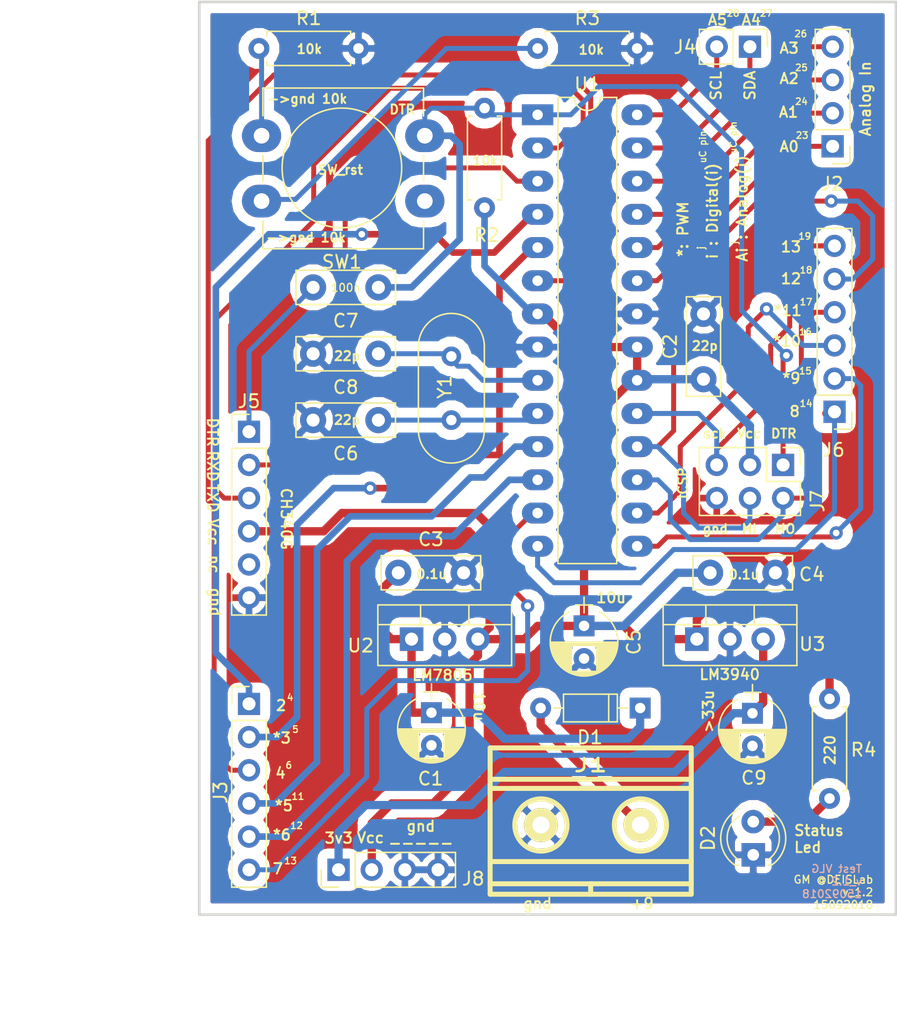
<source format=kicad_pcb>
(kicad_pcb (version 20171130) (host pcbnew "(5.0.0)")

  (general
    (thickness 1.6)
    (drawings 95)
    (tracks 278)
    (zones 0)
    (modules 28)
    (nets 33)
  )

  (page A4)
  (layers
    (0 F.Cu signal)
    (31 B.Cu signal)
    (32 B.Adhes user)
    (33 F.Adhes user)
    (34 B.Paste user)
    (35 F.Paste user)
    (36 B.SilkS user)
    (37 F.SilkS user)
    (38 B.Mask user)
    (39 F.Mask user)
    (40 Dwgs.User user)
    (41 Cmts.User user)
    (42 Eco1.User user)
    (43 Eco2.User user)
    (44 Edge.Cuts user)
    (45 Margin user)
    (46 B.CrtYd user)
    (47 F.CrtYd user)
    (48 B.Fab user hide)
    (49 F.Fab user hide)
  )

  (setup
    (last_trace_width 0.25)
    (user_trace_width 0.254)
    (user_trace_width 0.381)
    (user_trace_width 0.508)
    (user_trace_width 0.635)
    (user_trace_width 0.762)
    (user_trace_width 1.016)
    (trace_clearance 0.2)
    (zone_clearance 0.762)
    (zone_45_only yes)
    (trace_min 0.2)
    (segment_width 0.2)
    (edge_width 0.15)
    (via_size 1.016)
    (via_drill 0.508)
    (via_min_size 0)
    (via_min_drill 0)
    (uvia_size 0.3)
    (uvia_drill 0.1)
    (uvias_allowed no)
    (uvia_min_size 0.2)
    (uvia_min_drill 0.1)
    (pcb_text_width 0.3)
    (pcb_text_size 1.5 1.5)
    (mod_edge_width 0.15)
    (mod_text_size 1 1)
    (mod_text_width 0.15)
    (pad_size 1.524 1.524)
    (pad_drill 0.762)
    (pad_to_mask_clearance 0.2)
    (aux_axis_origin 0 0)
    (visible_elements 7FFFFFFF)
    (pcbplotparams
      (layerselection 0x010fc_ffffffff)
      (usegerberextensions true)
      (usegerberattributes false)
      (usegerberadvancedattributes false)
      (creategerberjobfile false)
      (excludeedgelayer true)
      (linewidth 0.100000)
      (plotframeref false)
      (viasonmask false)
      (mode 1)
      (useauxorigin false)
      (hpglpennumber 1)
      (hpglpenspeed 20)
      (hpglpendiameter 15.000000)
      (psnegative false)
      (psa4output false)
      (plotreference true)
      (plotvalue true)
      (plotinvisibletext false)
      (padsonsilk false)
      (subtractmaskfromsilk false)
      (outputformat 1)
      (mirror false)
      (drillshape 0)
      (scaleselection 1)
      (outputdirectory "Gerber_CloneATMeg_v3/"))
  )

  (net 0 "")
  (net 1 "Net-(C1-Pad1)")
  (net 2 GND)
  (net 3 VCC)
  (net 4 DTR)
  (net 5 "Net-(D1-Pad2)")
  (net 6 "Net-(D2-Pad2)")
  (net 7 "Net-(J2-Pad1)")
  (net 8 "Net-(J2-Pad2)")
  (net 9 "Net-(J2-Pad3)")
  (net 10 "Net-(J2-Pad4)")
  (net 11 "Net-(J3-Pad1)")
  (net 12 "Net-(J3-Pad2)")
  (net 13 "Net-(J3-Pad3)")
  (net 14 "Net-(J3-Pad4)")
  (net 15 "Net-(J3-Pad5)")
  (net 16 "Net-(J3-Pad6)")
  (net 17 RXD)
  (net 18 TXD)
  (net 19 "Net-(J5-Pad5)")
  (net 20 "Net-(J6-Pad1)")
  (net 21 "Net-(J6-Pad2)")
  (net 22 "Net-(R3-Pad1)")
  (net 23 "Net-(C6-Pad1)")
  (net 24 "Net-(C7-Pad2)")
  (net 25 "Net-(C8-Pad1)")
  (net 26 3v3)
  (net 27 "Net-(J4-Pad2)")
  (net 28 "Net-(J4-Pad1)")
  (net 29 "Net-(J6-Pad3)")
  (net 30 MOSI)
  (net 31 MISO)
  (net 32 SCK)

  (net_class Default "Questo è il gruppo di collegamenti predefinito"
    (clearance 0.2)
    (trace_width 0.25)
    (via_dia 1.016)
    (via_drill 0.508)
    (uvia_dia 0.3)
    (uvia_drill 0.1)
    (add_net 3v3)
    (add_net DTR)
    (add_net GND)
    (add_net MISO)
    (add_net MOSI)
    (add_net "Net-(C1-Pad1)")
    (add_net "Net-(C6-Pad1)")
    (add_net "Net-(C7-Pad2)")
    (add_net "Net-(C8-Pad1)")
    (add_net "Net-(D1-Pad2)")
    (add_net "Net-(D2-Pad2)")
    (add_net "Net-(J2-Pad1)")
    (add_net "Net-(J2-Pad2)")
    (add_net "Net-(J2-Pad3)")
    (add_net "Net-(J2-Pad4)")
    (add_net "Net-(J3-Pad1)")
    (add_net "Net-(J3-Pad2)")
    (add_net "Net-(J3-Pad3)")
    (add_net "Net-(J3-Pad4)")
    (add_net "Net-(J3-Pad5)")
    (add_net "Net-(J3-Pad6)")
    (add_net "Net-(J4-Pad1)")
    (add_net "Net-(J4-Pad2)")
    (add_net "Net-(J5-Pad5)")
    (add_net "Net-(J6-Pad1)")
    (add_net "Net-(J6-Pad2)")
    (add_net "Net-(J6-Pad3)")
    (add_net "Net-(R3-Pad1)")
    (add_net RXD)
    (add_net SCK)
    (add_net TXD)
    (add_net VCC)
  )

  (module Resistors_THT:R_Axial_DIN0207_L6.3mm_D2.5mm_P7.62mm_Horizontal (layer F.Cu) (tedit 5874F706) (tstamp 5B9C87EC)
    (at 83.312 77.216)
    (descr "Resistor, Axial_DIN0207 series, Axial, Horizontal, pin pitch=7.62mm, 0.25W = 1/4W, length*diameter=6.3*2.5mm^2, http://cdn-reichelt.de/documents/datenblatt/B400/1_4W%23YAG.pdf")
    (tags "Resistor Axial_DIN0207 series Axial Horizontal pin pitch 7.62mm 0.25W = 1/4W length 6.3mm diameter 2.5mm")
    (path /5B943742)
    (fp_text reference R1 (at 3.81 -2.31) (layer F.SilkS)
      (effects (font (size 1 1) (thickness 0.15)))
    )
    (fp_text value 10k_supp2 (at 3.81 2.31) (layer F.Fab)
      (effects (font (size 1 1) (thickness 0.15)))
    )
    (fp_line (start 0.66 -1.25) (end 0.66 1.25) (layer F.Fab) (width 0.1))
    (fp_line (start 0.66 1.25) (end 6.96 1.25) (layer F.Fab) (width 0.1))
    (fp_line (start 6.96 1.25) (end 6.96 -1.25) (layer F.Fab) (width 0.1))
    (fp_line (start 6.96 -1.25) (end 0.66 -1.25) (layer F.Fab) (width 0.1))
    (fp_line (start 0 0) (end 0.66 0) (layer F.Fab) (width 0.1))
    (fp_line (start 7.62 0) (end 6.96 0) (layer F.Fab) (width 0.1))
    (fp_line (start 0.6 -0.98) (end 0.6 -1.31) (layer F.SilkS) (width 0.12))
    (fp_line (start 0.6 -1.31) (end 7.02 -1.31) (layer F.SilkS) (width 0.12))
    (fp_line (start 7.02 -1.31) (end 7.02 -0.98) (layer F.SilkS) (width 0.12))
    (fp_line (start 0.6 0.98) (end 0.6 1.31) (layer F.SilkS) (width 0.12))
    (fp_line (start 0.6 1.31) (end 7.02 1.31) (layer F.SilkS) (width 0.12))
    (fp_line (start 7.02 1.31) (end 7.02 0.98) (layer F.SilkS) (width 0.12))
    (fp_line (start -1.05 -1.6) (end -1.05 1.6) (layer F.CrtYd) (width 0.05))
    (fp_line (start -1.05 1.6) (end 8.7 1.6) (layer F.CrtYd) (width 0.05))
    (fp_line (start 8.7 1.6) (end 8.7 -1.6) (layer F.CrtYd) (width 0.05))
    (fp_line (start 8.7 -1.6) (end -1.05 -1.6) (layer F.CrtYd) (width 0.05))
    (pad 1 thru_hole circle (at 0 0) (size 1.6 1.6) (drill 0.8) (layers *.Cu *.Mask)
      (net 4 DTR))
    (pad 2 thru_hole oval (at 7.62 0) (size 1.6 1.6) (drill 0.8) (layers *.Cu *.Mask)
      (net 2 GND))
    (model ${KISYS3DMOD}/Resistors_THT.3dshapes/R_Axial_DIN0207_L6.3mm_D2.5mm_P7.62mm_Horizontal.wrl
      (at (xyz 0 0 0))
      (scale (xyz 0.393701 0.393701 0.393701))
      (rotate (xyz 0 0 0))
    )
  )

  (module Socket_Strips:Socket_Strip_Straight_1x06_Pitch2.54mm (layer F.Cu) (tedit 58CD5446) (tstamp 5B9CF78C)
    (at 82.55 127.381)
    (descr "Through hole straight socket strip, 1x06, 2.54mm pitch, single row")
    (tags "Through hole socket strip THT 1x06 2.54mm single row")
    (path /5B783E7E)
    (fp_text reference J3 (at -2.1844 6.7818 90) (layer F.SilkS)
      (effects (font (size 1 1) (thickness 0.15)))
    )
    (fp_text value Conn_01x06_Female (at 0 15.03) (layer F.Fab)
      (effects (font (size 1 1) (thickness 0.15)))
    )
    (fp_text user %R (at 0 -2.33) (layer F.Fab)
      (effects (font (size 1 1) (thickness 0.15)))
    )
    (fp_line (start 1.8 -1.8) (end -1.8 -1.8) (layer F.CrtYd) (width 0.05))
    (fp_line (start 1.8 14.5) (end 1.8 -1.8) (layer F.CrtYd) (width 0.05))
    (fp_line (start -1.8 14.5) (end 1.8 14.5) (layer F.CrtYd) (width 0.05))
    (fp_line (start -1.8 -1.8) (end -1.8 14.5) (layer F.CrtYd) (width 0.05))
    (fp_line (start -1.33 -1.33) (end 0 -1.33) (layer F.SilkS) (width 0.12))
    (fp_line (start -1.33 0) (end -1.33 -1.33) (layer F.SilkS) (width 0.12))
    (fp_line (start 1.33 1.27) (end -1.33 1.27) (layer F.SilkS) (width 0.12))
    (fp_line (start 1.33 14.03) (end 1.33 1.27) (layer F.SilkS) (width 0.12))
    (fp_line (start -1.33 14.03) (end 1.33 14.03) (layer F.SilkS) (width 0.12))
    (fp_line (start -1.33 1.27) (end -1.33 14.03) (layer F.SilkS) (width 0.12))
    (fp_line (start 1.27 -1.27) (end -1.27 -1.27) (layer F.Fab) (width 0.1))
    (fp_line (start 1.27 13.97) (end 1.27 -1.27) (layer F.Fab) (width 0.1))
    (fp_line (start -1.27 13.97) (end 1.27 13.97) (layer F.Fab) (width 0.1))
    (fp_line (start -1.27 -1.27) (end -1.27 13.97) (layer F.Fab) (width 0.1))
    (pad 6 thru_hole oval (at 0 12.7) (size 1.7 1.7) (drill 1) (layers *.Cu *.Mask)
      (net 16 "Net-(J3-Pad6)"))
    (pad 5 thru_hole oval (at 0 10.16) (size 1.7 1.7) (drill 1) (layers *.Cu *.Mask)
      (net 15 "Net-(J3-Pad5)"))
    (pad 4 thru_hole oval (at 0 7.62) (size 1.7 1.7) (drill 1) (layers *.Cu *.Mask)
      (net 14 "Net-(J3-Pad4)"))
    (pad 3 thru_hole oval (at 0 5.08) (size 1.7 1.7) (drill 1) (layers *.Cu *.Mask)
      (net 13 "Net-(J3-Pad3)"))
    (pad 2 thru_hole oval (at 0 2.54) (size 1.7 1.7) (drill 1) (layers *.Cu *.Mask)
      (net 12 "Net-(J3-Pad2)"))
    (pad 1 thru_hole rect (at 0 0) (size 1.7 1.7) (drill 1) (layers *.Cu *.Mask)
      (net 11 "Net-(J3-Pad1)"))
    (model ${KISYS3DMOD}/Socket_Strips.3dshapes/Socket_Strip_Straight_1x06_Pitch2.54mm.wrl
      (offset (xyz 0 -6.349999904632568 0))
      (scale (xyz 1 1 1))
      (rotate (xyz 0 0 270))
    )
  )

  (module Socket_Strips:Socket_Strip_Straight_1x06_Pitch2.54mm (layer F.Cu) (tedit 58CD5446) (tstamp 5B9C8789)
    (at 82.55 106.553)
    (descr "Through hole straight socket strip, 1x06, 2.54mm pitch, single row")
    (tags "Through hole socket strip THT 1x06 2.54mm single row")
    (path /5B781C3C)
    (fp_text reference J5 (at 0 -2.33) (layer F.SilkS)
      (effects (font (size 1 1) (thickness 0.15)))
    )
    (fp_text value Conn_01x06_Female (at 0 15.03) (layer F.Fab)
      (effects (font (size 1 1) (thickness 0.15)))
    )
    (fp_text user %R (at 0 -2.33) (layer F.Fab)
      (effects (font (size 1 1) (thickness 0.15)))
    )
    (fp_line (start 1.8 -1.8) (end -1.8 -1.8) (layer F.CrtYd) (width 0.05))
    (fp_line (start 1.8 14.5) (end 1.8 -1.8) (layer F.CrtYd) (width 0.05))
    (fp_line (start -1.8 14.5) (end 1.8 14.5) (layer F.CrtYd) (width 0.05))
    (fp_line (start -1.8 -1.8) (end -1.8 14.5) (layer F.CrtYd) (width 0.05))
    (fp_line (start -1.33 -1.33) (end 0 -1.33) (layer F.SilkS) (width 0.12))
    (fp_line (start -1.33 0) (end -1.33 -1.33) (layer F.SilkS) (width 0.12))
    (fp_line (start 1.33 1.27) (end -1.33 1.27) (layer F.SilkS) (width 0.12))
    (fp_line (start 1.33 14.03) (end 1.33 1.27) (layer F.SilkS) (width 0.12))
    (fp_line (start -1.33 14.03) (end 1.33 14.03) (layer F.SilkS) (width 0.12))
    (fp_line (start -1.33 1.27) (end -1.33 14.03) (layer F.SilkS) (width 0.12))
    (fp_line (start 1.27 -1.27) (end -1.27 -1.27) (layer F.Fab) (width 0.1))
    (fp_line (start 1.27 13.97) (end 1.27 -1.27) (layer F.Fab) (width 0.1))
    (fp_line (start -1.27 13.97) (end 1.27 13.97) (layer F.Fab) (width 0.1))
    (fp_line (start -1.27 -1.27) (end -1.27 13.97) (layer F.Fab) (width 0.1))
    (pad 6 thru_hole oval (at 0 12.7) (size 1.7 1.7) (drill 1) (layers *.Cu *.Mask)
      (net 2 GND))
    (pad 5 thru_hole oval (at 0 10.16) (size 1.7 1.7) (drill 1) (layers *.Cu *.Mask)
      (net 19 "Net-(J5-Pad5)"))
    (pad 4 thru_hole oval (at 0 7.62) (size 1.7 1.7) (drill 1) (layers *.Cu *.Mask)
      (net 3 VCC))
    (pad 3 thru_hole oval (at 0 5.08) (size 1.7 1.7) (drill 1) (layers *.Cu *.Mask)
      (net 18 TXD))
    (pad 2 thru_hole oval (at 0 2.54) (size 1.7 1.7) (drill 1) (layers *.Cu *.Mask)
      (net 17 RXD))
    (pad 1 thru_hole rect (at 0 0) (size 1.7 1.7) (drill 1) (layers *.Cu *.Mask)
      (net 24 "Net-(C7-Pad2)"))
    (model ${KISYS3DMOD}/Socket_Strips.3dshapes/Socket_Strip_Straight_1x06_Pitch2.54mm.wrl
      (offset (xyz 0 -6.349999904632568 0))
      (scale (xyz 1 1 1))
      (rotate (xyz 0 0 270))
    )
  )

  (module Pin_Headers:Pin_Header_Straight_2x03_Pitch2.54mm (layer F.Cu) (tedit 59650532) (tstamp 5B9CF295)
    (at 123.444 109.093 270)
    (descr "Through hole straight pin header, 2x03, 2.54mm pitch, double rows")
    (tags "Through hole pin header THT 2x03 2.54mm double row")
    (path /5B967155)
    (fp_text reference J7 (at 2.7686 -2.6416 270) (layer F.SilkS)
      (effects (font (size 1 1) (thickness 0.15)))
    )
    (fp_text value Conn_02x03_Counter_Clockwise (at 1.27 7.41 270) (layer F.Fab)
      (effects (font (size 1 1) (thickness 0.15)))
    )
    (fp_text user %R (at 1.27 2.54) (layer F.Fab)
      (effects (font (size 1 1) (thickness 0.15)))
    )
    (fp_line (start 4.35 -1.8) (end -1.8 -1.8) (layer F.CrtYd) (width 0.05))
    (fp_line (start 4.35 6.85) (end 4.35 -1.8) (layer F.CrtYd) (width 0.05))
    (fp_line (start -1.8 6.85) (end 4.35 6.85) (layer F.CrtYd) (width 0.05))
    (fp_line (start -1.8 -1.8) (end -1.8 6.85) (layer F.CrtYd) (width 0.05))
    (fp_line (start -1.33 -1.33) (end 0 -1.33) (layer F.SilkS) (width 0.12))
    (fp_line (start -1.33 0) (end -1.33 -1.33) (layer F.SilkS) (width 0.12))
    (fp_line (start 1.27 -1.33) (end 3.87 -1.33) (layer F.SilkS) (width 0.12))
    (fp_line (start 1.27 1.27) (end 1.27 -1.33) (layer F.SilkS) (width 0.12))
    (fp_line (start -1.33 1.27) (end 1.27 1.27) (layer F.SilkS) (width 0.12))
    (fp_line (start 3.87 -1.33) (end 3.87 6.41) (layer F.SilkS) (width 0.12))
    (fp_line (start -1.33 1.27) (end -1.33 6.41) (layer F.SilkS) (width 0.12))
    (fp_line (start -1.33 6.41) (end 3.87 6.41) (layer F.SilkS) (width 0.12))
    (fp_line (start -1.27 0) (end 0 -1.27) (layer F.Fab) (width 0.1))
    (fp_line (start -1.27 6.35) (end -1.27 0) (layer F.Fab) (width 0.1))
    (fp_line (start 3.81 6.35) (end -1.27 6.35) (layer F.Fab) (width 0.1))
    (fp_line (start 3.81 -1.27) (end 3.81 6.35) (layer F.Fab) (width 0.1))
    (fp_line (start 0 -1.27) (end 3.81 -1.27) (layer F.Fab) (width 0.1))
    (pad 6 thru_hole oval (at 2.54 5.08 270) (size 1.7 1.7) (drill 1) (layers *.Cu *.Mask)
      (net 2 GND))
    (pad 5 thru_hole oval (at 0 5.08 270) (size 1.7 1.7) (drill 1) (layers *.Cu *.Mask)
      (net 32 SCK))
    (pad 4 thru_hole oval (at 2.54 2.54 270) (size 1.7 1.7) (drill 1) (layers *.Cu *.Mask)
      (net 31 MISO))
    (pad 3 thru_hole oval (at 0 2.54 270) (size 1.7 1.7) (drill 1) (layers *.Cu *.Mask)
      (net 3 VCC))
    (pad 2 thru_hole oval (at 2.54 0 270) (size 1.7 1.7) (drill 1) (layers *.Cu *.Mask)
      (net 30 MOSI))
    (pad 1 thru_hole rect (at 0 0 270) (size 1.7 1.7) (drill 1) (layers *.Cu *.Mask)
      (net 4 DTR))
    (model ${KISYS3DMOD}/Pin_Headers.3dshapes/Pin_Header_Straight_2x03_Pitch2.54mm.wrl
      (at (xyz 0 0 0))
      (scale (xyz 1 1 1))
      (rotate (xyz 0 0 0))
    )
  )

  (module Capacitors_THT:CP_Radial_D5.0mm_P2.50mm (layer F.Cu) (tedit 597BC7C2) (tstamp 5B9C8572)
    (at 96.52 128.056 270)
    (descr "CP, Radial series, Radial, pin pitch=2.50mm, , diameter=5mm, Electrolytic Capacitor")
    (tags "CP Radial series Radial pin pitch 2.50mm  diameter 5mm Electrolytic Capacitor")
    (path /5B76FB4E)
    (fp_text reference C1 (at 5.0527 0.0635) (layer F.SilkS)
      (effects (font (size 1 1) (thickness 0.15)))
    )
    (fp_text value 10u (at 1.25 3.81 270) (layer F.Fab)
      (effects (font (size 1 1) (thickness 0.15)))
    )
    (fp_text user %R (at 1.25 0 270) (layer F.Fab)
      (effects (font (size 1 1) (thickness 0.15)))
    )
    (fp_line (start 4.1 -2.85) (end -1.6 -2.85) (layer F.CrtYd) (width 0.05))
    (fp_line (start 4.1 2.85) (end 4.1 -2.85) (layer F.CrtYd) (width 0.05))
    (fp_line (start -1.6 2.85) (end 4.1 2.85) (layer F.CrtYd) (width 0.05))
    (fp_line (start -1.6 -2.85) (end -1.6 2.85) (layer F.CrtYd) (width 0.05))
    (fp_line (start -1.6 -0.65) (end -1.6 0.65) (layer F.SilkS) (width 0.12))
    (fp_line (start -2.2 0) (end -1 0) (layer F.SilkS) (width 0.12))
    (fp_line (start 3.811 -0.354) (end 3.811 0.354) (layer F.SilkS) (width 0.12))
    (fp_line (start 3.771 -0.559) (end 3.771 0.559) (layer F.SilkS) (width 0.12))
    (fp_line (start 3.731 -0.707) (end 3.731 0.707) (layer F.SilkS) (width 0.12))
    (fp_line (start 3.691 -0.829) (end 3.691 0.829) (layer F.SilkS) (width 0.12))
    (fp_line (start 3.651 -0.934) (end 3.651 0.934) (layer F.SilkS) (width 0.12))
    (fp_line (start 3.611 -1.028) (end 3.611 1.028) (layer F.SilkS) (width 0.12))
    (fp_line (start 3.571 -1.112) (end 3.571 1.112) (layer F.SilkS) (width 0.12))
    (fp_line (start 3.531 -1.189) (end 3.531 1.189) (layer F.SilkS) (width 0.12))
    (fp_line (start 3.491 -1.261) (end 3.491 1.261) (layer F.SilkS) (width 0.12))
    (fp_line (start 3.451 0.98) (end 3.451 1.327) (layer F.SilkS) (width 0.12))
    (fp_line (start 3.451 -1.327) (end 3.451 -0.98) (layer F.SilkS) (width 0.12))
    (fp_line (start 3.411 0.98) (end 3.411 1.39) (layer F.SilkS) (width 0.12))
    (fp_line (start 3.411 -1.39) (end 3.411 -0.98) (layer F.SilkS) (width 0.12))
    (fp_line (start 3.371 0.98) (end 3.371 1.448) (layer F.SilkS) (width 0.12))
    (fp_line (start 3.371 -1.448) (end 3.371 -0.98) (layer F.SilkS) (width 0.12))
    (fp_line (start 3.331 0.98) (end 3.331 1.504) (layer F.SilkS) (width 0.12))
    (fp_line (start 3.331 -1.504) (end 3.331 -0.98) (layer F.SilkS) (width 0.12))
    (fp_line (start 3.291 0.98) (end 3.291 1.556) (layer F.SilkS) (width 0.12))
    (fp_line (start 3.291 -1.556) (end 3.291 -0.98) (layer F.SilkS) (width 0.12))
    (fp_line (start 3.251 0.98) (end 3.251 1.606) (layer F.SilkS) (width 0.12))
    (fp_line (start 3.251 -1.606) (end 3.251 -0.98) (layer F.SilkS) (width 0.12))
    (fp_line (start 3.211 0.98) (end 3.211 1.654) (layer F.SilkS) (width 0.12))
    (fp_line (start 3.211 -1.654) (end 3.211 -0.98) (layer F.SilkS) (width 0.12))
    (fp_line (start 3.171 0.98) (end 3.171 1.699) (layer F.SilkS) (width 0.12))
    (fp_line (start 3.171 -1.699) (end 3.171 -0.98) (layer F.SilkS) (width 0.12))
    (fp_line (start 3.131 0.98) (end 3.131 1.742) (layer F.SilkS) (width 0.12))
    (fp_line (start 3.131 -1.742) (end 3.131 -0.98) (layer F.SilkS) (width 0.12))
    (fp_line (start 3.091 0.98) (end 3.091 1.783) (layer F.SilkS) (width 0.12))
    (fp_line (start 3.091 -1.783) (end 3.091 -0.98) (layer F.SilkS) (width 0.12))
    (fp_line (start 3.051 0.98) (end 3.051 1.823) (layer F.SilkS) (width 0.12))
    (fp_line (start 3.051 -1.823) (end 3.051 -0.98) (layer F.SilkS) (width 0.12))
    (fp_line (start 3.011 0.98) (end 3.011 1.861) (layer F.SilkS) (width 0.12))
    (fp_line (start 3.011 -1.861) (end 3.011 -0.98) (layer F.SilkS) (width 0.12))
    (fp_line (start 2.971 0.98) (end 2.971 1.897) (layer F.SilkS) (width 0.12))
    (fp_line (start 2.971 -1.897) (end 2.971 -0.98) (layer F.SilkS) (width 0.12))
    (fp_line (start 2.931 0.98) (end 2.931 1.932) (layer F.SilkS) (width 0.12))
    (fp_line (start 2.931 -1.932) (end 2.931 -0.98) (layer F.SilkS) (width 0.12))
    (fp_line (start 2.891 0.98) (end 2.891 1.965) (layer F.SilkS) (width 0.12))
    (fp_line (start 2.891 -1.965) (end 2.891 -0.98) (layer F.SilkS) (width 0.12))
    (fp_line (start 2.851 0.98) (end 2.851 1.997) (layer F.SilkS) (width 0.12))
    (fp_line (start 2.851 -1.997) (end 2.851 -0.98) (layer F.SilkS) (width 0.12))
    (fp_line (start 2.811 0.98) (end 2.811 2.028) (layer F.SilkS) (width 0.12))
    (fp_line (start 2.811 -2.028) (end 2.811 -0.98) (layer F.SilkS) (width 0.12))
    (fp_line (start 2.771 0.98) (end 2.771 2.058) (layer F.SilkS) (width 0.12))
    (fp_line (start 2.771 -2.058) (end 2.771 -0.98) (layer F.SilkS) (width 0.12))
    (fp_line (start 2.731 0.98) (end 2.731 2.086) (layer F.SilkS) (width 0.12))
    (fp_line (start 2.731 -2.086) (end 2.731 -0.98) (layer F.SilkS) (width 0.12))
    (fp_line (start 2.691 0.98) (end 2.691 2.113) (layer F.SilkS) (width 0.12))
    (fp_line (start 2.691 -2.113) (end 2.691 -0.98) (layer F.SilkS) (width 0.12))
    (fp_line (start 2.651 0.98) (end 2.651 2.14) (layer F.SilkS) (width 0.12))
    (fp_line (start 2.651 -2.14) (end 2.651 -0.98) (layer F.SilkS) (width 0.12))
    (fp_line (start 2.611 0.98) (end 2.611 2.165) (layer F.SilkS) (width 0.12))
    (fp_line (start 2.611 -2.165) (end 2.611 -0.98) (layer F.SilkS) (width 0.12))
    (fp_line (start 2.571 0.98) (end 2.571 2.189) (layer F.SilkS) (width 0.12))
    (fp_line (start 2.571 -2.189) (end 2.571 -0.98) (layer F.SilkS) (width 0.12))
    (fp_line (start 2.531 0.98) (end 2.531 2.212) (layer F.SilkS) (width 0.12))
    (fp_line (start 2.531 -2.212) (end 2.531 -0.98) (layer F.SilkS) (width 0.12))
    (fp_line (start 2.491 0.98) (end 2.491 2.234) (layer F.SilkS) (width 0.12))
    (fp_line (start 2.491 -2.234) (end 2.491 -0.98) (layer F.SilkS) (width 0.12))
    (fp_line (start 2.451 0.98) (end 2.451 2.256) (layer F.SilkS) (width 0.12))
    (fp_line (start 2.451 -2.256) (end 2.451 -0.98) (layer F.SilkS) (width 0.12))
    (fp_line (start 2.411 0.98) (end 2.411 2.276) (layer F.SilkS) (width 0.12))
    (fp_line (start 2.411 -2.276) (end 2.411 -0.98) (layer F.SilkS) (width 0.12))
    (fp_line (start 2.371 0.98) (end 2.371 2.296) (layer F.SilkS) (width 0.12))
    (fp_line (start 2.371 -2.296) (end 2.371 -0.98) (layer F.SilkS) (width 0.12))
    (fp_line (start 2.331 0.98) (end 2.331 2.315) (layer F.SilkS) (width 0.12))
    (fp_line (start 2.331 -2.315) (end 2.331 -0.98) (layer F.SilkS) (width 0.12))
    (fp_line (start 2.291 0.98) (end 2.291 2.333) (layer F.SilkS) (width 0.12))
    (fp_line (start 2.291 -2.333) (end 2.291 -0.98) (layer F.SilkS) (width 0.12))
    (fp_line (start 2.251 0.98) (end 2.251 2.35) (layer F.SilkS) (width 0.12))
    (fp_line (start 2.251 -2.35) (end 2.251 -0.98) (layer F.SilkS) (width 0.12))
    (fp_line (start 2.211 0.98) (end 2.211 2.366) (layer F.SilkS) (width 0.12))
    (fp_line (start 2.211 -2.366) (end 2.211 -0.98) (layer F.SilkS) (width 0.12))
    (fp_line (start 2.171 0.98) (end 2.171 2.382) (layer F.SilkS) (width 0.12))
    (fp_line (start 2.171 -2.382) (end 2.171 -0.98) (layer F.SilkS) (width 0.12))
    (fp_line (start 2.131 0.98) (end 2.131 2.396) (layer F.SilkS) (width 0.12))
    (fp_line (start 2.131 -2.396) (end 2.131 -0.98) (layer F.SilkS) (width 0.12))
    (fp_line (start 2.091 0.98) (end 2.091 2.41) (layer F.SilkS) (width 0.12))
    (fp_line (start 2.091 -2.41) (end 2.091 -0.98) (layer F.SilkS) (width 0.12))
    (fp_line (start 2.051 0.98) (end 2.051 2.424) (layer F.SilkS) (width 0.12))
    (fp_line (start 2.051 -2.424) (end 2.051 -0.98) (layer F.SilkS) (width 0.12))
    (fp_line (start 2.011 0.98) (end 2.011 2.436) (layer F.SilkS) (width 0.12))
    (fp_line (start 2.011 -2.436) (end 2.011 -0.98) (layer F.SilkS) (width 0.12))
    (fp_line (start 1.971 0.98) (end 1.971 2.448) (layer F.SilkS) (width 0.12))
    (fp_line (start 1.971 -2.448) (end 1.971 -0.98) (layer F.SilkS) (width 0.12))
    (fp_line (start 1.93 0.98) (end 1.93 2.46) (layer F.SilkS) (width 0.12))
    (fp_line (start 1.93 -2.46) (end 1.93 -0.98) (layer F.SilkS) (width 0.12))
    (fp_line (start 1.89 0.98) (end 1.89 2.47) (layer F.SilkS) (width 0.12))
    (fp_line (start 1.89 -2.47) (end 1.89 -0.98) (layer F.SilkS) (width 0.12))
    (fp_line (start 1.85 0.98) (end 1.85 2.48) (layer F.SilkS) (width 0.12))
    (fp_line (start 1.85 -2.48) (end 1.85 -0.98) (layer F.SilkS) (width 0.12))
    (fp_line (start 1.81 0.98) (end 1.81 2.489) (layer F.SilkS) (width 0.12))
    (fp_line (start 1.81 -2.489) (end 1.81 -0.98) (layer F.SilkS) (width 0.12))
    (fp_line (start 1.77 0.98) (end 1.77 2.498) (layer F.SilkS) (width 0.12))
    (fp_line (start 1.77 -2.498) (end 1.77 -0.98) (layer F.SilkS) (width 0.12))
    (fp_line (start 1.73 0.98) (end 1.73 2.506) (layer F.SilkS) (width 0.12))
    (fp_line (start 1.73 -2.506) (end 1.73 -0.98) (layer F.SilkS) (width 0.12))
    (fp_line (start 1.69 0.98) (end 1.69 2.513) (layer F.SilkS) (width 0.12))
    (fp_line (start 1.69 -2.513) (end 1.69 -0.98) (layer F.SilkS) (width 0.12))
    (fp_line (start 1.65 0.98) (end 1.65 2.519) (layer F.SilkS) (width 0.12))
    (fp_line (start 1.65 -2.519) (end 1.65 -0.98) (layer F.SilkS) (width 0.12))
    (fp_line (start 1.61 0.98) (end 1.61 2.525) (layer F.SilkS) (width 0.12))
    (fp_line (start 1.61 -2.525) (end 1.61 -0.98) (layer F.SilkS) (width 0.12))
    (fp_line (start 1.57 0.98) (end 1.57 2.531) (layer F.SilkS) (width 0.12))
    (fp_line (start 1.57 -2.531) (end 1.57 -0.98) (layer F.SilkS) (width 0.12))
    (fp_line (start 1.53 0.98) (end 1.53 2.535) (layer F.SilkS) (width 0.12))
    (fp_line (start 1.53 -2.535) (end 1.53 -0.98) (layer F.SilkS) (width 0.12))
    (fp_line (start 1.49 -2.539) (end 1.49 2.539) (layer F.SilkS) (width 0.12))
    (fp_line (start 1.45 -2.543) (end 1.45 2.543) (layer F.SilkS) (width 0.12))
    (fp_line (start 1.41 -2.546) (end 1.41 2.546) (layer F.SilkS) (width 0.12))
    (fp_line (start 1.37 -2.548) (end 1.37 2.548) (layer F.SilkS) (width 0.12))
    (fp_line (start 1.33 -2.549) (end 1.33 2.549) (layer F.SilkS) (width 0.12))
    (fp_line (start 1.29 -2.55) (end 1.29 2.55) (layer F.SilkS) (width 0.12))
    (fp_line (start 1.25 -2.55) (end 1.25 2.55) (layer F.SilkS) (width 0.12))
    (fp_line (start -1.6 -0.65) (end -1.6 0.65) (layer F.Fab) (width 0.1))
    (fp_line (start -2.2 0) (end -1 0) (layer F.Fab) (width 0.1))
    (fp_circle (center 1.25 0) (end 3.75 0) (layer F.Fab) (width 0.1))
    (fp_arc (start 1.25 0) (end 3.55558 -1.18) (angle 54.2) (layer F.SilkS) (width 0.12))
    (fp_arc (start 1.25 0) (end -1.05558 1.18) (angle -125.8) (layer F.SilkS) (width 0.12))
    (fp_arc (start 1.25 0) (end -1.05558 -1.18) (angle 125.8) (layer F.SilkS) (width 0.12))
    (pad 2 thru_hole circle (at 2.5 0 270) (size 1.6 1.6) (drill 0.8) (layers *.Cu *.Mask)
      (net 2 GND))
    (pad 1 thru_hole rect (at 0 0 270) (size 1.6 1.6) (drill 0.8) (layers *.Cu *.Mask)
      (net 1 "Net-(C1-Pad1)"))
    (model ${KISYS3DMOD}/Capacitors_THT.3dshapes/CP_Radial_D5.0mm_P2.50mm.wrl
      (at (xyz 0 0 0))
      (scale (xyz 1 1 1))
      (rotate (xyz 0 0 0))
    )
  )

  (module Capacitors_THT:C_Disc_D7.5mm_W2.5mm_P5.00mm (layer F.Cu) (tedit 597BC7C2) (tstamp 5B9C8585)
    (at 117.348 102.536 90)
    (descr "C, Disc series, Radial, pin pitch=5.00mm, , diameter*width=7.5*2.5mm^2, Capacitor, http://www.vishay.com/docs/28535/vy2series.pdf")
    (tags "C Disc series Radial pin pitch 5.00mm  diameter 7.5mm width 2.5mm Capacitor")
    (path /5B954F66)
    (fp_text reference C2 (at 2.5 -2.56 90) (layer F.SilkS)
      (effects (font (size 1 1) (thickness 0.15)))
    )
    (fp_text value 22p (at 2.5 2.56 90) (layer F.Fab)
      (effects (font (size 1 1) (thickness 0.15)))
    )
    (fp_line (start -1.25 -1.25) (end -1.25 1.25) (layer F.Fab) (width 0.1))
    (fp_line (start -1.25 1.25) (end 6.25 1.25) (layer F.Fab) (width 0.1))
    (fp_line (start 6.25 1.25) (end 6.25 -1.25) (layer F.Fab) (width 0.1))
    (fp_line (start 6.25 -1.25) (end -1.25 -1.25) (layer F.Fab) (width 0.1))
    (fp_line (start -1.31 -1.31) (end 6.31 -1.31) (layer F.SilkS) (width 0.12))
    (fp_line (start -1.31 1.31) (end 6.31 1.31) (layer F.SilkS) (width 0.12))
    (fp_line (start -1.31 -1.31) (end -1.31 1.31) (layer F.SilkS) (width 0.12))
    (fp_line (start 6.31 -1.31) (end 6.31 1.31) (layer F.SilkS) (width 0.12))
    (fp_line (start -1.6 -1.6) (end -1.6 1.6) (layer F.CrtYd) (width 0.05))
    (fp_line (start -1.6 1.6) (end 6.6 1.6) (layer F.CrtYd) (width 0.05))
    (fp_line (start 6.6 1.6) (end 6.6 -1.6) (layer F.CrtYd) (width 0.05))
    (fp_line (start 6.6 -1.6) (end -1.6 -1.6) (layer F.CrtYd) (width 0.05))
    (fp_text user %R (at 2.5 0 90) (layer F.Fab)
      (effects (font (size 1 1) (thickness 0.15)))
    )
    (pad 1 thru_hole circle (at 0 0 90) (size 2 2) (drill 1) (layers *.Cu *.Mask)
      (net 3 VCC))
    (pad 2 thru_hole circle (at 5 0 90) (size 2 2) (drill 1) (layers *.Cu *.Mask)
      (net 2 GND))
    (model ${KISYS3DMOD}/Capacitors_THT.3dshapes/C_Disc_D7.5mm_W2.5mm_P5.00mm.wrl
      (at (xyz 0 0 0))
      (scale (xyz 1 1 1))
      (rotate (xyz 0 0 0))
    )
  )

  (module Capacitors_THT:C_Disc_D7.5mm_W2.5mm_P5.00mm (layer F.Cu) (tedit 597BC7C2) (tstamp 5B9CC7DA)
    (at 93.98 117.348)
    (descr "C, Disc series, Radial, pin pitch=5.00mm, , diameter*width=7.5*2.5mm^2, Capacitor, http://www.vishay.com/docs/28535/vy2series.pdf")
    (tags "C Disc series Radial pin pitch 5.00mm  diameter 7.5mm width 2.5mm Capacitor")
    (path /5B76F857)
    (fp_text reference C3 (at 2.5 -2.56) (layer F.SilkS)
      (effects (font (size 1 1) (thickness 0.15)))
    )
    (fp_text value 0.1u (at 2.5 2.56) (layer F.Fab)
      (effects (font (size 1 1) (thickness 0.15)))
    )
    (fp_line (start -1.25 -1.25) (end -1.25 1.25) (layer F.Fab) (width 0.1))
    (fp_line (start -1.25 1.25) (end 6.25 1.25) (layer F.Fab) (width 0.1))
    (fp_line (start 6.25 1.25) (end 6.25 -1.25) (layer F.Fab) (width 0.1))
    (fp_line (start 6.25 -1.25) (end -1.25 -1.25) (layer F.Fab) (width 0.1))
    (fp_line (start -1.31 -1.31) (end 6.31 -1.31) (layer F.SilkS) (width 0.12))
    (fp_line (start -1.31 1.31) (end 6.31 1.31) (layer F.SilkS) (width 0.12))
    (fp_line (start -1.31 -1.31) (end -1.31 1.31) (layer F.SilkS) (width 0.12))
    (fp_line (start 6.31 -1.31) (end 6.31 1.31) (layer F.SilkS) (width 0.12))
    (fp_line (start -1.6 -1.6) (end -1.6 1.6) (layer F.CrtYd) (width 0.05))
    (fp_line (start -1.6 1.6) (end 6.6 1.6) (layer F.CrtYd) (width 0.05))
    (fp_line (start 6.6 1.6) (end 6.6 -1.6) (layer F.CrtYd) (width 0.05))
    (fp_line (start 6.6 -1.6) (end -1.6 -1.6) (layer F.CrtYd) (width 0.05))
    (fp_text user %R (at 2.944999 -0.355001) (layer F.Fab)
      (effects (font (size 1 1) (thickness 0.15)))
    )
    (pad 1 thru_hole circle (at 0 0) (size 2 2) (drill 1) (layers *.Cu *.Mask)
      (net 1 "Net-(C1-Pad1)"))
    (pad 2 thru_hole circle (at 5 0) (size 2 2) (drill 1) (layers *.Cu *.Mask)
      (net 2 GND))
    (model ${KISYS3DMOD}/Capacitors_THT.3dshapes/C_Disc_D7.5mm_W2.5mm_P5.00mm.wrl
      (at (xyz 0 0 0))
      (scale (xyz 1 1 1))
      (rotate (xyz 0 0 0))
    )
  )

  (module Capacitors_THT:C_Disc_D7.5mm_W2.5mm_P5.00mm (layer F.Cu) (tedit 597BC7C2) (tstamp 5B9CCBA2)
    (at 117.856 117.348)
    (descr "C, Disc series, Radial, pin pitch=5.00mm, , diameter*width=7.5*2.5mm^2, Capacitor, http://www.vishay.com/docs/28535/vy2series.pdf")
    (tags "C Disc series Radial pin pitch 5.00mm  diameter 7.5mm width 2.5mm Capacitor")
    (path /5B76FA53)
    (fp_text reference C4 (at 7.7851 0.127) (layer F.SilkS)
      (effects (font (size 1 1) (thickness 0.15)))
    )
    (fp_text value 0.1u (at 2.5 2.56) (layer F.Fab)
      (effects (font (size 1 1) (thickness 0.15)))
    )
    (fp_text user %R (at 2.5 0) (layer F.Fab)
      (effects (font (size 1 1) (thickness 0.15)))
    )
    (fp_line (start 6.6 -1.6) (end -1.6 -1.6) (layer F.CrtYd) (width 0.05))
    (fp_line (start 6.6 1.6) (end 6.6 -1.6) (layer F.CrtYd) (width 0.05))
    (fp_line (start -1.6 1.6) (end 6.6 1.6) (layer F.CrtYd) (width 0.05))
    (fp_line (start -1.6 -1.6) (end -1.6 1.6) (layer F.CrtYd) (width 0.05))
    (fp_line (start 6.31 -1.31) (end 6.31 1.31) (layer F.SilkS) (width 0.12))
    (fp_line (start -1.31 -1.31) (end -1.31 1.31) (layer F.SilkS) (width 0.12))
    (fp_line (start -1.31 1.31) (end 6.31 1.31) (layer F.SilkS) (width 0.12))
    (fp_line (start -1.31 -1.31) (end 6.31 -1.31) (layer F.SilkS) (width 0.12))
    (fp_line (start 6.25 -1.25) (end -1.25 -1.25) (layer F.Fab) (width 0.1))
    (fp_line (start 6.25 1.25) (end 6.25 -1.25) (layer F.Fab) (width 0.1))
    (fp_line (start -1.25 1.25) (end 6.25 1.25) (layer F.Fab) (width 0.1))
    (fp_line (start -1.25 -1.25) (end -1.25 1.25) (layer F.Fab) (width 0.1))
    (pad 2 thru_hole circle (at 5 0) (size 2 2) (drill 1) (layers *.Cu *.Mask)
      (net 2 GND))
    (pad 1 thru_hole circle (at 0 0) (size 2 2) (drill 1) (layers *.Cu *.Mask)
      (net 3 VCC))
    (model ${KISYS3DMOD}/Capacitors_THT.3dshapes/C_Disc_D7.5mm_W2.5mm_P5.00mm.wrl
      (at (xyz 0 0 0))
      (scale (xyz 1 1 1))
      (rotate (xyz 0 0 0))
    )
  )

  (module Capacitors_THT:CP_Radial_D5.0mm_P2.50mm (layer F.Cu) (tedit 597BC7C2) (tstamp 5B9C8630)
    (at 108.204 121.412 270)
    (descr "CP, Radial series, Radial, pin pitch=2.50mm, , diameter=5mm, Electrolytic Capacitor")
    (tags "CP Radial series Radial pin pitch 2.50mm  diameter 5mm Electrolytic Capacitor")
    (path /5B76FA73)
    (fp_text reference C5 (at 1.25 -3.81 270) (layer F.SilkS)
      (effects (font (size 1 1) (thickness 0.15)))
    )
    (fp_text value 10u (at 1.25 3.81 270) (layer F.Fab)
      (effects (font (size 1 1) (thickness 0.15)))
    )
    (fp_arc (start 1.25 0) (end -1.05558 -1.18) (angle 125.8) (layer F.SilkS) (width 0.12))
    (fp_arc (start 1.25 0) (end -1.05558 1.18) (angle -125.8) (layer F.SilkS) (width 0.12))
    (fp_arc (start 1.25 0) (end 3.55558 -1.18) (angle 54.2) (layer F.SilkS) (width 0.12))
    (fp_circle (center 1.25 0) (end 3.75 0) (layer F.Fab) (width 0.1))
    (fp_line (start -2.2 0) (end -1 0) (layer F.Fab) (width 0.1))
    (fp_line (start -1.6 -0.65) (end -1.6 0.65) (layer F.Fab) (width 0.1))
    (fp_line (start 1.25 -2.55) (end 1.25 2.55) (layer F.SilkS) (width 0.12))
    (fp_line (start 1.29 -2.55) (end 1.29 2.55) (layer F.SilkS) (width 0.12))
    (fp_line (start 1.33 -2.549) (end 1.33 2.549) (layer F.SilkS) (width 0.12))
    (fp_line (start 1.37 -2.548) (end 1.37 2.548) (layer F.SilkS) (width 0.12))
    (fp_line (start 1.41 -2.546) (end 1.41 2.546) (layer F.SilkS) (width 0.12))
    (fp_line (start 1.45 -2.543) (end 1.45 2.543) (layer F.SilkS) (width 0.12))
    (fp_line (start 1.49 -2.539) (end 1.49 2.539) (layer F.SilkS) (width 0.12))
    (fp_line (start 1.53 -2.535) (end 1.53 -0.98) (layer F.SilkS) (width 0.12))
    (fp_line (start 1.53 0.98) (end 1.53 2.535) (layer F.SilkS) (width 0.12))
    (fp_line (start 1.57 -2.531) (end 1.57 -0.98) (layer F.SilkS) (width 0.12))
    (fp_line (start 1.57 0.98) (end 1.57 2.531) (layer F.SilkS) (width 0.12))
    (fp_line (start 1.61 -2.525) (end 1.61 -0.98) (layer F.SilkS) (width 0.12))
    (fp_line (start 1.61 0.98) (end 1.61 2.525) (layer F.SilkS) (width 0.12))
    (fp_line (start 1.65 -2.519) (end 1.65 -0.98) (layer F.SilkS) (width 0.12))
    (fp_line (start 1.65 0.98) (end 1.65 2.519) (layer F.SilkS) (width 0.12))
    (fp_line (start 1.69 -2.513) (end 1.69 -0.98) (layer F.SilkS) (width 0.12))
    (fp_line (start 1.69 0.98) (end 1.69 2.513) (layer F.SilkS) (width 0.12))
    (fp_line (start 1.73 -2.506) (end 1.73 -0.98) (layer F.SilkS) (width 0.12))
    (fp_line (start 1.73 0.98) (end 1.73 2.506) (layer F.SilkS) (width 0.12))
    (fp_line (start 1.77 -2.498) (end 1.77 -0.98) (layer F.SilkS) (width 0.12))
    (fp_line (start 1.77 0.98) (end 1.77 2.498) (layer F.SilkS) (width 0.12))
    (fp_line (start 1.81 -2.489) (end 1.81 -0.98) (layer F.SilkS) (width 0.12))
    (fp_line (start 1.81 0.98) (end 1.81 2.489) (layer F.SilkS) (width 0.12))
    (fp_line (start 1.85 -2.48) (end 1.85 -0.98) (layer F.SilkS) (width 0.12))
    (fp_line (start 1.85 0.98) (end 1.85 2.48) (layer F.SilkS) (width 0.12))
    (fp_line (start 1.89 -2.47) (end 1.89 -0.98) (layer F.SilkS) (width 0.12))
    (fp_line (start 1.89 0.98) (end 1.89 2.47) (layer F.SilkS) (width 0.12))
    (fp_line (start 1.93 -2.46) (end 1.93 -0.98) (layer F.SilkS) (width 0.12))
    (fp_line (start 1.93 0.98) (end 1.93 2.46) (layer F.SilkS) (width 0.12))
    (fp_line (start 1.971 -2.448) (end 1.971 -0.98) (layer F.SilkS) (width 0.12))
    (fp_line (start 1.971 0.98) (end 1.971 2.448) (layer F.SilkS) (width 0.12))
    (fp_line (start 2.011 -2.436) (end 2.011 -0.98) (layer F.SilkS) (width 0.12))
    (fp_line (start 2.011 0.98) (end 2.011 2.436) (layer F.SilkS) (width 0.12))
    (fp_line (start 2.051 -2.424) (end 2.051 -0.98) (layer F.SilkS) (width 0.12))
    (fp_line (start 2.051 0.98) (end 2.051 2.424) (layer F.SilkS) (width 0.12))
    (fp_line (start 2.091 -2.41) (end 2.091 -0.98) (layer F.SilkS) (width 0.12))
    (fp_line (start 2.091 0.98) (end 2.091 2.41) (layer F.SilkS) (width 0.12))
    (fp_line (start 2.131 -2.396) (end 2.131 -0.98) (layer F.SilkS) (width 0.12))
    (fp_line (start 2.131 0.98) (end 2.131 2.396) (layer F.SilkS) (width 0.12))
    (fp_line (start 2.171 -2.382) (end 2.171 -0.98) (layer F.SilkS) (width 0.12))
    (fp_line (start 2.171 0.98) (end 2.171 2.382) (layer F.SilkS) (width 0.12))
    (fp_line (start 2.211 -2.366) (end 2.211 -0.98) (layer F.SilkS) (width 0.12))
    (fp_line (start 2.211 0.98) (end 2.211 2.366) (layer F.SilkS) (width 0.12))
    (fp_line (start 2.251 -2.35) (end 2.251 -0.98) (layer F.SilkS) (width 0.12))
    (fp_line (start 2.251 0.98) (end 2.251 2.35) (layer F.SilkS) (width 0.12))
    (fp_line (start 2.291 -2.333) (end 2.291 -0.98) (layer F.SilkS) (width 0.12))
    (fp_line (start 2.291 0.98) (end 2.291 2.333) (layer F.SilkS) (width 0.12))
    (fp_line (start 2.331 -2.315) (end 2.331 -0.98) (layer F.SilkS) (width 0.12))
    (fp_line (start 2.331 0.98) (end 2.331 2.315) (layer F.SilkS) (width 0.12))
    (fp_line (start 2.371 -2.296) (end 2.371 -0.98) (layer F.SilkS) (width 0.12))
    (fp_line (start 2.371 0.98) (end 2.371 2.296) (layer F.SilkS) (width 0.12))
    (fp_line (start 2.411 -2.276) (end 2.411 -0.98) (layer F.SilkS) (width 0.12))
    (fp_line (start 2.411 0.98) (end 2.411 2.276) (layer F.SilkS) (width 0.12))
    (fp_line (start 2.451 -2.256) (end 2.451 -0.98) (layer F.SilkS) (width 0.12))
    (fp_line (start 2.451 0.98) (end 2.451 2.256) (layer F.SilkS) (width 0.12))
    (fp_line (start 2.491 -2.234) (end 2.491 -0.98) (layer F.SilkS) (width 0.12))
    (fp_line (start 2.491 0.98) (end 2.491 2.234) (layer F.SilkS) (width 0.12))
    (fp_line (start 2.531 -2.212) (end 2.531 -0.98) (layer F.SilkS) (width 0.12))
    (fp_line (start 2.531 0.98) (end 2.531 2.212) (layer F.SilkS) (width 0.12))
    (fp_line (start 2.571 -2.189) (end 2.571 -0.98) (layer F.SilkS) (width 0.12))
    (fp_line (start 2.571 0.98) (end 2.571 2.189) (layer F.SilkS) (width 0.12))
    (fp_line (start 2.611 -2.165) (end 2.611 -0.98) (layer F.SilkS) (width 0.12))
    (fp_line (start 2.611 0.98) (end 2.611 2.165) (layer F.SilkS) (width 0.12))
    (fp_line (start 2.651 -2.14) (end 2.651 -0.98) (layer F.SilkS) (width 0.12))
    (fp_line (start 2.651 0.98) (end 2.651 2.14) (layer F.SilkS) (width 0.12))
    (fp_line (start 2.691 -2.113) (end 2.691 -0.98) (layer F.SilkS) (width 0.12))
    (fp_line (start 2.691 0.98) (end 2.691 2.113) (layer F.SilkS) (width 0.12))
    (fp_line (start 2.731 -2.086) (end 2.731 -0.98) (layer F.SilkS) (width 0.12))
    (fp_line (start 2.731 0.98) (end 2.731 2.086) (layer F.SilkS) (width 0.12))
    (fp_line (start 2.771 -2.058) (end 2.771 -0.98) (layer F.SilkS) (width 0.12))
    (fp_line (start 2.771 0.98) (end 2.771 2.058) (layer F.SilkS) (width 0.12))
    (fp_line (start 2.811 -2.028) (end 2.811 -0.98) (layer F.SilkS) (width 0.12))
    (fp_line (start 2.811 0.98) (end 2.811 2.028) (layer F.SilkS) (width 0.12))
    (fp_line (start 2.851 -1.997) (end 2.851 -0.98) (layer F.SilkS) (width 0.12))
    (fp_line (start 2.851 0.98) (end 2.851 1.997) (layer F.SilkS) (width 0.12))
    (fp_line (start 2.891 -1.965) (end 2.891 -0.98) (layer F.SilkS) (width 0.12))
    (fp_line (start 2.891 0.98) (end 2.891 1.965) (layer F.SilkS) (width 0.12))
    (fp_line (start 2.931 -1.932) (end 2.931 -0.98) (layer F.SilkS) (width 0.12))
    (fp_line (start 2.931 0.98) (end 2.931 1.932) (layer F.SilkS) (width 0.12))
    (fp_line (start 2.971 -1.897) (end 2.971 -0.98) (layer F.SilkS) (width 0.12))
    (fp_line (start 2.971 0.98) (end 2.971 1.897) (layer F.SilkS) (width 0.12))
    (fp_line (start 3.011 -1.861) (end 3.011 -0.98) (layer F.SilkS) (width 0.12))
    (fp_line (start 3.011 0.98) (end 3.011 1.861) (layer F.SilkS) (width 0.12))
    (fp_line (start 3.051 -1.823) (end 3.051 -0.98) (layer F.SilkS) (width 0.12))
    (fp_line (start 3.051 0.98) (end 3.051 1.823) (layer F.SilkS) (width 0.12))
    (fp_line (start 3.091 -1.783) (end 3.091 -0.98) (layer F.SilkS) (width 0.12))
    (fp_line (start 3.091 0.98) (end 3.091 1.783) (layer F.SilkS) (width 0.12))
    (fp_line (start 3.131 -1.742) (end 3.131 -0.98) (layer F.SilkS) (width 0.12))
    (fp_line (start 3.131 0.98) (end 3.131 1.742) (layer F.SilkS) (width 0.12))
    (fp_line (start 3.171 -1.699) (end 3.171 -0.98) (layer F.SilkS) (width 0.12))
    (fp_line (start 3.171 0.98) (end 3.171 1.699) (layer F.SilkS) (width 0.12))
    (fp_line (start 3.211 -1.654) (end 3.211 -0.98) (layer F.SilkS) (width 0.12))
    (fp_line (start 3.211 0.98) (end 3.211 1.654) (layer F.SilkS) (width 0.12))
    (fp_line (start 3.251 -1.606) (end 3.251 -0.98) (layer F.SilkS) (width 0.12))
    (fp_line (start 3.251 0.98) (end 3.251 1.606) (layer F.SilkS) (width 0.12))
    (fp_line (start 3.291 -1.556) (end 3.291 -0.98) (layer F.SilkS) (width 0.12))
    (fp_line (start 3.291 0.98) (end 3.291 1.556) (layer F.SilkS) (width 0.12))
    (fp_line (start 3.331 -1.504) (end 3.331 -0.98) (layer F.SilkS) (width 0.12))
    (fp_line (start 3.331 0.98) (end 3.331 1.504) (layer F.SilkS) (width 0.12))
    (fp_line (start 3.371 -1.448) (end 3.371 -0.98) (layer F.SilkS) (width 0.12))
    (fp_line (start 3.371 0.98) (end 3.371 1.448) (layer F.SilkS) (width 0.12))
    (fp_line (start 3.411 -1.39) (end 3.411 -0.98) (layer F.SilkS) (width 0.12))
    (fp_line (start 3.411 0.98) (end 3.411 1.39) (layer F.SilkS) (width 0.12))
    (fp_line (start 3.451 -1.327) (end 3.451 -0.98) (layer F.SilkS) (width 0.12))
    (fp_line (start 3.451 0.98) (end 3.451 1.327) (layer F.SilkS) (width 0.12))
    (fp_line (start 3.491 -1.261) (end 3.491 1.261) (layer F.SilkS) (width 0.12))
    (fp_line (start 3.531 -1.189) (end 3.531 1.189) (layer F.SilkS) (width 0.12))
    (fp_line (start 3.571 -1.112) (end 3.571 1.112) (layer F.SilkS) (width 0.12))
    (fp_line (start 3.611 -1.028) (end 3.611 1.028) (layer F.SilkS) (width 0.12))
    (fp_line (start 3.651 -0.934) (end 3.651 0.934) (layer F.SilkS) (width 0.12))
    (fp_line (start 3.691 -0.829) (end 3.691 0.829) (layer F.SilkS) (width 0.12))
    (fp_line (start 3.731 -0.707) (end 3.731 0.707) (layer F.SilkS) (width 0.12))
    (fp_line (start 3.771 -0.559) (end 3.771 0.559) (layer F.SilkS) (width 0.12))
    (fp_line (start 3.811 -0.354) (end 3.811 0.354) (layer F.SilkS) (width 0.12))
    (fp_line (start -2.2 0) (end -1 0) (layer F.SilkS) (width 0.12))
    (fp_line (start -1.6 -0.65) (end -1.6 0.65) (layer F.SilkS) (width 0.12))
    (fp_line (start -1.6 -2.85) (end -1.6 2.85) (layer F.CrtYd) (width 0.05))
    (fp_line (start -1.6 2.85) (end 4.1 2.85) (layer F.CrtYd) (width 0.05))
    (fp_line (start 4.1 2.85) (end 4.1 -2.85) (layer F.CrtYd) (width 0.05))
    (fp_line (start 4.1 -2.85) (end -1.6 -2.85) (layer F.CrtYd) (width 0.05))
    (fp_text user %R (at 1.25 0 270) (layer F.Fab)
      (effects (font (size 1 1) (thickness 0.15)))
    )
    (pad 1 thru_hole rect (at 0 0 270) (size 1.6 1.6) (drill 0.8) (layers *.Cu *.Mask)
      (net 3 VCC))
    (pad 2 thru_hole circle (at 2.5 0 270) (size 1.6 1.6) (drill 0.8) (layers *.Cu *.Mask)
      (net 2 GND))
    (model ${KISYS3DMOD}/Capacitors_THT.3dshapes/CP_Radial_D5.0mm_P2.50mm.wrl
      (at (xyz 0 0 0))
      (scale (xyz 1 1 1))
      (rotate (xyz 0 0 0))
    )
  )

  (module Capacitors_THT:C_Disc_D7.5mm_W2.5mm_P5.00mm (layer F.Cu) (tedit 597BC7C2) (tstamp 5B9CF8B4)
    (at 92.456 105.664 180)
    (descr "C, Disc series, Radial, pin pitch=5.00mm, , diameter*width=7.5*2.5mm^2, Capacitor, http://www.vishay.com/docs/28535/vy2series.pdf")
    (tags "C Disc series Radial pin pitch 5.00mm  diameter 7.5mm width 2.5mm Capacitor")
    (path /5B78120B)
    (fp_text reference C6 (at 2.5 -2.56 180) (layer F.SilkS)
      (effects (font (size 1 1) (thickness 0.15)))
    )
    (fp_text value 22p (at 2.5 2.56 180) (layer F.Fab)
      (effects (font (size 1 1) (thickness 0.15)))
    )
    (fp_text user %R (at 2.5 0 180) (layer F.Fab)
      (effects (font (size 1 1) (thickness 0.15)))
    )
    (fp_line (start 6.6 -1.6) (end -1.6 -1.6) (layer F.CrtYd) (width 0.05))
    (fp_line (start 6.6 1.6) (end 6.6 -1.6) (layer F.CrtYd) (width 0.05))
    (fp_line (start -1.6 1.6) (end 6.6 1.6) (layer F.CrtYd) (width 0.05))
    (fp_line (start -1.6 -1.6) (end -1.6 1.6) (layer F.CrtYd) (width 0.05))
    (fp_line (start 6.31 -1.31) (end 6.31 1.31) (layer F.SilkS) (width 0.12))
    (fp_line (start -1.31 -1.31) (end -1.31 1.31) (layer F.SilkS) (width 0.12))
    (fp_line (start -1.31 1.31) (end 6.31 1.31) (layer F.SilkS) (width 0.12))
    (fp_line (start -1.31 -1.31) (end 6.31 -1.31) (layer F.SilkS) (width 0.12))
    (fp_line (start 6.25 -1.25) (end -1.25 -1.25) (layer F.Fab) (width 0.1))
    (fp_line (start 6.25 1.25) (end 6.25 -1.25) (layer F.Fab) (width 0.1))
    (fp_line (start -1.25 1.25) (end 6.25 1.25) (layer F.Fab) (width 0.1))
    (fp_line (start -1.25 -1.25) (end -1.25 1.25) (layer F.Fab) (width 0.1))
    (pad 2 thru_hole circle (at 5 0 180) (size 2 2) (drill 1) (layers *.Cu *.Mask)
      (net 2 GND))
    (pad 1 thru_hole circle (at 0 0 180) (size 2 2) (drill 1) (layers *.Cu *.Mask)
      (net 23 "Net-(C6-Pad1)"))
    (model ${KISYS3DMOD}/Capacitors_THT.3dshapes/C_Disc_D7.5mm_W2.5mm_P5.00mm.wrl
      (at (xyz 0 0 0))
      (scale (xyz 1 1 1))
      (rotate (xyz 0 0 0))
    )
  )

  (module Capacitors_THT:C_Disc_D7.5mm_W2.5mm_P5.00mm (layer F.Cu) (tedit 597BC7C2) (tstamp 5B9D2424)
    (at 92.456 95.504 180)
    (descr "C, Disc series, Radial, pin pitch=5.00mm, , diameter*width=7.5*2.5mm^2, Capacitor, http://www.vishay.com/docs/28535/vy2series.pdf")
    (tags "C Disc series Radial pin pitch 5.00mm  diameter 7.5mm width 2.5mm Capacitor")
    (path /5B7825C2)
    (fp_text reference C7 (at 2.5 -2.56 180) (layer F.SilkS)
      (effects (font (size 1 1) (thickness 0.15)))
    )
    (fp_text value 100n (at 2.5 2.56 180) (layer F.Fab)
      (effects (font (size 1 1) (thickness 0.15)))
    )
    (fp_text user %R (at 2.5 0 180) (layer F.Fab)
      (effects (font (size 1 1) (thickness 0.15)))
    )
    (fp_line (start 6.6 -1.6) (end -1.6 -1.6) (layer F.CrtYd) (width 0.05))
    (fp_line (start 6.6 1.6) (end 6.6 -1.6) (layer F.CrtYd) (width 0.05))
    (fp_line (start -1.6 1.6) (end 6.6 1.6) (layer F.CrtYd) (width 0.05))
    (fp_line (start -1.6 -1.6) (end -1.6 1.6) (layer F.CrtYd) (width 0.05))
    (fp_line (start 6.31 -1.31) (end 6.31 1.31) (layer F.SilkS) (width 0.12))
    (fp_line (start -1.31 -1.31) (end -1.31 1.31) (layer F.SilkS) (width 0.12))
    (fp_line (start -1.31 1.31) (end 6.31 1.31) (layer F.SilkS) (width 0.12))
    (fp_line (start -1.31 -1.31) (end 6.31 -1.31) (layer F.SilkS) (width 0.12))
    (fp_line (start 6.25 -1.25) (end -1.25 -1.25) (layer F.Fab) (width 0.1))
    (fp_line (start 6.25 1.25) (end 6.25 -1.25) (layer F.Fab) (width 0.1))
    (fp_line (start -1.25 1.25) (end 6.25 1.25) (layer F.Fab) (width 0.1))
    (fp_line (start -1.25 -1.25) (end -1.25 1.25) (layer F.Fab) (width 0.1))
    (pad 2 thru_hole circle (at 5 0 180) (size 2 2) (drill 1) (layers *.Cu *.Mask)
      (net 24 "Net-(C7-Pad2)"))
    (pad 1 thru_hole circle (at 0 0 180) (size 2 2) (drill 1) (layers *.Cu *.Mask)
      (net 4 DTR))
    (model ${KISYS3DMOD}/Capacitors_THT.3dshapes/C_Disc_D7.5mm_W2.5mm_P5.00mm.wrl
      (at (xyz 0 0 0))
      (scale (xyz 1 1 1))
      (rotate (xyz 0 0 0))
    )
  )

  (module Capacitors_THT:C_Disc_D7.5mm_W2.5mm_P5.00mm (layer F.Cu) (tedit 597BC7C2) (tstamp 5B9CEF2F)
    (at 92.456 100.584 180)
    (descr "C, Disc series, Radial, pin pitch=5.00mm, , diameter*width=7.5*2.5mm^2, Capacitor, http://www.vishay.com/docs/28535/vy2series.pdf")
    (tags "C Disc series Radial pin pitch 5.00mm  diameter 7.5mm width 2.5mm Capacitor")
    (path /5B7812CC)
    (fp_text reference C8 (at 2.5 -2.56 180) (layer F.SilkS)
      (effects (font (size 1 1) (thickness 0.15)))
    )
    (fp_text value 22p (at 2.5 2.56 180) (layer F.Fab)
      (effects (font (size 1 1) (thickness 0.15)))
    )
    (fp_line (start -1.25 -1.25) (end -1.25 1.25) (layer F.Fab) (width 0.1))
    (fp_line (start -1.25 1.25) (end 6.25 1.25) (layer F.Fab) (width 0.1))
    (fp_line (start 6.25 1.25) (end 6.25 -1.25) (layer F.Fab) (width 0.1))
    (fp_line (start 6.25 -1.25) (end -1.25 -1.25) (layer F.Fab) (width 0.1))
    (fp_line (start -1.31 -1.31) (end 6.31 -1.31) (layer F.SilkS) (width 0.12))
    (fp_line (start -1.31 1.31) (end 6.31 1.31) (layer F.SilkS) (width 0.12))
    (fp_line (start -1.31 -1.31) (end -1.31 1.31) (layer F.SilkS) (width 0.12))
    (fp_line (start 6.31 -1.31) (end 6.31 1.31) (layer F.SilkS) (width 0.12))
    (fp_line (start -1.6 -1.6) (end -1.6 1.6) (layer F.CrtYd) (width 0.05))
    (fp_line (start -1.6 1.6) (end 6.6 1.6) (layer F.CrtYd) (width 0.05))
    (fp_line (start 6.6 1.6) (end 6.6 -1.6) (layer F.CrtYd) (width 0.05))
    (fp_line (start 6.6 -1.6) (end -1.6 -1.6) (layer F.CrtYd) (width 0.05))
    (fp_text user %R (at 2.5 0 180) (layer F.Fab)
      (effects (font (size 1 1) (thickness 0.15)))
    )
    (pad 1 thru_hole circle (at 0 0 180) (size 2 2) (drill 1) (layers *.Cu *.Mask)
      (net 25 "Net-(C8-Pad1)"))
    (pad 2 thru_hole circle (at 5 0 180) (size 2 2) (drill 1) (layers *.Cu *.Mask)
      (net 2 GND))
    (model ${KISYS3DMOD}/Capacitors_THT.3dshapes/C_Disc_D7.5mm_W2.5mm_P5.00mm.wrl
      (at (xyz 0 0 0))
      (scale (xyz 1 1 1))
      (rotate (xyz 0 0 0))
    )
  )

  (module Capacitors_THT:CP_Radial_D5.0mm_P2.50mm (layer F.Cu) (tedit 597BC7C2) (tstamp 5B9C86EE)
    (at 121.1 128.1 270)
    (descr "CP, Radial series, Radial, pin pitch=2.50mm, , diameter=5mm, Electrolytic Capacitor")
    (tags "CP Radial series Radial pin pitch 2.50mm  diameter 5mm Electrolytic Capacitor")
    (path /5BA0201B)
    (fp_text reference C9 (at 4.9452 -0.1088) (layer F.SilkS)
      (effects (font (size 1 1) (thickness 0.15)))
    )
    (fp_text value >33uF (at 1.25 3.81 270) (layer F.Fab)
      (effects (font (size 1 1) (thickness 0.15)))
    )
    (fp_text user %R (at 1.25 0 270) (layer F.Fab)
      (effects (font (size 1 1) (thickness 0.15)))
    )
    (fp_line (start 4.1 -2.85) (end -1.6 -2.85) (layer F.CrtYd) (width 0.05))
    (fp_line (start 4.1 2.85) (end 4.1 -2.85) (layer F.CrtYd) (width 0.05))
    (fp_line (start -1.6 2.85) (end 4.1 2.85) (layer F.CrtYd) (width 0.05))
    (fp_line (start -1.6 -2.85) (end -1.6 2.85) (layer F.CrtYd) (width 0.05))
    (fp_line (start -1.6 -0.65) (end -1.6 0.65) (layer F.SilkS) (width 0.12))
    (fp_line (start -2.2 0) (end -1 0) (layer F.SilkS) (width 0.12))
    (fp_line (start 3.811 -0.354) (end 3.811 0.354) (layer F.SilkS) (width 0.12))
    (fp_line (start 3.771 -0.559) (end 3.771 0.559) (layer F.SilkS) (width 0.12))
    (fp_line (start 3.731 -0.707) (end 3.731 0.707) (layer F.SilkS) (width 0.12))
    (fp_line (start 3.691 -0.829) (end 3.691 0.829) (layer F.SilkS) (width 0.12))
    (fp_line (start 3.651 -0.934) (end 3.651 0.934) (layer F.SilkS) (width 0.12))
    (fp_line (start 3.611 -1.028) (end 3.611 1.028) (layer F.SilkS) (width 0.12))
    (fp_line (start 3.571 -1.112) (end 3.571 1.112) (layer F.SilkS) (width 0.12))
    (fp_line (start 3.531 -1.189) (end 3.531 1.189) (layer F.SilkS) (width 0.12))
    (fp_line (start 3.491 -1.261) (end 3.491 1.261) (layer F.SilkS) (width 0.12))
    (fp_line (start 3.451 0.98) (end 3.451 1.327) (layer F.SilkS) (width 0.12))
    (fp_line (start 3.451 -1.327) (end 3.451 -0.98) (layer F.SilkS) (width 0.12))
    (fp_line (start 3.411 0.98) (end 3.411 1.39) (layer F.SilkS) (width 0.12))
    (fp_line (start 3.411 -1.39) (end 3.411 -0.98) (layer F.SilkS) (width 0.12))
    (fp_line (start 3.371 0.98) (end 3.371 1.448) (layer F.SilkS) (width 0.12))
    (fp_line (start 3.371 -1.448) (end 3.371 -0.98) (layer F.SilkS) (width 0.12))
    (fp_line (start 3.331 0.98) (end 3.331 1.504) (layer F.SilkS) (width 0.12))
    (fp_line (start 3.331 -1.504) (end 3.331 -0.98) (layer F.SilkS) (width 0.12))
    (fp_line (start 3.291 0.98) (end 3.291 1.556) (layer F.SilkS) (width 0.12))
    (fp_line (start 3.291 -1.556) (end 3.291 -0.98) (layer F.SilkS) (width 0.12))
    (fp_line (start 3.251 0.98) (end 3.251 1.606) (layer F.SilkS) (width 0.12))
    (fp_line (start 3.251 -1.606) (end 3.251 -0.98) (layer F.SilkS) (width 0.12))
    (fp_line (start 3.211 0.98) (end 3.211 1.654) (layer F.SilkS) (width 0.12))
    (fp_line (start 3.211 -1.654) (end 3.211 -0.98) (layer F.SilkS) (width 0.12))
    (fp_line (start 3.171 0.98) (end 3.171 1.699) (layer F.SilkS) (width 0.12))
    (fp_line (start 3.171 -1.699) (end 3.171 -0.98) (layer F.SilkS) (width 0.12))
    (fp_line (start 3.131 0.98) (end 3.131 1.742) (layer F.SilkS) (width 0.12))
    (fp_line (start 3.131 -1.742) (end 3.131 -0.98) (layer F.SilkS) (width 0.12))
    (fp_line (start 3.091 0.98) (end 3.091 1.783) (layer F.SilkS) (width 0.12))
    (fp_line (start 3.091 -1.783) (end 3.091 -0.98) (layer F.SilkS) (width 0.12))
    (fp_line (start 3.051 0.98) (end 3.051 1.823) (layer F.SilkS) (width 0.12))
    (fp_line (start 3.051 -1.823) (end 3.051 -0.98) (layer F.SilkS) (width 0.12))
    (fp_line (start 3.011 0.98) (end 3.011 1.861) (layer F.SilkS) (width 0.12))
    (fp_line (start 3.011 -1.861) (end 3.011 -0.98) (layer F.SilkS) (width 0.12))
    (fp_line (start 2.971 0.98) (end 2.971 1.897) (layer F.SilkS) (width 0.12))
    (fp_line (start 2.971 -1.897) (end 2.971 -0.98) (layer F.SilkS) (width 0.12))
    (fp_line (start 2.931 0.98) (end 2.931 1.932) (layer F.SilkS) (width 0.12))
    (fp_line (start 2.931 -1.932) (end 2.931 -0.98) (layer F.SilkS) (width 0.12))
    (fp_line (start 2.891 0.98) (end 2.891 1.965) (layer F.SilkS) (width 0.12))
    (fp_line (start 2.891 -1.965) (end 2.891 -0.98) (layer F.SilkS) (width 0.12))
    (fp_line (start 2.851 0.98) (end 2.851 1.997) (layer F.SilkS) (width 0.12))
    (fp_line (start 2.851 -1.997) (end 2.851 -0.98) (layer F.SilkS) (width 0.12))
    (fp_line (start 2.811 0.98) (end 2.811 2.028) (layer F.SilkS) (width 0.12))
    (fp_line (start 2.811 -2.028) (end 2.811 -0.98) (layer F.SilkS) (width 0.12))
    (fp_line (start 2.771 0.98) (end 2.771 2.058) (layer F.SilkS) (width 0.12))
    (fp_line (start 2.771 -2.058) (end 2.771 -0.98) (layer F.SilkS) (width 0.12))
    (fp_line (start 2.731 0.98) (end 2.731 2.086) (layer F.SilkS) (width 0.12))
    (fp_line (start 2.731 -2.086) (end 2.731 -0.98) (layer F.SilkS) (width 0.12))
    (fp_line (start 2.691 0.98) (end 2.691 2.113) (layer F.SilkS) (width 0.12))
    (fp_line (start 2.691 -2.113) (end 2.691 -0.98) (layer F.SilkS) (width 0.12))
    (fp_line (start 2.651 0.98) (end 2.651 2.14) (layer F.SilkS) (width 0.12))
    (fp_line (start 2.651 -2.14) (end 2.651 -0.98) (layer F.SilkS) (width 0.12))
    (fp_line (start 2.611 0.98) (end 2.611 2.165) (layer F.SilkS) (width 0.12))
    (fp_line (start 2.611 -2.165) (end 2.611 -0.98) (layer F.SilkS) (width 0.12))
    (fp_line (start 2.571 0.98) (end 2.571 2.189) (layer F.SilkS) (width 0.12))
    (fp_line (start 2.571 -2.189) (end 2.571 -0.98) (layer F.SilkS) (width 0.12))
    (fp_line (start 2.531 0.98) (end 2.531 2.212) (layer F.SilkS) (width 0.12))
    (fp_line (start 2.531 -2.212) (end 2.531 -0.98) (layer F.SilkS) (width 0.12))
    (fp_line (start 2.491 0.98) (end 2.491 2.234) (layer F.SilkS) (width 0.12))
    (fp_line (start 2.491 -2.234) (end 2.491 -0.98) (layer F.SilkS) (width 0.12))
    (fp_line (start 2.451 0.98) (end 2.451 2.256) (layer F.SilkS) (width 0.12))
    (fp_line (start 2.451 -2.256) (end 2.451 -0.98) (layer F.SilkS) (width 0.12))
    (fp_line (start 2.411 0.98) (end 2.411 2.276) (layer F.SilkS) (width 0.12))
    (fp_line (start 2.411 -2.276) (end 2.411 -0.98) (layer F.SilkS) (width 0.12))
    (fp_line (start 2.371 0.98) (end 2.371 2.296) (layer F.SilkS) (width 0.12))
    (fp_line (start 2.371 -2.296) (end 2.371 -0.98) (layer F.SilkS) (width 0.12))
    (fp_line (start 2.331 0.98) (end 2.331 2.315) (layer F.SilkS) (width 0.12))
    (fp_line (start 2.331 -2.315) (end 2.331 -0.98) (layer F.SilkS) (width 0.12))
    (fp_line (start 2.291 0.98) (end 2.291 2.333) (layer F.SilkS) (width 0.12))
    (fp_line (start 2.291 -2.333) (end 2.291 -0.98) (layer F.SilkS) (width 0.12))
    (fp_line (start 2.251 0.98) (end 2.251 2.35) (layer F.SilkS) (width 0.12))
    (fp_line (start 2.251 -2.35) (end 2.251 -0.98) (layer F.SilkS) (width 0.12))
    (fp_line (start 2.211 0.98) (end 2.211 2.366) (layer F.SilkS) (width 0.12))
    (fp_line (start 2.211 -2.366) (end 2.211 -0.98) (layer F.SilkS) (width 0.12))
    (fp_line (start 2.171 0.98) (end 2.171 2.382) (layer F.SilkS) (width 0.12))
    (fp_line (start 2.171 -2.382) (end 2.171 -0.98) (layer F.SilkS) (width 0.12))
    (fp_line (start 2.131 0.98) (end 2.131 2.396) (layer F.SilkS) (width 0.12))
    (fp_line (start 2.131 -2.396) (end 2.131 -0.98) (layer F.SilkS) (width 0.12))
    (fp_line (start 2.091 0.98) (end 2.091 2.41) (layer F.SilkS) (width 0.12))
    (fp_line (start 2.091 -2.41) (end 2.091 -0.98) (layer F.SilkS) (width 0.12))
    (fp_line (start 2.051 0.98) (end 2.051 2.424) (layer F.SilkS) (width 0.12))
    (fp_line (start 2.051 -2.424) (end 2.051 -0.98) (layer F.SilkS) (width 0.12))
    (fp_line (start 2.011 0.98) (end 2.011 2.436) (layer F.SilkS) (width 0.12))
    (fp_line (start 2.011 -2.436) (end 2.011 -0.98) (layer F.SilkS) (width 0.12))
    (fp_line (start 1.971 0.98) (end 1.971 2.448) (layer F.SilkS) (width 0.12))
    (fp_line (start 1.971 -2.448) (end 1.971 -0.98) (layer F.SilkS) (width 0.12))
    (fp_line (start 1.93 0.98) (end 1.93 2.46) (layer F.SilkS) (width 0.12))
    (fp_line (start 1.93 -2.46) (end 1.93 -0.98) (layer F.SilkS) (width 0.12))
    (fp_line (start 1.89 0.98) (end 1.89 2.47) (layer F.SilkS) (width 0.12))
    (fp_line (start 1.89 -2.47) (end 1.89 -0.98) (layer F.SilkS) (width 0.12))
    (fp_line (start 1.85 0.98) (end 1.85 2.48) (layer F.SilkS) (width 0.12))
    (fp_line (start 1.85 -2.48) (end 1.85 -0.98) (layer F.SilkS) (width 0.12))
    (fp_line (start 1.81 0.98) (end 1.81 2.489) (layer F.SilkS) (width 0.12))
    (fp_line (start 1.81 -2.489) (end 1.81 -0.98) (layer F.SilkS) (width 0.12))
    (fp_line (start 1.77 0.98) (end 1.77 2.498) (layer F.SilkS) (width 0.12))
    (fp_line (start 1.77 -2.498) (end 1.77 -0.98) (layer F.SilkS) (width 0.12))
    (fp_line (start 1.73 0.98) (end 1.73 2.506) (layer F.SilkS) (width 0.12))
    (fp_line (start 1.73 -2.506) (end 1.73 -0.98) (layer F.SilkS) (width 0.12))
    (fp_line (start 1.69 0.98) (end 1.69 2.513) (layer F.SilkS) (width 0.12))
    (fp_line (start 1.69 -2.513) (end 1.69 -0.98) (layer F.SilkS) (width 0.12))
    (fp_line (start 1.65 0.98) (end 1.65 2.519) (layer F.SilkS) (width 0.12))
    (fp_line (start 1.65 -2.519) (end 1.65 -0.98) (layer F.SilkS) (width 0.12))
    (fp_line (start 1.61 0.98) (end 1.61 2.525) (layer F.SilkS) (width 0.12))
    (fp_line (start 1.61 -2.525) (end 1.61 -0.98) (layer F.SilkS) (width 0.12))
    (fp_line (start 1.57 0.98) (end 1.57 2.531) (layer F.SilkS) (width 0.12))
    (fp_line (start 1.57 -2.531) (end 1.57 -0.98) (layer F.SilkS) (width 0.12))
    (fp_line (start 1.53 0.98) (end 1.53 2.535) (layer F.SilkS) (width 0.12))
    (fp_line (start 1.53 -2.535) (end 1.53 -0.98) (layer F.SilkS) (width 0.12))
    (fp_line (start 1.49 -2.539) (end 1.49 2.539) (layer F.SilkS) (width 0.12))
    (fp_line (start 1.45 -2.543) (end 1.45 2.543) (layer F.SilkS) (width 0.12))
    (fp_line (start 1.41 -2.546) (end 1.41 2.546) (layer F.SilkS) (width 0.12))
    (fp_line (start 1.37 -2.548) (end 1.37 2.548) (layer F.SilkS) (width 0.12))
    (fp_line (start 1.33 -2.549) (end 1.33 2.549) (layer F.SilkS) (width 0.12))
    (fp_line (start 1.29 -2.55) (end 1.29 2.55) (layer F.SilkS) (width 0.12))
    (fp_line (start 1.25 -2.55) (end 1.25 2.55) (layer F.SilkS) (width 0.12))
    (fp_line (start -1.6 -0.65) (end -1.6 0.65) (layer F.Fab) (width 0.1))
    (fp_line (start -2.2 0) (end -1 0) (layer F.Fab) (width 0.1))
    (fp_circle (center 1.25 0) (end 3.75 0) (layer F.Fab) (width 0.1))
    (fp_arc (start 1.25 0) (end 3.55558 -1.18) (angle 54.2) (layer F.SilkS) (width 0.12))
    (fp_arc (start 1.25 0) (end -1.05558 1.18) (angle -125.8) (layer F.SilkS) (width 0.12))
    (fp_arc (start 1.25 0) (end -1.05558 -1.18) (angle 125.8) (layer F.SilkS) (width 0.12))
    (pad 2 thru_hole circle (at 2.5 0 270) (size 1.6 1.6) (drill 0.8) (layers *.Cu *.Mask)
      (net 2 GND))
    (pad 1 thru_hole rect (at 0 0 270) (size 1.6 1.6) (drill 0.8) (layers *.Cu *.Mask)
      (net 26 3v3))
    (model ${KISYS3DMOD}/Capacitors_THT.3dshapes/CP_Radial_D5.0mm_P2.50mm.wrl
      (at (xyz 0 0 0))
      (scale (xyz 1 1 1))
      (rotate (xyz 0 0 0))
    )
  )

  (module Diodes_THT:D_DO-35_SOD27_P7.62mm_Horizontal (layer F.Cu) (tedit 5921392F) (tstamp 5B9CAD4F)
    (at 112.5 127.7 180)
    (descr "D, DO-35_SOD27 series, Axial, Horizontal, pin pitch=7.62mm, , length*diameter=4*2mm^2, , http://www.diodes.com/_files/packages/DO-35.pdf")
    (tags "D DO-35_SOD27 series Axial Horizontal pin pitch 7.62mm  length 4mm diameter 2mm")
    (path /5B7708E1)
    (fp_text reference D1 (at 3.8515 -2.2464 180) (layer F.SilkS)
      (effects (font (size 1 1) (thickness 0.15)))
    )
    (fp_text value 1N4001 (at 3.81 2.06 180) (layer F.Fab)
      (effects (font (size 1 1) (thickness 0.15)))
    )
    (fp_line (start 8.7 -1.35) (end -1.05 -1.35) (layer F.CrtYd) (width 0.05))
    (fp_line (start 8.7 1.35) (end 8.7 -1.35) (layer F.CrtYd) (width 0.05))
    (fp_line (start -1.05 1.35) (end 8.7 1.35) (layer F.CrtYd) (width 0.05))
    (fp_line (start -1.05 -1.35) (end -1.05 1.35) (layer F.CrtYd) (width 0.05))
    (fp_line (start 2.41 -1.06) (end 2.41 1.06) (layer F.SilkS) (width 0.12))
    (fp_line (start 6.64 0) (end 5.87 0) (layer F.SilkS) (width 0.12))
    (fp_line (start 0.98 0) (end 1.75 0) (layer F.SilkS) (width 0.12))
    (fp_line (start 5.87 -1.06) (end 1.75 -1.06) (layer F.SilkS) (width 0.12))
    (fp_line (start 5.87 1.06) (end 5.87 -1.06) (layer F.SilkS) (width 0.12))
    (fp_line (start 1.75 1.06) (end 5.87 1.06) (layer F.SilkS) (width 0.12))
    (fp_line (start 1.75 -1.06) (end 1.75 1.06) (layer F.SilkS) (width 0.12))
    (fp_line (start 2.41 -1) (end 2.41 1) (layer F.Fab) (width 0.1))
    (fp_line (start 7.62 0) (end 5.81 0) (layer F.Fab) (width 0.1))
    (fp_line (start 0 0) (end 1.81 0) (layer F.Fab) (width 0.1))
    (fp_line (start 5.81 -1) (end 1.81 -1) (layer F.Fab) (width 0.1))
    (fp_line (start 5.81 1) (end 5.81 -1) (layer F.Fab) (width 0.1))
    (fp_line (start 1.81 1) (end 5.81 1) (layer F.Fab) (width 0.1))
    (fp_line (start 1.81 -1) (end 1.81 1) (layer F.Fab) (width 0.1))
    (fp_text user %R (at 3.81 0 180) (layer F.Fab)
      (effects (font (size 1 1) (thickness 0.15)))
    )
    (pad 2 thru_hole oval (at 7.62 0 180) (size 1.6 1.6) (drill 0.8) (layers *.Cu *.Mask)
      (net 5 "Net-(D1-Pad2)"))
    (pad 1 thru_hole rect (at 0 0 180) (size 1.6 1.6) (drill 0.8) (layers *.Cu *.Mask)
      (net 1 "Net-(C1-Pad1)"))
    (model ${KISYS3DMOD}/Diodes_THT.3dshapes/D_DO-35_SOD27_P7.62mm_Horizontal.wrl
      (at (xyz 0 0 0))
      (scale (xyz 0.393701 0.393701 0.393701))
      (rotate (xyz 0 0 0))
    )
  )

  (module LEDs:LED_D4.0mm (layer F.Cu) (tedit 587A3A7B) (tstamp 5B9C871A)
    (at 121.158 138.938 90)
    (descr "LED, diameter 4.0mm, 2 pins, http://www.kingbright.com/attachments/file/psearch/000/00/00/L-43GD(Ver.12B).pdf")
    (tags "LED diameter 4.0mm 2 pins")
    (path /5B770AC6)
    (fp_text reference D2 (at 1.27 -3.46 90) (layer F.SilkS)
      (effects (font (size 1 1) (thickness 0.15)))
    )
    (fp_text value LED (at 1.27 3.46 90) (layer F.Fab)
      (effects (font (size 1 1) (thickness 0.15)))
    )
    (fp_line (start 4 -2.75) (end -1.45 -2.75) (layer F.CrtYd) (width 0.05))
    (fp_line (start 4 2.75) (end 4 -2.75) (layer F.CrtYd) (width 0.05))
    (fp_line (start -1.45 2.75) (end 4 2.75) (layer F.CrtYd) (width 0.05))
    (fp_line (start -1.45 -2.75) (end -1.45 2.75) (layer F.CrtYd) (width 0.05))
    (fp_line (start -0.79 1.08) (end -0.79 1.399) (layer F.SilkS) (width 0.12))
    (fp_line (start -0.79 -1.399) (end -0.79 -1.08) (layer F.SilkS) (width 0.12))
    (fp_line (start -0.73 -1.32665) (end -0.73 1.32665) (layer F.Fab) (width 0.1))
    (fp_circle (center 1.27 0) (end 3.27 0) (layer F.Fab) (width 0.1))
    (fp_arc (start 1.27 0) (end -0.41333 1.08) (angle -114.6) (layer F.SilkS) (width 0.12))
    (fp_arc (start 1.27 0) (end -0.41333 -1.08) (angle 114.6) (layer F.SilkS) (width 0.12))
    (fp_arc (start 1.27 0) (end -0.79 1.398749) (angle -120.1) (layer F.SilkS) (width 0.12))
    (fp_arc (start 1.27 0) (end -0.79 -1.398749) (angle 120.1) (layer F.SilkS) (width 0.12))
    (fp_arc (start 1.27 0) (end -0.73 -1.32665) (angle 292.9) (layer F.Fab) (width 0.1))
    (pad 2 thru_hole circle (at 2.54 0 90) (size 1.8 1.8) (drill 0.9) (layers *.Cu *.Mask)
      (net 6 "Net-(D2-Pad2)"))
    (pad 1 thru_hole rect (at 0 0 90) (size 1.8 1.8) (drill 0.9) (layers *.Cu *.Mask)
      (net 2 GND))
    (model ${KISYS3DMOD}/LEDs.3dshapes/LED_D4.0mm.wrl
      (at (xyz 0 0 0))
      (scale (xyz 0.393701 0.393701 0.393701))
      (rotate (xyz 0 0 0))
    )
  )

  (module w_conn_gmkds:gmkds_3-2-7,62 (layer F.Cu) (tedit 5B9D34ED) (tstamp 5B9C967B)
    (at 108.712 136.652)
    (descr "2-way 7,62mm pitch terminal block, Phoenix GMKDS series")
    (path /5BA632D7)
    (fp_text reference J1 (at 0 -4.572) (layer F.SilkS)
      (effects (font (size 1 1.5) (thickness 0.2)))
    )
    (fp_text value "" (at 0 10.668) (layer F.SilkS)
      (effects (font (size 1.5 1.5) (thickness 0.3)))
    )
    (fp_line (start -7.7 -3.5) (end 7.7 -3.5) (layer F.SilkS) (width 0.381))
    (fp_line (start 0 4.5) (end 0 5.3) (layer F.SilkS) (width 0.381))
    (fp_circle (center 3.81 0) (end 1.81 0) (layer F.SilkS) (width 0.381))
    (fp_circle (center -3.81 0) (end -1.81 0) (layer F.SilkS) (width 0.381))
    (fp_line (start -7.7 2.8) (end 7.7 2.8) (layer F.SilkS) (width 0.381))
    (fp_line (start -7.7 -2.8) (end 7.7 -2.8) (layer F.SilkS) (width 0.381))
    (fp_line (start -7.7 4.5) (end 7.7 4.5) (layer F.SilkS) (width 0.381))
    (fp_line (start -7.7 5.3) (end 7.7 5.3) (layer F.SilkS) (width 0.381))
    (fp_line (start 7.7 -5.9) (end 7.7 5.3) (layer F.SilkS) (width 0.381))
    (fp_line (start -7.7 -5.9) (end 7.7 -5.9) (layer F.SilkS) (width 0.381))
    (fp_line (start -7.7 -5.9) (end -7.7 5.3) (layer F.SilkS) (width 0.381))
    (pad 1 thru_hole circle (at -3.81 0) (size 2.6 2.6) (drill 1.3) (layers *.Cu *.Mask F.SilkS)
      (net 2 GND))
    (pad 2 thru_hole circle (at 3.81 0) (size 2.6 2.6) (drill 1.3) (layers *.Cu *.Mask F.SilkS)
      (net 5 "Net-(D1-Pad2)"))
    (model walter/conn_gmkds/gmkds_3-2-7,62.wrl
      (at (xyz 0 0 0))
      (scale (xyz 1 1 1))
      (rotate (xyz 0 0 0))
    )
  )

  (module Socket_Strips:Socket_Strip_Straight_1x04_Pitch2.54mm (layer F.Cu) (tedit 58CD5446) (tstamp 5B9CF1CA)
    (at 127.236 84.709 180)
    (descr "Through hole straight socket strip, 1x04, 2.54mm pitch, single row")
    (tags "Through hole socket strip THT 1x04 2.54mm single row")
    (path /5B784438)
    (fp_text reference J2 (at 0.0328 -2.8702 180) (layer F.SilkS)
      (effects (font (size 1 1) (thickness 0.15)))
    )
    (fp_text value Conn_01x04_Female (at 0 9.95 180) (layer F.Fab)
      (effects (font (size 1 1) (thickness 0.15)))
    )
    (fp_text user %R (at 0 -2.33 180) (layer F.Fab)
      (effects (font (size 1 1) (thickness 0.15)))
    )
    (fp_line (start 1.8 -1.8) (end -1.8 -1.8) (layer F.CrtYd) (width 0.05))
    (fp_line (start 1.8 9.4) (end 1.8 -1.8) (layer F.CrtYd) (width 0.05))
    (fp_line (start -1.8 9.4) (end 1.8 9.4) (layer F.CrtYd) (width 0.05))
    (fp_line (start -1.8 -1.8) (end -1.8 9.4) (layer F.CrtYd) (width 0.05))
    (fp_line (start -1.33 -1.33) (end 0 -1.33) (layer F.SilkS) (width 0.12))
    (fp_line (start -1.33 0) (end -1.33 -1.33) (layer F.SilkS) (width 0.12))
    (fp_line (start 1.33 1.27) (end -1.33 1.27) (layer F.SilkS) (width 0.12))
    (fp_line (start 1.33 8.95) (end 1.33 1.27) (layer F.SilkS) (width 0.12))
    (fp_line (start -1.33 8.95) (end 1.33 8.95) (layer F.SilkS) (width 0.12))
    (fp_line (start -1.33 1.27) (end -1.33 8.95) (layer F.SilkS) (width 0.12))
    (fp_line (start 1.27 -1.27) (end -1.27 -1.27) (layer F.Fab) (width 0.1))
    (fp_line (start 1.27 8.89) (end 1.27 -1.27) (layer F.Fab) (width 0.1))
    (fp_line (start -1.27 8.89) (end 1.27 8.89) (layer F.Fab) (width 0.1))
    (fp_line (start -1.27 -1.27) (end -1.27 8.89) (layer F.Fab) (width 0.1))
    (pad 4 thru_hole oval (at 0 7.62 180) (size 1.7 1.7) (drill 1) (layers *.Cu *.Mask)
      (net 10 "Net-(J2-Pad4)"))
    (pad 3 thru_hole oval (at 0 5.08 180) (size 1.7 1.7) (drill 1) (layers *.Cu *.Mask)
      (net 9 "Net-(J2-Pad3)"))
    (pad 2 thru_hole oval (at 0 2.54 180) (size 1.7 1.7) (drill 1) (layers *.Cu *.Mask)
      (net 8 "Net-(J2-Pad2)"))
    (pad 1 thru_hole rect (at 0 0 180) (size 1.7 1.7) (drill 1) (layers *.Cu *.Mask)
      (net 7 "Net-(J2-Pad1)"))
    (model ${KISYS3DMOD}/Socket_Strips.3dshapes/Socket_Strip_Straight_1x04_Pitch2.54mm.wrl
      (offset (xyz 0 -3.809999942779541 0))
      (scale (xyz 1 1 1))
      (rotate (xyz 0 0 270))
    )
  )

  (module Socket_Strips:Socket_Strip_Straight_1x02_Pitch2.54mm (layer F.Cu) (tedit 58CD5446) (tstamp 5B9CF20A)
    (at 120.904 77.089 270)
    (descr "Through hole straight socket strip, 1x02, 2.54mm pitch, single row")
    (tags "Through hole socket strip THT 1x02 2.54mm single row")
    (path /5B784489)
    (fp_text reference J4 (at 0.0254 4.9784) (layer F.SilkS)
      (effects (font (size 1 1) (thickness 0.15)))
    )
    (fp_text value Conn_01x02_Female (at 0 4.87 270) (layer F.Fab)
      (effects (font (size 1 1) (thickness 0.15)))
    )
    (fp_text user %R (at 0 -2.33 270) (layer F.Fab)
      (effects (font (size 1 1) (thickness 0.15)))
    )
    (fp_line (start 1.8 -1.8) (end -1.8 -1.8) (layer F.CrtYd) (width 0.05))
    (fp_line (start 1.8 4.35) (end 1.8 -1.8) (layer F.CrtYd) (width 0.05))
    (fp_line (start -1.8 4.35) (end 1.8 4.35) (layer F.CrtYd) (width 0.05))
    (fp_line (start -1.8 -1.8) (end -1.8 4.35) (layer F.CrtYd) (width 0.05))
    (fp_line (start -1.33 -1.33) (end 0 -1.33) (layer F.SilkS) (width 0.12))
    (fp_line (start -1.33 0) (end -1.33 -1.33) (layer F.SilkS) (width 0.12))
    (fp_line (start 1.33 1.27) (end -1.33 1.27) (layer F.SilkS) (width 0.12))
    (fp_line (start 1.33 3.87) (end 1.33 1.27) (layer F.SilkS) (width 0.12))
    (fp_line (start -1.33 3.87) (end 1.33 3.87) (layer F.SilkS) (width 0.12))
    (fp_line (start -1.33 1.27) (end -1.33 3.87) (layer F.SilkS) (width 0.12))
    (fp_line (start 1.27 -1.27) (end -1.27 -1.27) (layer F.Fab) (width 0.1))
    (fp_line (start 1.27 3.81) (end 1.27 -1.27) (layer F.Fab) (width 0.1))
    (fp_line (start -1.27 3.81) (end 1.27 3.81) (layer F.Fab) (width 0.1))
    (fp_line (start -1.27 -1.27) (end -1.27 3.81) (layer F.Fab) (width 0.1))
    (pad 2 thru_hole oval (at 0 2.54 270) (size 1.7 1.7) (drill 1) (layers *.Cu *.Mask)
      (net 27 "Net-(J4-Pad2)"))
    (pad 1 thru_hole rect (at 0 0 270) (size 1.7 1.7) (drill 1) (layers *.Cu *.Mask)
      (net 28 "Net-(J4-Pad1)"))
    (model ${KISYS3DMOD}/Socket_Strips.3dshapes/Socket_Strip_Straight_1x02_Pitch2.54mm.wrl
      (offset (xyz 0 -1.269999980926514 0))
      (scale (xyz 1 1 1))
      (rotate (xyz 0 0 270))
    )
  )

  (module Socket_Strips:Socket_Strip_Straight_1x06_Pitch2.54mm (layer F.Cu) (tedit 58CD5446) (tstamp 5B9CF24A)
    (at 127.381 105.029 180)
    (descr "Through hole straight socket strip, 1x06, 2.54mm pitch, single row")
    (tags "Through hole socket strip THT 1x06 2.54mm single row")
    (path /5B94EB36)
    (fp_text reference J6 (at 0.0762 -2.921 180) (layer F.SilkS)
      (effects (font (size 1 1) (thickness 0.15)))
    )
    (fp_text value Conn_01x06_Female (at 0 15.03 180) (layer F.Fab)
      (effects (font (size 1 1) (thickness 0.15)))
    )
    (fp_line (start -1.27 -1.27) (end -1.27 13.97) (layer F.Fab) (width 0.1))
    (fp_line (start -1.27 13.97) (end 1.27 13.97) (layer F.Fab) (width 0.1))
    (fp_line (start 1.27 13.97) (end 1.27 -1.27) (layer F.Fab) (width 0.1))
    (fp_line (start 1.27 -1.27) (end -1.27 -1.27) (layer F.Fab) (width 0.1))
    (fp_line (start -1.33 1.27) (end -1.33 14.03) (layer F.SilkS) (width 0.12))
    (fp_line (start -1.33 14.03) (end 1.33 14.03) (layer F.SilkS) (width 0.12))
    (fp_line (start 1.33 14.03) (end 1.33 1.27) (layer F.SilkS) (width 0.12))
    (fp_line (start 1.33 1.27) (end -1.33 1.27) (layer F.SilkS) (width 0.12))
    (fp_line (start -1.33 0) (end -1.33 -1.33) (layer F.SilkS) (width 0.12))
    (fp_line (start -1.33 -1.33) (end 0 -1.33) (layer F.SilkS) (width 0.12))
    (fp_line (start -1.8 -1.8) (end -1.8 14.5) (layer F.CrtYd) (width 0.05))
    (fp_line (start -1.8 14.5) (end 1.8 14.5) (layer F.CrtYd) (width 0.05))
    (fp_line (start 1.8 14.5) (end 1.8 -1.8) (layer F.CrtYd) (width 0.05))
    (fp_line (start 1.8 -1.8) (end -1.8 -1.8) (layer F.CrtYd) (width 0.05))
    (fp_text user %R (at 0 -2.33 180) (layer F.Fab)
      (effects (font (size 1 1) (thickness 0.15)))
    )
    (pad 1 thru_hole rect (at 0 0 180) (size 1.7 1.7) (drill 1) (layers *.Cu *.Mask)
      (net 20 "Net-(J6-Pad1)"))
    (pad 2 thru_hole oval (at 0 2.54 180) (size 1.7 1.7) (drill 1) (layers *.Cu *.Mask)
      (net 21 "Net-(J6-Pad2)"))
    (pad 3 thru_hole oval (at 0 5.08 180) (size 1.7 1.7) (drill 1) (layers *.Cu *.Mask)
      (net 29 "Net-(J6-Pad3)"))
    (pad 4 thru_hole oval (at 0 7.62 180) (size 1.7 1.7) (drill 1) (layers *.Cu *.Mask)
      (net 30 MOSI))
    (pad 5 thru_hole oval (at 0 10.16 180) (size 1.7 1.7) (drill 1) (layers *.Cu *.Mask)
      (net 31 MISO))
    (pad 6 thru_hole oval (at 0 12.7 180) (size 1.7 1.7) (drill 1) (layers *.Cu *.Mask)
      (net 32 SCK))
    (model ${KISYS3DMOD}/Socket_Strips.3dshapes/Socket_Strip_Straight_1x06_Pitch2.54mm.wrl
      (offset (xyz 0 -6.349999904632568 0))
      (scale (xyz 1 1 1))
      (rotate (xyz 0 0 270))
    )
  )

  (module Pin_Headers:Pin_Header_Straight_1x04_Pitch2.54mm (layer F.Cu) (tedit 59650532) (tstamp 5B9DD312)
    (at 89.408 140.081 90)
    (descr "Through hole straight pin header, 1x04, 2.54mm pitch, single row")
    (tags "Through hole pin header THT 1x04 2.54mm single row")
    (path /5BA42CCC)
    (fp_text reference J8 (at -0.6858 10.3124 180) (layer F.SilkS)
      (effects (font (size 1 1) (thickness 0.15)))
    )
    (fp_text value Conn_01x04_Male (at 0 9.95 90) (layer F.Fab)
      (effects (font (size 1 1) (thickness 0.15)))
    )
    (fp_text user %R (at 0 3.81 180) (layer F.Fab)
      (effects (font (size 1 1) (thickness 0.15)))
    )
    (fp_line (start 1.8 -1.8) (end -1.8 -1.8) (layer F.CrtYd) (width 0.05))
    (fp_line (start 1.8 9.4) (end 1.8 -1.8) (layer F.CrtYd) (width 0.05))
    (fp_line (start -1.8 9.4) (end 1.8 9.4) (layer F.CrtYd) (width 0.05))
    (fp_line (start -1.8 -1.8) (end -1.8 9.4) (layer F.CrtYd) (width 0.05))
    (fp_line (start -1.33 -1.33) (end 0 -1.33) (layer F.SilkS) (width 0.12))
    (fp_line (start -1.33 0) (end -1.33 -1.33) (layer F.SilkS) (width 0.12))
    (fp_line (start -1.33 1.27) (end 1.33 1.27) (layer F.SilkS) (width 0.12))
    (fp_line (start 1.33 1.27) (end 1.33 8.95) (layer F.SilkS) (width 0.12))
    (fp_line (start -1.33 1.27) (end -1.33 8.95) (layer F.SilkS) (width 0.12))
    (fp_line (start -1.33 8.95) (end 1.33 8.95) (layer F.SilkS) (width 0.12))
    (fp_line (start -1.27 -0.635) (end -0.635 -1.27) (layer F.Fab) (width 0.1))
    (fp_line (start -1.27 8.89) (end -1.27 -0.635) (layer F.Fab) (width 0.1))
    (fp_line (start 1.27 8.89) (end -1.27 8.89) (layer F.Fab) (width 0.1))
    (fp_line (start 1.27 -1.27) (end 1.27 8.89) (layer F.Fab) (width 0.1))
    (fp_line (start -0.635 -1.27) (end 1.27 -1.27) (layer F.Fab) (width 0.1))
    (pad 4 thru_hole oval (at 0 7.62 90) (size 1.7 1.7) (drill 1) (layers *.Cu *.Mask)
      (net 2 GND))
    (pad 3 thru_hole oval (at 0 5.08 90) (size 1.7 1.7) (drill 1) (layers *.Cu *.Mask)
      (net 2 GND))
    (pad 2 thru_hole oval (at 0 2.54 90) (size 1.7 1.7) (drill 1) (layers *.Cu *.Mask)
      (net 3 VCC))
    (pad 1 thru_hole rect (at 0 0 90) (size 1.7 1.7) (drill 1) (layers *.Cu *.Mask)
      (net 26 3v3))
    (model ${KISYS3DMOD}/Pin_Headers.3dshapes/Pin_Header_Straight_1x04_Pitch2.54mm.wrl
      (at (xyz 0 0 0))
      (scale (xyz 1 1 1))
      (rotate (xyz 0 0 0))
    )
  )

  (module Resistors_THT:R_Axial_DIN0207_L6.3mm_D2.5mm_P7.62mm_Horizontal (layer F.Cu) (tedit 5874F706) (tstamp 5B9C96DE)
    (at 100.584 89.408 90)
    (descr "Resistor, Axial_DIN0207 series, Axial, Horizontal, pin pitch=7.62mm, 0.25W = 1/4W, length*diameter=6.3*2.5mm^2, http://cdn-reichelt.de/documents/datenblatt/B400/1_4W%23YAG.pdf")
    (tags "Resistor Axial_DIN0207 series Axial Horizontal pin pitch 7.62mm 0.25W = 1/4W length 6.3mm diameter 2.5mm")
    (path /5B770CF4)
    (fp_text reference R2 (at -2.0955 0.1651 180) (layer F.SilkS)
      (effects (font (size 1 1) (thickness 0.15)))
    )
    (fp_text value 10k (at 3.81 2.31 90) (layer F.Fab)
      (effects (font (size 1 1) (thickness 0.15)))
    )
    (fp_line (start 0.66 -1.25) (end 0.66 1.25) (layer F.Fab) (width 0.1))
    (fp_line (start 0.66 1.25) (end 6.96 1.25) (layer F.Fab) (width 0.1))
    (fp_line (start 6.96 1.25) (end 6.96 -1.25) (layer F.Fab) (width 0.1))
    (fp_line (start 6.96 -1.25) (end 0.66 -1.25) (layer F.Fab) (width 0.1))
    (fp_line (start 0 0) (end 0.66 0) (layer F.Fab) (width 0.1))
    (fp_line (start 7.62 0) (end 6.96 0) (layer F.Fab) (width 0.1))
    (fp_line (start 0.6 -0.98) (end 0.6 -1.31) (layer F.SilkS) (width 0.12))
    (fp_line (start 0.6 -1.31) (end 7.02 -1.31) (layer F.SilkS) (width 0.12))
    (fp_line (start 7.02 -1.31) (end 7.02 -0.98) (layer F.SilkS) (width 0.12))
    (fp_line (start 0.6 0.98) (end 0.6 1.31) (layer F.SilkS) (width 0.12))
    (fp_line (start 0.6 1.31) (end 7.02 1.31) (layer F.SilkS) (width 0.12))
    (fp_line (start 7.02 1.31) (end 7.02 0.98) (layer F.SilkS) (width 0.12))
    (fp_line (start -1.05 -1.6) (end -1.05 1.6) (layer F.CrtYd) (width 0.05))
    (fp_line (start -1.05 1.6) (end 8.7 1.6) (layer F.CrtYd) (width 0.05))
    (fp_line (start 8.7 1.6) (end 8.7 -1.6) (layer F.CrtYd) (width 0.05))
    (fp_line (start 8.7 -1.6) (end -1.05 -1.6) (layer F.CrtYd) (width 0.05))
    (pad 1 thru_hole circle (at 0 0 90) (size 1.6 1.6) (drill 0.8) (layers *.Cu *.Mask)
      (net 3 VCC))
    (pad 2 thru_hole oval (at 7.62 0 90) (size 1.6 1.6) (drill 0.8) (layers *.Cu *.Mask)
      (net 4 DTR))
    (model ${KISYS3DMOD}/Resistors_THT.3dshapes/R_Axial_DIN0207_L6.3mm_D2.5mm_P7.62mm_Horizontal.wrl
      (at (xyz 0 0 0))
      (scale (xyz 0.393701 0.393701 0.393701))
      (rotate (xyz 0 0 0))
    )
  )

  (module Resistors_THT:R_Axial_DIN0207_L6.3mm_D2.5mm_P7.62mm_Horizontal (layer F.Cu) (tedit 5874F706) (tstamp 5B9C8818)
    (at 104.648 77.216)
    (descr "Resistor, Axial_DIN0207 series, Axial, Horizontal, pin pitch=7.62mm, 0.25W = 1/4W, length*diameter=6.3*2.5mm^2, http://cdn-reichelt.de/documents/datenblatt/B400/1_4W%23YAG.pdf")
    (tags "Resistor Axial_DIN0207 series Axial Horizontal pin pitch 7.62mm 0.25W = 1/4W length 6.3mm diameter 2.5mm")
    (path /5B780636)
    (fp_text reference R3 (at 3.81 -2.31) (layer F.SilkS)
      (effects (font (size 1 1) (thickness 0.15)))
    )
    (fp_text value 10k (at 3.81 2.31) (layer F.Fab)
      (effects (font (size 1 1) (thickness 0.15)))
    )
    (fp_line (start 8.7 -1.6) (end -1.05 -1.6) (layer F.CrtYd) (width 0.05))
    (fp_line (start 8.7 1.6) (end 8.7 -1.6) (layer F.CrtYd) (width 0.05))
    (fp_line (start -1.05 1.6) (end 8.7 1.6) (layer F.CrtYd) (width 0.05))
    (fp_line (start -1.05 -1.6) (end -1.05 1.6) (layer F.CrtYd) (width 0.05))
    (fp_line (start 7.02 1.31) (end 7.02 0.98) (layer F.SilkS) (width 0.12))
    (fp_line (start 0.6 1.31) (end 7.02 1.31) (layer F.SilkS) (width 0.12))
    (fp_line (start 0.6 0.98) (end 0.6 1.31) (layer F.SilkS) (width 0.12))
    (fp_line (start 7.02 -1.31) (end 7.02 -0.98) (layer F.SilkS) (width 0.12))
    (fp_line (start 0.6 -1.31) (end 7.02 -1.31) (layer F.SilkS) (width 0.12))
    (fp_line (start 0.6 -0.98) (end 0.6 -1.31) (layer F.SilkS) (width 0.12))
    (fp_line (start 7.62 0) (end 6.96 0) (layer F.Fab) (width 0.1))
    (fp_line (start 0 0) (end 0.66 0) (layer F.Fab) (width 0.1))
    (fp_line (start 6.96 -1.25) (end 0.66 -1.25) (layer F.Fab) (width 0.1))
    (fp_line (start 6.96 1.25) (end 6.96 -1.25) (layer F.Fab) (width 0.1))
    (fp_line (start 0.66 1.25) (end 6.96 1.25) (layer F.Fab) (width 0.1))
    (fp_line (start 0.66 -1.25) (end 0.66 1.25) (layer F.Fab) (width 0.1))
    (pad 2 thru_hole oval (at 7.62 0) (size 1.6 1.6) (drill 0.8) (layers *.Cu *.Mask)
      (net 2 GND))
    (pad 1 thru_hole circle (at 0 0) (size 1.6 1.6) (drill 0.8) (layers *.Cu *.Mask)
      (net 22 "Net-(R3-Pad1)"))
    (model ${KISYS3DMOD}/Resistors_THT.3dshapes/R_Axial_DIN0207_L6.3mm_D2.5mm_P7.62mm_Horizontal.wrl
      (at (xyz 0 0 0))
      (scale (xyz 0.393701 0.393701 0.393701))
      (rotate (xyz 0 0 0))
    )
  )

  (module Resistors_THT:R_Axial_DIN0207_L6.3mm_D2.5mm_P7.62mm_Horizontal (layer F.Cu) (tedit 5874F706) (tstamp 5B9C882E)
    (at 127 127 270)
    (descr "Resistor, Axial_DIN0207 series, Axial, Horizontal, pin pitch=7.62mm, 0.25W = 1/4W, length*diameter=6.3*2.5mm^2, http://cdn-reichelt.de/documents/datenblatt/B400/1_4W%23YAG.pdf")
    (tags "Resistor Axial_DIN0207 series Axial Horizontal pin pitch 7.62mm 0.25W = 1/4W length 6.3mm diameter 2.5mm")
    (path /5B770447)
    (fp_text reference R4 (at 3.8989 -2.6035) (layer F.SilkS)
      (effects (font (size 1 1) (thickness 0.15)))
    )
    (fp_text value 220 (at 3.81 2.31 270) (layer F.Fab)
      (effects (font (size 1 1) (thickness 0.15)))
    )
    (fp_line (start 8.7 -1.6) (end -1.05 -1.6) (layer F.CrtYd) (width 0.05))
    (fp_line (start 8.7 1.6) (end 8.7 -1.6) (layer F.CrtYd) (width 0.05))
    (fp_line (start -1.05 1.6) (end 8.7 1.6) (layer F.CrtYd) (width 0.05))
    (fp_line (start -1.05 -1.6) (end -1.05 1.6) (layer F.CrtYd) (width 0.05))
    (fp_line (start 7.02 1.31) (end 7.02 0.98) (layer F.SilkS) (width 0.12))
    (fp_line (start 0.6 1.31) (end 7.02 1.31) (layer F.SilkS) (width 0.12))
    (fp_line (start 0.6 0.98) (end 0.6 1.31) (layer F.SilkS) (width 0.12))
    (fp_line (start 7.02 -1.31) (end 7.02 -0.98) (layer F.SilkS) (width 0.12))
    (fp_line (start 0.6 -1.31) (end 7.02 -1.31) (layer F.SilkS) (width 0.12))
    (fp_line (start 0.6 -0.98) (end 0.6 -1.31) (layer F.SilkS) (width 0.12))
    (fp_line (start 7.62 0) (end 6.96 0) (layer F.Fab) (width 0.1))
    (fp_line (start 0 0) (end 0.66 0) (layer F.Fab) (width 0.1))
    (fp_line (start 6.96 -1.25) (end 0.66 -1.25) (layer F.Fab) (width 0.1))
    (fp_line (start 6.96 1.25) (end 6.96 -1.25) (layer F.Fab) (width 0.1))
    (fp_line (start 0.66 1.25) (end 6.96 1.25) (layer F.Fab) (width 0.1))
    (fp_line (start 0.66 -1.25) (end 0.66 1.25) (layer F.Fab) (width 0.1))
    (pad 2 thru_hole oval (at 7.62 0 270) (size 1.6 1.6) (drill 0.8) (layers *.Cu *.Mask)
      (net 6 "Net-(D2-Pad2)"))
    (pad 1 thru_hole circle (at 0 0 270) (size 1.6 1.6) (drill 0.8) (layers *.Cu *.Mask)
      (net 3 VCC))
    (model ${KISYS3DMOD}/Resistors_THT.3dshapes/R_Axial_DIN0207_L6.3mm_D2.5mm_P7.62mm_Horizontal.wrl
      (at (xyz 0 0 0))
      (scale (xyz 0.393701 0.393701 0.393701))
      (rotate (xyz 0 0 0))
    )
  )

  (module Housings_DIP:DIP-28_W7.62mm_LongPads (layer F.Cu) (tedit 59C78D6B) (tstamp 5B9D1C35)
    (at 104.648 82.296)
    (descr "28-lead though-hole mounted DIP package, row spacing 7.62 mm (300 mils), LongPads")
    (tags "THT DIP DIL PDIP 2.54mm 7.62mm 300mil LongPads")
    (path /5B77013E)
    (fp_text reference U1 (at 3.81 -2.33) (layer F.SilkS)
      (effects (font (size 1 1) (thickness 0.15)))
    )
    (fp_text value ATMEGA328P-PU (at 3.81 35.35) (layer F.Fab)
      (effects (font (size 1 1) (thickness 0.15)))
    )
    (fp_text user %R (at 3.81 16.51) (layer F.Fab)
      (effects (font (size 1 1) (thickness 0.15)))
    )
    (fp_line (start 9.1 -1.55) (end -1.45 -1.55) (layer F.CrtYd) (width 0.05))
    (fp_line (start 9.1 34.55) (end 9.1 -1.55) (layer F.CrtYd) (width 0.05))
    (fp_line (start -1.45 34.55) (end 9.1 34.55) (layer F.CrtYd) (width 0.05))
    (fp_line (start -1.45 -1.55) (end -1.45 34.55) (layer F.CrtYd) (width 0.05))
    (fp_line (start 6.06 -1.33) (end 4.81 -1.33) (layer F.SilkS) (width 0.12))
    (fp_line (start 6.06 34.35) (end 6.06 -1.33) (layer F.SilkS) (width 0.12))
    (fp_line (start 1.56 34.35) (end 6.06 34.35) (layer F.SilkS) (width 0.12))
    (fp_line (start 1.56 -1.33) (end 1.56 34.35) (layer F.SilkS) (width 0.12))
    (fp_line (start 2.81 -1.33) (end 1.56 -1.33) (layer F.SilkS) (width 0.12))
    (fp_line (start 0.635 -0.27) (end 1.635 -1.27) (layer F.Fab) (width 0.1))
    (fp_line (start 0.635 34.29) (end 0.635 -0.27) (layer F.Fab) (width 0.1))
    (fp_line (start 6.985 34.29) (end 0.635 34.29) (layer F.Fab) (width 0.1))
    (fp_line (start 6.985 -1.27) (end 6.985 34.29) (layer F.Fab) (width 0.1))
    (fp_line (start 1.635 -1.27) (end 6.985 -1.27) (layer F.Fab) (width 0.1))
    (fp_arc (start 3.81 -1.33) (end 2.81 -1.33) (angle -180) (layer F.SilkS) (width 0.12))
    (pad 28 thru_hole oval (at 7.62 0) (size 2.4 1.6) (drill 0.8) (layers *.Cu *.Mask)
      (net 27 "Net-(J4-Pad2)"))
    (pad 14 thru_hole oval (at 0 33.02) (size 2.4 1.6) (drill 0.8) (layers *.Cu *.Mask)
      (net 20 "Net-(J6-Pad1)"))
    (pad 27 thru_hole oval (at 7.62 2.54) (size 2.4 1.6) (drill 0.8) (layers *.Cu *.Mask)
      (net 28 "Net-(J4-Pad1)"))
    (pad 13 thru_hole oval (at 0 30.48) (size 2.4 1.6) (drill 0.8) (layers *.Cu *.Mask)
      (net 16 "Net-(J3-Pad6)"))
    (pad 26 thru_hole oval (at 7.62 5.08) (size 2.4 1.6) (drill 0.8) (layers *.Cu *.Mask)
      (net 10 "Net-(J2-Pad4)"))
    (pad 12 thru_hole oval (at 0 27.94) (size 2.4 1.6) (drill 0.8) (layers *.Cu *.Mask)
      (net 15 "Net-(J3-Pad5)"))
    (pad 25 thru_hole oval (at 7.62 7.62) (size 2.4 1.6) (drill 0.8) (layers *.Cu *.Mask)
      (net 9 "Net-(J2-Pad3)"))
    (pad 11 thru_hole oval (at 0 25.4) (size 2.4 1.6) (drill 0.8) (layers *.Cu *.Mask)
      (net 14 "Net-(J3-Pad4)"))
    (pad 24 thru_hole oval (at 7.62 10.16) (size 2.4 1.6) (drill 0.8) (layers *.Cu *.Mask)
      (net 8 "Net-(J2-Pad2)"))
    (pad 10 thru_hole oval (at 0 22.86) (size 2.4 1.6) (drill 0.8) (layers *.Cu *.Mask)
      (net 23 "Net-(C6-Pad1)"))
    (pad 23 thru_hole oval (at 7.62 12.7) (size 2.4 1.6) (drill 0.8) (layers *.Cu *.Mask)
      (net 7 "Net-(J2-Pad1)"))
    (pad 9 thru_hole oval (at 0 20.32) (size 2.4 1.6) (drill 0.8) (layers *.Cu *.Mask)
      (net 25 "Net-(C8-Pad1)"))
    (pad 22 thru_hole oval (at 7.62 15.24) (size 2.4 1.6) (drill 0.8) (layers *.Cu *.Mask)
      (net 2 GND))
    (pad 8 thru_hole oval (at 0 17.78) (size 2.4 1.6) (drill 0.8) (layers *.Cu *.Mask)
      (net 2 GND))
    (pad 21 thru_hole oval (at 7.62 17.78) (size 2.4 1.6) (drill 0.8) (layers *.Cu *.Mask)
      (net 3 VCC))
    (pad 7 thru_hole oval (at 0 15.24) (size 2.4 1.6) (drill 0.8) (layers *.Cu *.Mask)
      (net 3 VCC))
    (pad 20 thru_hole oval (at 7.62 20.32) (size 2.4 1.6) (drill 0.8) (layers *.Cu *.Mask)
      (net 3 VCC))
    (pad 6 thru_hole oval (at 0 12.7) (size 2.4 1.6) (drill 0.8) (layers *.Cu *.Mask)
      (net 13 "Net-(J3-Pad3)"))
    (pad 19 thru_hole oval (at 7.62 22.86) (size 2.4 1.6) (drill 0.8) (layers *.Cu *.Mask)
      (net 32 SCK))
    (pad 5 thru_hole oval (at 0 10.16) (size 2.4 1.6) (drill 0.8) (layers *.Cu *.Mask)
      (net 12 "Net-(J3-Pad2)"))
    (pad 18 thru_hole oval (at 7.62 25.4) (size 2.4 1.6) (drill 0.8) (layers *.Cu *.Mask)
      (net 31 MISO))
    (pad 4 thru_hole oval (at 0 7.62) (size 2.4 1.6) (drill 0.8) (layers *.Cu *.Mask)
      (net 11 "Net-(J3-Pad1)"))
    (pad 17 thru_hole oval (at 7.62 27.94) (size 2.4 1.6) (drill 0.8) (layers *.Cu *.Mask)
      (net 30 MOSI))
    (pad 3 thru_hole oval (at 0 5.08) (size 2.4 1.6) (drill 0.8) (layers *.Cu *.Mask)
      (net 17 RXD))
    (pad 16 thru_hole oval (at 7.62 30.48) (size 2.4 1.6) (drill 0.8) (layers *.Cu *.Mask)
      (net 29 "Net-(J6-Pad3)"))
    (pad 2 thru_hole oval (at 0 2.54) (size 2.4 1.6) (drill 0.8) (layers *.Cu *.Mask)
      (net 18 TXD))
    (pad 15 thru_hole oval (at 7.62 33.02) (size 2.4 1.6) (drill 0.8) (layers *.Cu *.Mask)
      (net 21 "Net-(J6-Pad2)"))
    (pad 1 thru_hole rect (at 0 0) (size 2.4 1.6) (drill 0.8) (layers *.Cu *.Mask)
      (net 4 DTR))
    (model ${KISYS3DMOD}/Housings_DIP.3dshapes/DIP-28_W7.62mm.wrl
      (at (xyz 0 0 0))
      (scale (xyz 1 1 1))
      (rotate (xyz 0 0 0))
    )
  )

  (module TO_SOT_Packages_THT:TO-220-3_Vertical (layer F.Cu) (tedit 58CE52AD) (tstamp 5B9C8892)
    (at 94.996 122.428)
    (descr "TO-220-3, Vertical, RM 2.54mm")
    (tags "TO-220-3 Vertical RM 2.54mm")
    (path /5B76F817)
    (fp_text reference U2 (at -3.8989 0.4953) (layer F.SilkS)
      (effects (font (size 1 1) (thickness 0.15)))
    )
    (fp_text value LM7805_TO220 (at 2.54 3.92) (layer F.Fab)
      (effects (font (size 1 1) (thickness 0.15)))
    )
    (fp_text user %R (at 2.54 -3.62) (layer F.Fab)
      (effects (font (size 1 1) (thickness 0.15)))
    )
    (fp_line (start -2.46 -2.5) (end -2.46 1.9) (layer F.Fab) (width 0.1))
    (fp_line (start -2.46 1.9) (end 7.54 1.9) (layer F.Fab) (width 0.1))
    (fp_line (start 7.54 1.9) (end 7.54 -2.5) (layer F.Fab) (width 0.1))
    (fp_line (start 7.54 -2.5) (end -2.46 -2.5) (layer F.Fab) (width 0.1))
    (fp_line (start -2.46 -1.23) (end 7.54 -1.23) (layer F.Fab) (width 0.1))
    (fp_line (start 0.69 -2.5) (end 0.69 -1.23) (layer F.Fab) (width 0.1))
    (fp_line (start 4.39 -2.5) (end 4.39 -1.23) (layer F.Fab) (width 0.1))
    (fp_line (start -2.58 -2.62) (end 7.66 -2.62) (layer F.SilkS) (width 0.12))
    (fp_line (start -2.58 2.021) (end 7.66 2.021) (layer F.SilkS) (width 0.12))
    (fp_line (start -2.58 -2.62) (end -2.58 2.021) (layer F.SilkS) (width 0.12))
    (fp_line (start 7.66 -2.62) (end 7.66 2.021) (layer F.SilkS) (width 0.12))
    (fp_line (start -2.58 -1.11) (end 7.66 -1.11) (layer F.SilkS) (width 0.12))
    (fp_line (start 0.69 -2.62) (end 0.69 -1.11) (layer F.SilkS) (width 0.12))
    (fp_line (start 4.391 -2.62) (end 4.391 -1.11) (layer F.SilkS) (width 0.12))
    (fp_line (start -2.71 -2.75) (end -2.71 2.16) (layer F.CrtYd) (width 0.05))
    (fp_line (start -2.71 2.16) (end 7.79 2.16) (layer F.CrtYd) (width 0.05))
    (fp_line (start 7.79 2.16) (end 7.79 -2.75) (layer F.CrtYd) (width 0.05))
    (fp_line (start 7.79 -2.75) (end -2.71 -2.75) (layer F.CrtYd) (width 0.05))
    (pad 1 thru_hole rect (at 0 0) (size 1.8 1.8) (drill 1) (layers *.Cu *.Mask)
      (net 1 "Net-(C1-Pad1)"))
    (pad 2 thru_hole oval (at 2.54 0) (size 1.8 1.8) (drill 1) (layers *.Cu *.Mask)
      (net 2 GND))
    (pad 3 thru_hole oval (at 5.08 0) (size 1.8 1.8) (drill 1) (layers *.Cu *.Mask)
      (net 3 VCC))
    (model ${KISYS3DMOD}/TO_SOT_Packages_THT.3dshapes/TO-220-3_Vertical.wrl
      (offset (xyz 2.539999961853027 0 0))
      (scale (xyz 0.393701 0.393701 0.393701))
      (rotate (xyz 0 0 0))
    )
  )

  (module TO_SOT_Packages_THT:TO-220-3_Vertical (layer F.Cu) (tedit 58CE52AD) (tstamp 5B9CADE5)
    (at 116.84 122.428)
    (descr "TO-220-3, Vertical, RM 2.54mm")
    (tags "TO-220-3 Vertical RM 2.54mm")
    (path /5BA63D60)
    (fp_text reference U3 (at 8.8392 0.381) (layer F.SilkS)
      (effects (font (size 1 1) (thickness 0.15)))
    )
    (fp_text value LM3940_TO220 (at 2.54 3.92) (layer F.Fab)
      (effects (font (size 1 1) (thickness 0.15)))
    )
    (fp_line (start 7.79 -2.75) (end -2.71 -2.75) (layer F.CrtYd) (width 0.05))
    (fp_line (start 7.79 2.16) (end 7.79 -2.75) (layer F.CrtYd) (width 0.05))
    (fp_line (start -2.71 2.16) (end 7.79 2.16) (layer F.CrtYd) (width 0.05))
    (fp_line (start -2.71 -2.75) (end -2.71 2.16) (layer F.CrtYd) (width 0.05))
    (fp_line (start 4.391 -2.62) (end 4.391 -1.11) (layer F.SilkS) (width 0.12))
    (fp_line (start 0.69 -2.62) (end 0.69 -1.11) (layer F.SilkS) (width 0.12))
    (fp_line (start -2.58 -1.11) (end 7.66 -1.11) (layer F.SilkS) (width 0.12))
    (fp_line (start 7.66 -2.62) (end 7.66 2.021) (layer F.SilkS) (width 0.12))
    (fp_line (start -2.58 -2.62) (end -2.58 2.021) (layer F.SilkS) (width 0.12))
    (fp_line (start -2.58 2.021) (end 7.66 2.021) (layer F.SilkS) (width 0.12))
    (fp_line (start -2.58 -2.62) (end 7.66 -2.62) (layer F.SilkS) (width 0.12))
    (fp_line (start 4.39 -2.5) (end 4.39 -1.23) (layer F.Fab) (width 0.1))
    (fp_line (start 0.69 -2.5) (end 0.69 -1.23) (layer F.Fab) (width 0.1))
    (fp_line (start -2.46 -1.23) (end 7.54 -1.23) (layer F.Fab) (width 0.1))
    (fp_line (start 7.54 -2.5) (end -2.46 -2.5) (layer F.Fab) (width 0.1))
    (fp_line (start 7.54 1.9) (end 7.54 -2.5) (layer F.Fab) (width 0.1))
    (fp_line (start -2.46 1.9) (end 7.54 1.9) (layer F.Fab) (width 0.1))
    (fp_line (start -2.46 -2.5) (end -2.46 1.9) (layer F.Fab) (width 0.1))
    (fp_text user %R (at 2.54 -3.62) (layer F.Fab)
      (effects (font (size 1 1) (thickness 0.15)))
    )
    (pad 3 thru_hole oval (at 5.08 0) (size 1.8 1.8) (drill 1) (layers *.Cu *.Mask)
      (net 26 3v3))
    (pad 2 thru_hole oval (at 2.54 0) (size 1.8 1.8) (drill 1) (layers *.Cu *.Mask)
      (net 2 GND))
    (pad 1 thru_hole rect (at 0 0) (size 1.8 1.8) (drill 1) (layers *.Cu *.Mask)
      (net 3 VCC))
    (model ${KISYS3DMOD}/TO_SOT_Packages_THT.3dshapes/TO-220-3_Vertical.wrl
      (offset (xyz 2.539999961853027 0 0))
      (scale (xyz 0.393701 0.393701 0.393701))
      (rotate (xyz 0 0 0))
    )
  )

  (module Buttons_Switches_THT:SW_PUSH-12mm_Wuerth-430476085716 (layer F.Cu) (tedit 59BC4CF4) (tstamp 5B9D34B9)
    (at 96.012 88.9 180)
    (descr "SW PUSH 12mm http://katalog.we-online.de/em/datasheet/430476085716.pdf")
    (tags "tact sw push 12mm")
    (path /5B784FBC)
    (fp_text reference SW1 (at 6.35 -4.66 180) (layer F.SilkS)
      (effects (font (size 1 1) (thickness 0.15)))
    )
    (fp_text value SW_Push (at 6.35 9.93 180) (layer F.Fab)
      (effects (font (size 1 1) (thickness 0.15)))
    )
    (fp_text user %R (at 6.35 2.54 180) (layer F.Fab)
      (effects (font (size 1 1) (thickness 0.15)))
    )
    (fp_line (start 14.25 -3.75) (end -1.75 -3.75) (layer F.CrtYd) (width 0.05))
    (fp_line (start 14.25 8.75) (end 14.25 -3.75) (layer F.CrtYd) (width 0.05))
    (fp_line (start -1.75 8.75) (end 14.25 8.75) (layer F.CrtYd) (width 0.05))
    (fp_line (start -1.75 -3.75) (end -1.75 8.75) (layer F.CrtYd) (width 0.05))
    (fp_line (start 0.1 3.47) (end 0.1 1.53) (layer F.SilkS) (width 0.12))
    (fp_line (start 0.1 8.65) (end 0.1 6.53) (layer F.SilkS) (width 0.12))
    (fp_line (start 12.4 8.65) (end 0.1 8.65) (layer F.SilkS) (width 0.12))
    (fp_line (start 12.4 6.53) (end 12.4 8.65) (layer F.SilkS) (width 0.12))
    (fp_line (start 12.4 1.53) (end 12.4 3.47) (layer F.SilkS) (width 0.12))
    (fp_line (start 12.4 -3.65) (end 12.4 -1.53) (layer F.SilkS) (width 0.12))
    (fp_line (start 0.1 -3.65) (end 12.4 -3.65) (layer F.SilkS) (width 0.12))
    (fp_line (start 0.1 -1.53) (end 0.1 -3.65) (layer F.SilkS) (width 0.12))
    (fp_line (start 12.25 -3.5) (end 0.25 -3.5) (layer F.Fab) (width 0.1))
    (fp_line (start 12.25 8.5) (end 12.25 -3.5) (layer F.Fab) (width 0.1))
    (fp_line (start 0.25 8.5) (end 12.25 8.5) (layer F.Fab) (width 0.1))
    (fp_line (start 0.25 -3.5) (end 0.25 8.5) (layer F.Fab) (width 0.1))
    (fp_circle (center 6.35 2.54) (end 10.92905 2.54) (layer F.SilkS) (width 0.12))
    (pad 2 thru_hole oval (at 0 5 180) (size 3 2.5) (drill 1.2) (layers *.Cu *.Mask)
      (net 4 DTR))
    (pad 1 thru_hole oval (at 0 0 180) (size 3 2.5) (drill 1.2) (layers *.Cu *.Mask)
      (net 22 "Net-(R3-Pad1)"))
    (pad 2 thru_hole oval (at 12.5 5 180) (size 3 2.5) (drill 1.2) (layers *.Cu *.Mask)
      (net 4 DTR))
    (pad 1 thru_hole oval (at 12.5 0 180) (size 3 2.5) (drill 1.2) (layers *.Cu *.Mask)
      (net 22 "Net-(R3-Pad1)"))
    (model ${KISYS3DMOD}/Buttons_Switches_THT.3dshapes/SW_PUSH-12mm_Wuerth-430476085716.wrl
      (at (xyz 0 0 0))
      (scale (xyz 1 1 1))
      (rotate (xyz 0 0 0))
    )
  )

  (module Crystals:Crystal_HC49-4H_Vertical (layer F.Cu) (tedit 58CD2E9C) (tstamp 5B9D3501)
    (at 98.044 105.664 90)
    (descr "Crystal THT HC-49-4H http://5hertz.com/pdfs/04404_D.pdf")
    (tags "THT crystalHC-49-4H")
    (path /5B781150)
    (fp_text reference Y1 (at 2.54 -0.508 90) (layer F.SilkS)
      (effects (font (size 1 1) (thickness 0.15)))
    )
    (fp_text value 16MHz (at 2.44 3.525 90) (layer F.Fab)
      (effects (font (size 1 1) (thickness 0.15)))
    )
    (fp_arc (start 5.64 0) (end 5.64 -2.525) (angle 180) (layer F.SilkS) (width 0.12))
    (fp_arc (start -0.76 0) (end -0.76 -2.525) (angle -180) (layer F.SilkS) (width 0.12))
    (fp_arc (start 5.44 0) (end 5.44 -2) (angle 180) (layer F.Fab) (width 0.1))
    (fp_arc (start -0.56 0) (end -0.56 -2) (angle -180) (layer F.Fab) (width 0.1))
    (fp_arc (start 5.64 0) (end 5.64 -2.325) (angle 180) (layer F.Fab) (width 0.1))
    (fp_arc (start -0.76 0) (end -0.76 -2.325) (angle -180) (layer F.Fab) (width 0.1))
    (fp_line (start 8.5 -2.8) (end -3.6 -2.8) (layer F.CrtYd) (width 0.05))
    (fp_line (start 8.5 2.8) (end 8.5 -2.8) (layer F.CrtYd) (width 0.05))
    (fp_line (start -3.6 2.8) (end 8.5 2.8) (layer F.CrtYd) (width 0.05))
    (fp_line (start -3.6 -2.8) (end -3.6 2.8) (layer F.CrtYd) (width 0.05))
    (fp_line (start -0.76 2.525) (end 5.64 2.525) (layer F.SilkS) (width 0.12))
    (fp_line (start -0.76 -2.525) (end 5.64 -2.525) (layer F.SilkS) (width 0.12))
    (fp_line (start -0.56 2) (end 5.44 2) (layer F.Fab) (width 0.1))
    (fp_line (start -0.56 -2) (end 5.44 -2) (layer F.Fab) (width 0.1))
    (fp_line (start -0.76 2.325) (end 5.64 2.325) (layer F.Fab) (width 0.1))
    (fp_line (start -0.76 -2.325) (end 5.64 -2.325) (layer F.Fab) (width 0.1))
    (fp_text user %R (at 2.44 0 90) (layer F.Fab)
      (effects (font (size 1 1) (thickness 0.15)))
    )
    (pad 2 thru_hole circle (at 4.88 0 90) (size 1.5 1.5) (drill 0.8) (layers *.Cu *.Mask)
      (net 25 "Net-(C8-Pad1)"))
    (pad 1 thru_hole circle (at 0 0 90) (size 1.5 1.5) (drill 0.8) (layers *.Cu *.Mask)
      (net 23 "Net-(C6-Pad1)"))
    (model ${KISYS3DMOD}/Crystals.3dshapes/Crystal_HC49-4H_Vertical.wrl
      (at (xyz 0 0 0))
      (scale (xyz 0.393701 0.393701 0.393701))
      (rotate (xyz 0 0 0))
    )
  )

  (gr_line (start 130.81 143.51) (end 132.08 143.51) (layer Edge.Cuts) (width 0.2))
  (gr_line (start 132.08 143.51) (end 132.08 73.66) (layer Edge.Cuts) (width 0.2))
  (gr_line (start 78.74 73.66) (end 130.81 73.66) (layer Edge.Cuts) (width 0.2))
  (gr_line (start 132.08 73.66) (end 130.81 73.66) (layer Edge.Cuts) (width 0.2))
  (dimension 53.238618 (width 0.3) (layer Margin)
    (gr_text "53,239 mm" (at 105.331667 153.20456 359.8359858) (layer Margin)
      (effects (font (size 1.5 1.5) (thickness 0.3)))
    )
    (feature1 (pts (xy 131.9784 143.6624) (xy 131.955199 151.767188)))
    (feature2 (pts (xy 78.74 143.51) (xy 78.716799 151.614788)))
    (crossbar (pts (xy 78.718478 151.028369) (xy 131.956878 151.180769)))
    (arrow1a (pts (xy 131.956878 151.180769) (xy 130.8287 151.763963)))
    (arrow1b (pts (xy 131.956878 151.180769) (xy 130.832058 150.591126)))
    (arrow2a (pts (xy 78.718478 151.028369) (xy 79.843298 151.618012)))
    (arrow2b (pts (xy 78.718478 151.028369) (xy 79.846656 150.445175)))
  )
  (gr_line (start 130.81 143.51) (end 78.74 143.51) (layer Edge.Cuts) (width 0.2))
  (gr_text "Analog In" (at 129.7432 84.0232 90) (layer F.SilkS) (tstamp 5B9DAB23)
    (effects (font (size 0.8 0.8) (thickness 0.15)) (justify left))
  )
  (gr_text "GM @DEISLab\nv_1.2\n15092018" (at 130.4036 141.7955) (layer F.SilkS) (tstamp 5B9F6717)
    (effects (font (size 0.6 0.6) (thickness 0.1)) (justify right))
  )
  (gr_text "uC pin" (at 117.2972 86.0552 90) (layer F.SilkS) (tstamp 5B9E3841)
    (effects (font (size 0.5 0.5) (thickness 0.1)) (justify left))
  )
  (gr_text j (at 119.6848 92.2528 90) (layer F.SilkS) (tstamp 5B9E383E)
    (effects (font (size 0.5 0.5) (thickness 0.1)) (justify left))
  )
  (gr_text "i : Digital(i) \n\n" (at 118.6688 93.4212 90) (layer F.SilkS) (tstamp 5B9E3833)
    (effects (font (size 0.8 0.8) (thickness 0.15)) (justify left))
  )
  (gr_text "uC pin" (at 119.634 85.344 90) (layer F.SilkS) (tstamp 5B9E381B)
    (effects (font (size 0.5 0.5) (thickness 0.1)) (justify left))
  )
  (gr_text j (at 117.1448 92.6592 90) (layer F.SilkS) (tstamp 5B9E3810)
    (effects (font (size 0.5 0.5) (thickness 0.1)) (justify left))
  )
  (gr_text "Ai : Analog(i) \n\n" (at 120.9548 93.6244 90) (layer F.SilkS) (tstamp 5B9E3800)
    (effects (font (size 0.8 0.8) (thickness 0.15)) (justify left))
  )
  (gr_text 4 (at 85.3948 126.8984) (layer F.SilkS) (tstamp 5B9E37E7)
    (effects (font (size 0.5 0.5) (thickness 0.1)) (justify left))
  )
  (gr_text 2 (at 84.5312 127.508) (layer F.SilkS) (tstamp 5B9E37E2)
    (effects (font (size 0.8 0.8) (thickness 0.15)) (justify left))
  )
  (gr_text 5 (at 85.8012 129.3368) (layer F.SilkS) (tstamp 5B9E37DC)
    (effects (font (size 0.5 0.5) (thickness 0.1)) (justify left))
  )
  (gr_text *3 (at 84.2772 129.9972) (layer F.SilkS) (tstamp 5B9E37D5)
    (effects (font (size 0.8 0.8) (thickness 0.15)) (justify left))
  )
  (gr_text 6 (at 85.2932 132.08) (layer F.SilkS) (tstamp 5B9E37D0)
    (effects (font (size 0.5 0.5) (thickness 0.1)) (justify left))
  )
  (gr_text 4 (at 84.4804 132.6896) (layer F.SilkS) (tstamp 5B9E37C9)
    (effects (font (size 0.8 0.8) (thickness 0.15)) (justify left))
  )
  (gr_text 11 (at 85.7504 134.4676) (layer F.SilkS) (tstamp 5B9E37A9)
    (effects (font (size 0.5 0.5) (thickness 0.1)) (justify left))
  )
  (gr_text *5 (at 84.4296 135.1788) (layer F.SilkS) (tstamp 5B9E379B)
    (effects (font (size 0.8 0.8) (thickness 0.15)) (justify left))
  )
  (gr_text 12 (at 85.6488 136.7028) (layer F.SilkS) (tstamp 5B9E378C)
    (effects (font (size 0.5 0.5) (thickness 0.1)) (justify left))
  )
  (gr_text *6 (at 84.2772 137.414) (layer F.SilkS) (tstamp 5B9E3787)
    (effects (font (size 0.8 0.8) (thickness 0.15)) (justify left))
  )
  (gr_text 13 (at 85.1916 139.3952) (layer F.SilkS) (tstamp 5B9E36DA)
    (effects (font (size 0.5 0.5) (thickness 0.1)) (justify left))
  )
  (gr_text 7 (at 84.2772 140.0048) (layer F.SilkS) (tstamp 5B9E36BD)
    (effects (font (size 0.8 0.8) (thickness 0.15)) (justify left))
  )
  (gr_text 14 (at 124.6632 104.394) (layer F.SilkS) (tstamp 5B9E3685)
    (effects (font (size 0.5 0.5) (thickness 0.1)) (justify left))
  )
  (gr_text 8 (at 123.8504 105.0036) (layer F.SilkS) (tstamp 5B9E3680)
    (effects (font (size 0.8 0.8) (thickness 0.15)) (justify left))
  )
  (gr_text 15 (at 124.6124 101.9048) (layer F.SilkS) (tstamp 5B9E3679)
    (effects (font (size 0.5 0.5) (thickness 0.1)) (justify left))
  )
  (gr_text *9 (at 123.2916 102.4636) (layer F.SilkS) (tstamp 5B9E3674)
    (effects (font (size 0.8 0.8) (thickness 0.15)) (justify left))
  )
  (gr_text 16 (at 124.6124 98.9076) (layer F.SilkS) (tstamp 5B9E357E)
    (effects (font (size 0.5 0.5) (thickness 0.1)) (justify left))
  )
  (gr_text *10 (at 122.5804 99.6188) (layer F.SilkS) (tstamp 5B9E3579)
    (effects (font (size 0.8 0.8) (thickness 0.15)) (justify left))
  )
  (gr_text 17 (at 124.6632 96.6216) (layer F.SilkS) (tstamp 5B9E3559)
    (effects (font (size 0.5 0.5) (thickness 0.1)) (justify left))
  )
  (gr_text *11 (at 122.6312 97.282) (layer F.SilkS) (tstamp 5B9E3552)
    (effects (font (size 0.8 0.8) (thickness 0.15)) (justify left))
  )
  (gr_text 18 (at 124.6632 94.1832) (layer F.SilkS) (tstamp 5B9E354D)
    (effects (font (size 0.5 0.5) (thickness 0.1)) (justify left))
  )
  (gr_text 12 (at 123.19 94.8436) (layer F.SilkS) (tstamp 5B9E3548)
    (effects (font (size 0.8 0.8) (thickness 0.15)) (justify left))
  )
  (gr_text 19 (at 124.5616 91.5924) (layer F.SilkS) (tstamp 5B9E353F)
    (effects (font (size 0.5 0.5) (thickness 0.1)) (justify left))
  )
  (gr_text 13 (at 123.19 92.4052) (layer F.SilkS) (tstamp 5B9E353A)
    (effects (font (size 0.8 0.8) (thickness 0.15)) (justify left))
  )
  (gr_text 23 (at 124.3584 83.8708) (layer F.SilkS) (tstamp 5B9E3503)
    (effects (font (size 0.5 0.5) (thickness 0.1)) (justify left))
  )
  (gr_text 24 (at 124.3076 81.28) (layer F.SilkS) (tstamp 5B9E34FE)
    (effects (font (size 0.5 0.5) (thickness 0.1)) (justify left))
  )
  (gr_text 25 (at 124.3076 78.6892) (layer F.SilkS) (tstamp 5B9E34F9)
    (effects (font (size 0.5 0.5) (thickness 0.1)) (justify left))
  )
  (gr_text 26 (at 124.2568 76.0984) (layer F.SilkS) (tstamp 5B9E34F4)
    (effects (font (size 0.5 0.5) (thickness 0.1)) (justify left))
  )
  (gr_text 27 (at 121.6152 74.5236) (layer F.SilkS) (tstamp 5B9E3311)
    (effects (font (size 0.5 0.5) (thickness 0.1)) (justify left))
  )
  (gr_text 28 (at 119.0752 74.5236) (layer F.SilkS) (tstamp 5B9E32E3)
    (effects (font (size 0.5 0.5) (thickness 0.1)) (justify left))
  )
  (gr_text "A3\n\n\n" (at 123.0884 78.486) (layer F.SilkS) (tstamp 5B9DA569)
    (effects (font (size 0.8 0.8) (thickness 0.15)) (justify left))
  )
  (gr_text "A2\n\n" (at 123.0884 80.1624) (layer F.SilkS) (tstamp 5B9DA11E)
    (effects (font (size 0.8 0.8) (thickness 0.15)) (justify left))
  )
  (gr_text "A1\n" (at 123.0376 82.0928) (layer F.SilkS) (tstamp 5B9D9CD2)
    (effects (font (size 0.8 0.8) (thickness 0.15)) (justify left))
  )
  (gr_text "A0\n" (at 123.0884 84.7344) (layer F.SilkS) (tstamp 5B9D9888)
    (effects (font (size 0.8 0.8) (thickness 0.15)) (justify left))
  )
  (gr_text SDA (at 120.904 81.28 90) (layer F.SilkS) (tstamp 5B9D8D07)
    (effects (font (size 0.8 0.8) (thickness 0.15)) (justify left))
  )
  (gr_text SCL (at 118.3132 81.28 90) (layer F.SilkS) (tstamp 5B9D7BE5)
    (effects (font (size 0.8 0.8) (thickness 0.15)) (justify left))
  )
  (gr_text "A5\n" (at 117.602 75.0316) (layer F.SilkS) (tstamp 5B9D762A)
    (effects (font (size 0.8 0.8) (thickness 0.15)) (justify left))
  )
  (gr_text A4 (at 120.1928 75.0316) (layer F.SilkS) (tstamp 5B9D71DF)
    (effects (font (size 0.8 0.8) (thickness 0.15)) (justify left))
  )
  (gr_text ICSP (at 115.7732 110.49 90) (layer F.SilkS) (tstamp 5B9D542D)
    (effects (font (size 0.7 0.7) (thickness 0.15)))
  )
  (gr_text "->gnd 10k" (at 86.9188 91.694) (layer F.SilkS) (tstamp 5B9D4A2E)
    (effects (font (size 0.7 0.7) (thickness 0.15)))
  )
  (gr_text "->gnd 10k" (at 87.0204 81.0768) (layer F.SilkS) (tstamp 5B9D4A29)
    (effects (font (size 0.7 0.7) (thickness 0.15)))
  )
  (gr_text DTR (at 94.2848 81.8896) (layer F.SilkS) (tstamp 5B9D4A24)
    (effects (font (size 0.7 0.7) (thickness 0.15)))
  )
  (gr_text SW_rst (at 89.5604 86.5124) (layer F.SilkS) (tstamp 5B9D4A1F)
    (effects (font (size 0.7 0.7) (thickness 0.15)))
  )
  (gr_text 10k (at 100.6348 85.8012) (layer F.SilkS) (tstamp 5B9D4A1C)
    (effects (font (size 0.7 0.7) (thickness 0.15)))
  )
  (gr_text 10k (at 108.7628 77.3176) (layer F.SilkS) (tstamp 5B9D4A1A)
    (effects (font (size 0.7 0.7) (thickness 0.15)))
  )
  (gr_text 10k (at 87.1728 77.2668) (layer F.SilkS) (tstamp 5B9D4A14)
    (effects (font (size 0.7 0.7) (thickness 0.15)))
  )
  (gr_text "Test VLG\nv_1.2\n15092018" (at 129.54 140.97) (layer B.SilkS) (tstamp 5B9F9C1C)
    (effects (font (size 0.6 0.6) (thickness 0.1)) (justify left mirror))
  )
  (gr_text "*: PWM\n" (at 115.7732 93.2688 90) (layer F.SilkS) (tstamp 5B9F6728)
    (effects (font (size 0.8 0.8) (thickness 0.15)) (justify left))
  )
  (gr_text MO (at 123.5964 113.9952) (layer F.SilkS) (tstamp 5B9F670F)
    (effects (font (size 0.7 0.7) (thickness 0.15)))
  )
  (gr_text MI (at 120.8532 113.9952) (layer F.SilkS) (tstamp 5B9F670A)
    (effects (font (size 0.7 0.7) (thickness 0.15)))
  )
  (gr_text gnd (at 118.2624 113.9952) (layer F.SilkS) (tstamp 5B9F6704)
    (effects (font (size 0.7 0.7) (thickness 0.15)))
  )
  (gr_text DTR (at 123.4948 106.6927) (layer F.SilkS) (tstamp 5B9F66FA)
    (effects (font (size 0.7 0.7) (thickness 0.15)))
  )
  (gr_text "Vcc\n" (at 120.8532 106.6927) (layer F.SilkS) (tstamp 5B9F66F4)
    (effects (font (size 0.7 0.7) (thickness 0.15)))
  )
  (gr_text "sck\n" (at 118.2116 106.6927) (layer F.SilkS) (tstamp 5B9F66EF)
    (effects (font (size 0.7 0.7) (thickness 0.15)))
  )
  (gr_text 22p (at 117.4496 99.9871) (layer F.SilkS) (tstamp 5B9F66B0)
    (effects (font (size 0.7 0.7) (thickness 0.15)))
  )
  (gr_text 100n (at 89.9541 95.5294) (layer F.SilkS) (tstamp 5B9F666C)
    (effects (font (size 0.6 0.6) (thickness 0.1)))
  )
  (gr_text 22p (at 90.0557 100.7618) (layer F.SilkS) (tstamp 5B9F666A)
    (effects (font (size 0.7 0.7) (thickness 0.15)))
  )
  (gr_text 22p (at 90.0557 105.6513) (layer F.SilkS) (tstamp 5B9F6654)
    (effects (font (size 0.7 0.7) (thickness 0.15)))
  )
  (gr_text DTR (at 79.756 106.5911 270) (layer F.SilkS) (tstamp 5B9F653B)
    (effects (font (size 0.8 0.8) (thickness 0.15)))
  )
  (gr_text RXD (at 79.756 109.1819 270) (layer F.SilkS) (tstamp 5B9F6537)
    (effects (font (size 0.8 0.8) (thickness 0.15)))
  )
  (gr_text TXD (at 79.756 111.6457 270) (layer F.SilkS) (tstamp 5B9F6533)
    (effects (font (size 0.8 0.8) (thickness 0.15)))
  )
  (gr_text Vcc (at 79.8195 114.2365 270) (layer F.SilkS) (tstamp 5B9F652E)
    (effects (font (size 0.8 0.8) (thickness 0.15)))
  )
  (gr_text nc (at 79.883 116.7003 270) (layer F.SilkS) (tstamp 5B9F6528)
    (effects (font (size 0.8 0.8) (thickness 0.15)))
  )
  (gr_text gnd (at 79.9719 119.5959 270) (layer F.SilkS) (tstamp 5B9F651E)
    (effects (font (size 0.8 0.8) (thickness 0.15)))
  )
  (gr_text CH340G (at 85.4075 113.2205 270) (layer F.SilkS) (tstamp 5B9F6514)
    (effects (font (size 0.8 0.8) (thickness 0.15)))
  )
  (gr_text "0.1u\n" (at 120.4468 117.4877) (layer F.SilkS) (tstamp 5B9F66DA)
    (effects (font (size 0.7 0.7) (thickness 0.15)))
  )
  (gr_text "0.1u\n" (at 96.5327 117.4496) (layer F.SilkS) (tstamp 5B9F650A)
    (effects (font (size 0.7 0.7) (thickness 0.15)))
  )
  (gr_text LM7805 (at 97.3582 125.1966) (layer F.SilkS) (tstamp 5B9F6505)
    (effects (font (size 0.8 0.8) (thickness 0.15)))
  )
  (gr_text LM3940 (at 119.3546 125.1331) (layer F.SilkS) (tstamp 5B9F64FE)
    (effects (font (size 0.8 0.8) (thickness 0.15)))
  )
  (gr_text ">33u\n" (at 117.729 127.9525 90) (layer F.SilkS) (tstamp 5B9F64BB)
    (effects (font (size 0.8 0.8) (thickness 0.15)))
  )
  (gr_text "10u\n" (at 100.1649 127.5715 270) (layer F.SilkS) (tstamp 5B9F64B9)
    (effects (font (size 0.8 0.8) (thickness 0.15)))
  )
  (gr_text "10u\n" (at 110.2741 119.253) (layer F.SilkS) (tstamp 5B9F64B4)
    (effects (font (size 0.8 0.8) (thickness 0.15)))
  )
  (gr_text 3v3 (at 89.4207 137.6553) (layer F.SilkS) (tstamp 5B9F6478)
    (effects (font (size 0.8 0.8) (thickness 0.15)))
  )
  (gr_text Vcc (at 91.8464 137.6299) (layer F.SilkS) (tstamp 5B9F6473)
    (effects (font (size 0.8 0.8) (thickness 0.15)))
  )
  (gr_text "gnd\n-----" (at 95.7072 137.3886) (layer F.SilkS) (tstamp 5B9F6471)
    (effects (font (size 0.8 0.8) (thickness 0.15)))
  )
  (gr_text 220 (at 127.0381 132.1562 90) (layer F.SilkS) (tstamp 5B9F622C)
    (effects (font (size 0.8 0.8) (thickness 0.15)) (justify left))
  )
  (gr_text "Status\nLed" (at 124.206 137.7188) (layer F.SilkS) (tstamp 5B9F6224)
    (effects (font (size 0.8 0.8) (thickness 0.15)) (justify left))
  )
  (gr_text "+9\n" (at 112.649 142.6591) (layer F.SilkS) (tstamp 5B9F60B0)
    (effects (font (size 0.8 0.8) (thickness 0.15)))
  )
  (gr_text gnd (at 104.648 142.6591) (layer F.SilkS)
    (effects (font (size 0.8 0.8) (thickness 0.15)))
  )
  (dimension 69.85 (width 0.3) (layer Margin)
    (gr_text "69,850 mm" (at 69.02 108.585 270) (layer Margin)
      (effects (font (size 1.5 1.5) (thickness 0.3)))
    )
    (feature1 (pts (xy 78.74 143.51) (xy 70.533579 143.51)))
    (feature2 (pts (xy 78.74 73.66) (xy 70.533579 73.66)))
    (crossbar (pts (xy 71.12 73.66) (xy 71.12 143.51)))
    (arrow1a (pts (xy 71.12 143.51) (xy 70.533579 142.383496)))
    (arrow1b (pts (xy 71.12 143.51) (xy 71.706421 142.383496)))
    (arrow2a (pts (xy 71.12 73.66) (xy 70.533579 74.786504)))
    (arrow2b (pts (xy 71.12 73.66) (xy 71.706421 74.786504)))
  )
  (gr_line (start 78.74 143.51) (end 78.74 73.66) (layer Edge.Cuts) (width 0.2))

  (segment (start 112.5 129.135) (end 111.587 130.048) (width 0.635) (layer B.Cu) (net 1))
  (segment (start 112.5 127.7) (end 112.5 129.135) (width 0.635) (layer B.Cu) (net 1))
  (segment (start 111.587 130.048) (end 102.108 130.048) (width 0.635) (layer B.Cu) (net 1))
  (segment (start 100.116 128.056) (end 96.52 128.056) (width 0.635) (layer B.Cu) (net 1))
  (segment (start 102.108 130.048) (end 100.116 128.056) (width 0.635) (layer B.Cu) (net 1))
  (segment (start 94.996 123.963) (end 94.996 122.428) (width 0.635) (layer F.Cu) (net 1))
  (segment (start 94.996 127.967) (end 94.996 123.963) (width 0.635) (layer F.Cu) (net 1))
  (segment (start 95.085 128.056) (end 94.996 127.967) (width 0.635) (layer F.Cu) (net 1))
  (segment (start 96.52 128.056) (end 95.085 128.056) (width 0.635) (layer F.Cu) (net 1))
  (segment (start 93.461 122.428) (end 92.456 121.423) (width 0.635) (layer F.Cu) (net 1))
  (segment (start 94.996 122.428) (end 93.461 122.428) (width 0.635) (layer F.Cu) (net 1))
  (segment (start 92.456 118.872) (end 93.98 117.348) (width 0.635) (layer F.Cu) (net 1))
  (segment (start 92.456 121.423) (end 92.456 118.872) (width 0.635) (layer F.Cu) (net 1))
  (segment (start 100.076 122.428) (end 103.632 122.428) (width 0.635) (layer F.Cu) (net 3))
  (segment (start 104.648 121.412) (end 108.204 121.412) (width 0.635) (layer F.Cu) (net 3))
  (segment (start 103.632 122.428) (end 104.648 121.412) (width 0.635) (layer F.Cu) (net 3))
  (segment (start 108.204 121.412) (end 111.252 121.412) (width 0.635) (layer F.Cu) (net 3))
  (segment (start 112.268 122.428) (end 116.84 122.428) (width 0.635) (layer F.Cu) (net 3))
  (segment (start 111.252 121.412) (end 112.268 122.428) (width 0.635) (layer F.Cu) (net 3))
  (segment (start 116.84 120.893) (end 116.84 122.428) (width 0.635) (layer F.Cu) (net 3))
  (segment (start 117.845 119.888) (end 116.84 120.893) (width 0.635) (layer F.Cu) (net 3))
  (segment (start 124.968 119.888) (end 117.845 119.888) (width 0.635) (layer F.Cu) (net 3))
  (segment (start 127 121.92) (end 124.968 119.888) (width 0.635) (layer F.Cu) (net 3))
  (segment (start 127 127) (end 127 121.92) (width 0.635) (layer F.Cu) (net 3))
  (segment (start 108.204 121.412) (end 111.252 121.412) (width 0.635) (layer B.Cu) (net 3))
  (segment (start 115.316 117.348) (end 117.856 117.348) (width 0.635) (layer B.Cu) (net 3))
  (segment (start 111.252 121.412) (end 115.316 117.348) (width 0.635) (layer B.Cu) (net 3))
  (segment (start 117.856 103.044) (end 117.348 102.536) (width 0.635) (layer B.Cu) (net 3))
  (segment (start 112.348 102.536) (end 112.268 102.616) (width 0.635) (layer B.Cu) (net 3))
  (segment (start 117.348 102.536) (end 112.348 102.536) (width 0.635) (layer B.Cu) (net 3))
  (segment (start 111.868 102.616) (end 112.268 102.616) (width 0.635) (layer F.Cu) (net 3))
  (segment (start 108.204 106.28) (end 111.868 102.616) (width 0.635) (layer F.Cu) (net 3))
  (segment (start 108.204 121.412) (end 108.204 106.28) (width 0.635) (layer F.Cu) (net 3))
  (segment (start 112.268 100.076) (end 112.268 102.616) (width 0.635) (layer F.Cu) (net 3))
  (segment (start 105.048 97.536) (end 107.588 100.076) (width 0.635) (layer F.Cu) (net 3))
  (segment (start 104.648 97.536) (end 105.048 97.536) (width 0.635) (layer F.Cu) (net 3))
  (segment (start 107.588 100.076) (end 112.268 100.076) (width 0.635) (layer F.Cu) (net 3))
  (segment (start 100.975999 121.528001) (end 100.975999 113.802999) (width 0.635) (layer F.Cu) (net 3))
  (segment (start 100.076 122.428) (end 100.975999 121.528001) (width 0.635) (layer F.Cu) (net 3))
  (segment (start 100.975999 113.802999) (end 99.949 112.776) (width 0.635) (layer F.Cu) (net 3))
  (segment (start 99.949 112.776) (end 89.662 112.776) (width 0.635) (layer F.Cu) (net 3))
  (segment (start 88.265 114.173) (end 82.55 114.173) (width 0.635) (layer F.Cu) (net 3))
  (segment (start 89.662 112.776) (end 88.265 114.173) (width 0.635) (layer F.Cu) (net 3))
  (segment (start 100.076 123.700792) (end 100.076 122.428) (width 0.635) (layer F.Cu) (net 3))
  (segment (start 91.948 136.525) (end 93.472 135.001) (width 0.635) (layer F.Cu) (net 3))
  (segment (start 93.472 135.001) (end 96.647 135.001) (width 0.635) (layer F.Cu) (net 3))
  (segment (start 96.647 135.001) (end 99.441 132.207) (width 0.635) (layer F.Cu) (net 3))
  (segment (start 99.441 132.207) (end 99.441 124.335792) (width 0.635) (layer F.Cu) (net 3))
  (segment (start 91.948 140.081) (end 91.948 136.525) (width 0.635) (layer F.Cu) (net 3))
  (segment (start 99.441 124.335792) (end 100.076 123.700792) (width 0.635) (layer F.Cu) (net 3))
  (segment (start 120.904 106.092) (end 117.348 102.536) (width 0.635) (layer B.Cu) (net 3))
  (segment (start 120.904 109.093) (end 120.904 106.092) (width 0.635) (layer B.Cu) (net 3))
  (segment (start 100.584 90.53937) (end 100.584 89.408) (width 0.508) (layer B.Cu) (net 3))
  (segment (start 100.584 93.872) (end 100.584 90.53937) (width 0.508) (layer B.Cu) (net 3))
  (segment (start 104.248 97.536) (end 100.584 93.872) (width 0.508) (layer B.Cu) (net 3))
  (segment (start 104.648 97.536) (end 104.248 97.536) (width 0.508) (layer B.Cu) (net 3))
  (segment (start 101.092 82.296) (end 100.584 81.788) (width 0.381) (layer B.Cu) (net 4))
  (segment (start 104.648 82.296) (end 101.092 82.296) (width 0.381) (layer B.Cu) (net 4))
  (segment (start 96.012 82.269) (end 96.012 83.9) (width 0.381) (layer B.Cu) (net 4))
  (segment (start 96.493 81.788) (end 96.012 82.269) (width 0.381) (layer B.Cu) (net 4))
  (segment (start 100.584 81.788) (end 96.493 81.788) (width 0.381) (layer B.Cu) (net 4))
  (segment (start 83.512 77.416) (end 83.312 77.216) (width 0.381) (layer B.Cu) (net 4))
  (segment (start 83.512 83.9) (end 83.512 77.416) (width 0.381) (layer B.Cu) (net 4))
  (segment (start 98.02 83.9) (end 96.012 83.9) (width 0.508) (layer B.Cu) (net 4))
  (segment (start 98.679 84.559) (end 98.02 83.9) (width 0.508) (layer B.Cu) (net 4))
  (segment (start 98.679 91.821) (end 98.679 84.559) (width 0.508) (layer B.Cu) (net 4))
  (segment (start 94.996 95.504) (end 98.679 91.821) (width 0.508) (layer B.Cu) (net 4))
  (segment (start 92.456 95.504) (end 94.996 95.504) (width 0.508) (layer B.Cu) (net 4))
  (via (at 123.698 100.711) (size 1.016) (drill 0.508) (layers F.Cu B.Cu) (net 4))
  (segment (start 123.444 109.093) (end 123.444 100.965) (width 0.381) (layer F.Cu) (net 4))
  (segment (start 123.444 100.965) (end 123.698 100.711) (width 0.381) (layer F.Cu) (net 4))
  (segment (start 123.698 100.711) (end 120.269 97.282) (width 0.381) (layer B.Cu) (net 4))
  (segment (start 120.269 97.282) (end 120.269 85.09) (width 0.381) (layer B.Cu) (net 4))
  (segment (start 120.269 85.09) (end 115.316 80.137) (width 0.381) (layer B.Cu) (net 4))
  (segment (start 115.316 80.137) (end 109.347 80.137) (width 0.381) (layer B.Cu) (net 4))
  (segment (start 107.188 82.296) (end 104.648 82.296) (width 0.381) (layer B.Cu) (net 4))
  (segment (start 109.347 80.137) (end 107.188 82.296) (width 0.381) (layer B.Cu) (net 4))
  (segment (start 104.88 129.01) (end 112.522 136.652) (width 0.635) (layer F.Cu) (net 5))
  (segment (start 104.88 127.7) (end 104.88 129.01) (width 0.635) (layer F.Cu) (net 5))
  (segment (start 125.222 136.398) (end 127 134.62) (width 0.635) (layer F.Cu) (net 6))
  (segment (start 121.158 136.398) (end 125.222 136.398) (width 0.635) (layer F.Cu) (net 6))
  (segment (start 124.079 84.709) (end 127.236 84.709) (width 0.381) (layer F.Cu) (net 7))
  (segment (start 112.268 94.996) (end 113.792 94.996) (width 0.381) (layer F.Cu) (net 7))
  (segment (start 113.792 94.996) (end 124.079 84.709) (width 0.381) (layer F.Cu) (net 7))
  (segment (start 113.849 92.456) (end 124.136 82.169) (width 0.381) (layer F.Cu) (net 8))
  (segment (start 112.268 92.456) (end 113.849 92.456) (width 0.381) (layer F.Cu) (net 8))
  (segment (start 124.136 82.169) (end 124.587 82.169) (width 0.381) (layer F.Cu) (net 8))
  (segment (start 124.587 82.169) (end 127.236 82.169) (width 0.381) (layer F.Cu) (net 8))
  (segment (start 112.268 89.916) (end 114.554 89.916) (width 0.381) (layer F.Cu) (net 9))
  (segment (start 124.841 79.629) (end 127.236 79.629) (width 0.381) (layer F.Cu) (net 9))
  (segment (start 114.554 89.916) (end 124.841 79.629) (width 0.381) (layer F.Cu) (net 9))
  (segment (start 112.268 87.376) (end 114.935 87.376) (width 0.381) (layer F.Cu) (net 10))
  (segment (start 125.222 77.089) (end 127.236 77.089) (width 0.381) (layer F.Cu) (net 10))
  (segment (start 114.935 87.376) (end 125.222 77.089) (width 0.381) (layer F.Cu) (net 10))
  (segment (start 82.55 126.023) (end 80.01 123.483) (width 0.508) (layer B.Cu) (net 11))
  (segment (start 82.55 127.381) (end 82.55 126.023) (width 0.508) (layer B.Cu) (net 11))
  (via (at 91.186 91.44) (size 1.016) (drill 0.508) (layers F.Cu B.Cu) (net 11))
  (segment (start 91.186 91.44) (end 96.774 91.44) (width 0.508) (layer F.Cu) (net 11))
  (segment (start 96.774 91.44) (end 98.171 92.837) (width 0.508) (layer F.Cu) (net 11))
  (segment (start 80.01 95.504) (end 84.074 91.44) (width 0.508) (layer B.Cu) (net 11))
  (segment (start 84.074 91.44) (end 91.186 91.44) (width 0.508) (layer B.Cu) (net 11))
  (segment (start 80.01 123.483) (end 80.01 95.504) (width 0.508) (layer B.Cu) (net 11))
  (segment (start 104.248 89.916) (end 104.648 89.916) (width 0.508) (layer F.Cu) (net 11))
  (segment (start 101.327 92.837) (end 104.248 89.916) (width 0.508) (layer F.Cu) (net 11))
  (segment (start 98.171 92.837) (end 101.327 92.837) (width 0.508) (layer F.Cu) (net 11))
  (segment (start 104.248 92.456) (end 101.727 94.977) (width 0.508) (layer F.Cu) (net 12))
  (segment (start 104.648 92.456) (end 104.248 92.456) (width 0.508) (layer F.Cu) (net 12))
  (segment (start 101.727 94.977) (end 101.727 108.331) (width 0.508) (layer F.Cu) (net 12))
  (via (at 91.821 110.871) (size 1.016) (drill 0.508) (layers F.Cu B.Cu) (net 12))
  (segment (start 96.135078 110.871) (end 91.821 110.871) (width 0.508) (layer F.Cu) (net 12))
  (segment (start 101.727 108.331) (end 98.675078 108.331) (width 0.508) (layer F.Cu) (net 12))
  (segment (start 98.675078 108.331) (end 96.135078 110.871) (width 0.508) (layer F.Cu) (net 12))
  (segment (start 91.821 110.871) (end 89.027 110.871) (width 0.508) (layer B.Cu) (net 12))
  (segment (start 89.027 110.871) (end 86.233 113.665) (width 0.508) (layer B.Cu) (net 12))
  (segment (start 86.233 113.665) (end 86.233 128.397) (width 0.508) (layer B.Cu) (net 12))
  (segment (start 84.709 129.921) (end 82.55 129.921) (width 0.508) (layer B.Cu) (net 12))
  (segment (start 86.233 128.397) (end 84.709 129.921) (width 0.508) (layer B.Cu) (net 12))
  (segment (start 82.55 132.461) (end 81.153 132.461) (width 0.381) (layer F.Cu) (net 13))
  (segment (start 81.153 132.461) (end 79.883 131.191) (width 0.381) (layer F.Cu) (net 13))
  (segment (start 79.883 131.191) (end 79.883 112.268) (width 0.381) (layer F.Cu) (net 13))
  (segment (start 79.42899 111.81399) (end 79.42899 84.27401) (width 0.381) (layer F.Cu) (net 13))
  (segment (start 79.883 112.268) (end 79.42899 111.81399) (width 0.381) (layer F.Cu) (net 13))
  (segment (start 79.42899 84.27401) (end 84.455 79.248) (width 0.381) (layer F.Cu) (net 13))
  (segment (start 84.455 79.248) (end 107.188 79.248) (width 0.381) (layer F.Cu) (net 13))
  (segment (start 108.71501 80.77501) (end 108.71501 93.08799) (width 0.381) (layer F.Cu) (net 13))
  (segment (start 107.188 79.248) (end 108.71501 80.77501) (width 0.381) (layer F.Cu) (net 13))
  (segment (start 106.807 94.996) (end 104.648 94.996) (width 0.381) (layer F.Cu) (net 13))
  (segment (start 108.71501 93.08799) (end 106.807 94.996) (width 0.381) (layer F.Cu) (net 13))
  (segment (start 84.582 135.001) (end 82.55 135.001) (width 0.508) (layer B.Cu) (net 14))
  (segment (start 87.757 131.826) (end 84.582 135.001) (width 0.508) (layer B.Cu) (net 14))
  (segment (start 87.757 115.57) (end 87.757 131.826) (width 0.508) (layer B.Cu) (net 14))
  (segment (start 102.94 107.696) (end 100.584 110.052) (width 0.508) (layer B.Cu) (net 14))
  (segment (start 104.648 107.696) (end 102.94 107.696) (width 0.508) (layer B.Cu) (net 14))
  (segment (start 100.584 110.052) (end 99.498 110.052) (width 0.508) (layer B.Cu) (net 14))
  (segment (start 99.498 110.052) (end 96.52 113.03) (width 0.508) (layer B.Cu) (net 14))
  (segment (start 96.52 113.03) (end 90.297 113.03) (width 0.508) (layer B.Cu) (net 14))
  (segment (start 90.297 113.03) (end 87.757 115.57) (width 0.508) (layer B.Cu) (net 14))
  (segment (start 102.489 110.236) (end 104.648 110.236) (width 0.508) (layer B.Cu) (net 15))
  (segment (start 85.217 137.541) (end 90.043 132.715) (width 0.508) (layer B.Cu) (net 15))
  (segment (start 82.55 137.541) (end 85.217 137.541) (width 0.508) (layer B.Cu) (net 15))
  (segment (start 90.043 132.715) (end 90.043 116.459) (width 0.508) (layer B.Cu) (net 15))
  (segment (start 90.043 116.459) (end 91.948 114.554) (width 0.508) (layer B.Cu) (net 15))
  (segment (start 91.948 114.554) (end 98.171 114.554) (width 0.508) (layer B.Cu) (net 15))
  (segment (start 98.171 114.554) (end 102.489 110.236) (width 0.508) (layer B.Cu) (net 15))
  (segment (start 104.248 112.776) (end 102.362 114.662) (width 0.381) (layer F.Cu) (net 16))
  (segment (start 104.648 112.776) (end 104.248 112.776) (width 0.381) (layer F.Cu) (net 16))
  (segment (start 102.362 114.662) (end 102.362 118.237) (width 0.381) (layer F.Cu) (net 16))
  (via (at 103.886 119.888) (size 1.016) (drill 0.508) (layers F.Cu B.Cu) (net 16))
  (segment (start 102.362 118.237) (end 103.886 119.761) (width 0.381) (layer F.Cu) (net 16))
  (segment (start 103.886 119.761) (end 103.886 119.888) (width 0.381) (layer F.Cu) (net 16))
  (segment (start 103.886 119.888) (end 103.886 124.841) (width 0.381) (layer B.Cu) (net 16))
  (segment (start 103.886 124.841) (end 103.124 125.603) (width 0.381) (layer B.Cu) (net 16))
  (segment (start 103.124 125.603) (end 93.726 125.603) (width 0.381) (layer B.Cu) (net 16))
  (segment (start 93.726 125.603) (end 91.567 127.762) (width 0.381) (layer B.Cu) (net 16))
  (segment (start 91.567 127.762) (end 91.567 132.969) (width 0.381) (layer B.Cu) (net 16))
  (segment (start 84.455 140.081) (end 82.55 140.081) (width 0.381) (layer B.Cu) (net 16))
  (segment (start 91.567 132.969) (end 84.455 140.081) (width 0.381) (layer B.Cu) (net 16))
  (segment (start 103.067 87.376) (end 104.648 87.376) (width 0.381) (layer F.Cu) (net 17))
  (segment (start 82.55 109.093) (end 87.63 109.093) (width 0.381) (layer F.Cu) (net 17))
  (segment (start 87.63 109.093) (end 89.916 106.807) (width 0.381) (layer F.Cu) (net 17))
  (segment (start 89.916 106.807) (end 89.916 87.376) (width 0.381) (layer F.Cu) (net 17))
  (segment (start 89.916 87.376) (end 90.932 86.36) (width 0.381) (layer F.Cu) (net 17))
  (segment (start 90.932 86.36) (end 102.051 86.36) (width 0.381) (layer F.Cu) (net 17))
  (segment (start 102.051 86.36) (end 103.067 87.376) (width 0.381) (layer F.Cu) (net 17))
  (segment (start 80.645 111.633) (end 82.55 111.633) (width 0.381) (layer F.Cu) (net 18))
  (segment (start 80.01 110.998) (end 80.645 111.633) (width 0.381) (layer F.Cu) (net 18))
  (segment (start 80.01 97.917) (end 80.01 110.998) (width 0.381) (layer F.Cu) (net 18))
  (segment (start 87.503 90.424) (end 80.01 97.917) (width 0.381) (layer F.Cu) (net 18))
  (segment (start 87.503 86.106) (end 87.503 90.424) (width 0.381) (layer F.Cu) (net 18))
  (segment (start 106.229 84.836) (end 108.134 82.931) (width 0.381) (layer F.Cu) (net 18))
  (segment (start 104.648 84.836) (end 106.229 84.836) (width 0.381) (layer F.Cu) (net 18))
  (segment (start 108.134 82.931) (end 108.134 81.21) (width 0.381) (layer F.Cu) (net 18))
  (segment (start 108.134 81.21) (end 107.188 80.264) (width 0.381) (layer F.Cu) (net 18))
  (segment (start 107.188 80.264) (end 93.345 80.264) (width 0.381) (layer F.Cu) (net 18))
  (segment (start 93.345 80.264) (end 87.503 86.106) (width 0.381) (layer F.Cu) (net 18))
  (segment (start 126.76 105.156) (end 127.136 104.78) (width 0.635) (layer F.Cu) (net 20))
  (segment (start 104.648 116.84) (end 104.648 115.316) (width 0.381) (layer B.Cu) (net 20))
  (segment (start 127.381 112.649) (end 124.46 115.57) (width 0.381) (layer B.Cu) (net 20))
  (segment (start 124.46 115.57) (end 115.062 115.57) (width 0.381) (layer B.Cu) (net 20))
  (segment (start 127.381 105.029) (end 127.381 112.649) (width 0.381) (layer B.Cu) (net 20))
  (segment (start 115.062 115.57) (end 112.522 118.11) (width 0.381) (layer B.Cu) (net 20))
  (segment (start 112.522 118.11) (end 105.918 118.11) (width 0.381) (layer B.Cu) (net 20))
  (segment (start 105.918 118.11) (end 104.648 116.84) (width 0.381) (layer B.Cu) (net 20))
  (segment (start 113.849 115.316) (end 114.5602 114.6048) (width 0.381) (layer F.Cu) (net 21))
  (segment (start 112.268 115.316) (end 113.849 115.316) (width 0.381) (layer F.Cu) (net 21))
  (via (at 127.508 114.3) (size 1.016) (drill 0.508) (layers F.Cu B.Cu) (net 21))
  (segment (start 114.5602 114.6048) (end 127.2032 114.6048) (width 0.381) (layer F.Cu) (net 21))
  (segment (start 127.2032 114.6048) (end 127.508 114.3) (width 0.381) (layer F.Cu) (net 21))
  (segment (start 128.8542 102.489) (end 127.381 102.489) (width 0.381) (layer B.Cu) (net 21))
  (segment (start 129.3876 103.0224) (end 128.8542 102.489) (width 0.381) (layer B.Cu) (net 21))
  (segment (start 127.508 114.3) (end 129.3876 112.4204) (width 0.381) (layer B.Cu) (net 21))
  (segment (start 129.3876 112.4204) (end 129.3876 103.0224) (width 0.381) (layer B.Cu) (net 21))
  (segment (start 83.762 88.9) (end 83.889 88.773) (width 0.381) (layer B.Cu) (net 22))
  (segment (start 83.512 88.9) (end 83.762 88.9) (width 0.381) (layer B.Cu) (net 22))
  (segment (start 83.889 88.773) (end 86.106 88.773) (width 0.381) (layer B.Cu) (net 22))
  (segment (start 97.663 77.216) (end 104.648 77.216) (width 0.381) (layer B.Cu) (net 22))
  (segment (start 86.106 88.773) (end 97.663 77.216) (width 0.381) (layer B.Cu) (net 22))
  (segment (start 93.870213 105.664) (end 97.79 105.664) (width 0.381) (layer B.Cu) (net 23))
  (segment (start 92.456 105.664) (end 93.870213 105.664) (width 0.381) (layer B.Cu) (net 23))
  (segment (start 104.14 105.664) (end 104.648 105.156) (width 0.381) (layer B.Cu) (net 23))
  (segment (start 97.79 105.664) (end 104.14 105.664) (width 0.381) (layer B.Cu) (net 23))
  (segment (start 82.55 100.41) (end 87.456 95.504) (width 0.381) (layer B.Cu) (net 24))
  (segment (start 82.55 106.553) (end 82.55 100.41) (width 0.381) (layer B.Cu) (net 24))
  (segment (start 97.59 100.584) (end 97.79 100.784) (width 0.381) (layer B.Cu) (net 25))
  (segment (start 92.456 100.584) (end 97.59 100.584) (width 0.381) (layer B.Cu) (net 25))
  (segment (start 98.539999 101.533999) (end 99.374999 101.533999) (width 0.381) (layer B.Cu) (net 25))
  (segment (start 97.79 100.784) (end 98.539999 101.533999) (width 0.381) (layer B.Cu) (net 25))
  (segment (start 100.457 102.616) (end 104.648 102.616) (width 0.381) (layer B.Cu) (net 25))
  (segment (start 99.374999 101.533999) (end 100.457 102.616) (width 0.381) (layer B.Cu) (net 25))
  (segment (start 121.92 127.28) (end 121.1 128.1) (width 0.635) (layer F.Cu) (net 26))
  (segment (start 121.92 122.428) (end 121.92 127.28) (width 0.635) (layer F.Cu) (net 26))
  (segment (start 119.665 128.1) (end 121.1 128.1) (width 0.635) (layer B.Cu) (net 26))
  (segment (start 89.408 137.199) (end 91.479 135.128) (width 0.635) (layer B.Cu) (net 26))
  (segment (start 89.408 140.081) (end 89.408 137.199) (width 0.635) (layer B.Cu) (net 26))
  (segment (start 91.479 135.128) (end 99.568 135.128) (width 0.635) (layer B.Cu) (net 26))
  (segment (start 99.568 135.128) (end 102.108 132.588) (width 0.635) (layer B.Cu) (net 26))
  (segment (start 102.108 132.588) (end 115.177 132.588) (width 0.635) (layer B.Cu) (net 26))
  (segment (start 115.177 132.588) (end 119.665 128.1) (width 0.635) (layer B.Cu) (net 26))
  (segment (start 112.268 82.296) (end 114.935 82.296) (width 0.381) (layer F.Cu) (net 27))
  (segment (start 118.364 78.867) (end 118.364 77.089) (width 0.381) (layer F.Cu) (net 27))
  (segment (start 114.935 82.296) (end 118.364 78.867) (width 0.381) (layer F.Cu) (net 27))
  (segment (start 112.268 84.836) (end 115.57 84.836) (width 0.381) (layer F.Cu) (net 28))
  (segment (start 120.904 79.502) (end 120.904 77.089) (width 0.381) (layer F.Cu) (net 28))
  (segment (start 115.57 84.836) (end 120.904 79.502) (width 0.381) (layer F.Cu) (net 28))
  (segment (start 113.849 112.776) (end 115.57 111.055) (width 0.381) (layer F.Cu) (net 29))
  (segment (start 112.268 112.776) (end 113.849 112.776) (width 0.381) (layer F.Cu) (net 29))
  (segment (start 115.57 111.055) (end 115.57 108.204) (width 0.381) (layer F.Cu) (net 29))
  (segment (start 115.57 108.204) (end 115.57 107.696) (width 0.381) (layer F.Cu) (net 29))
  (via (at 122.174 97.155) (size 1.016) (drill 0.508) (layers F.Cu B.Cu) (net 29))
  (segment (start 120.777 98.552) (end 122.174 97.155) (width 0.381) (layer F.Cu) (net 29))
  (segment (start 115.57 107.696) (end 120.777 102.489) (width 0.381) (layer F.Cu) (net 29))
  (segment (start 120.777 102.489) (end 120.777 98.552) (width 0.381) (layer F.Cu) (net 29))
  (segment (start 124.968 99.949) (end 127.381 99.949) (width 0.381) (layer B.Cu) (net 29))
  (segment (start 122.174 97.155) (end 124.968 99.949) (width 0.381) (layer B.Cu) (net 29))
  (segment (start 113.849 110.236) (end 114.808 111.195) (width 0.381) (layer B.Cu) (net 30))
  (segment (start 112.268 110.236) (end 113.849 110.236) (width 0.381) (layer B.Cu) (net 30))
  (segment (start 114.808 111.195) (end 114.808 113.284) (width 0.381) (layer B.Cu) (net 30))
  (segment (start 114.808 113.284) (end 116.332 114.808) (width 0.381) (layer B.Cu) (net 30))
  (segment (start 116.332 114.808) (end 121.539 114.808) (width 0.381) (layer B.Cu) (net 30))
  (segment (start 123.444 112.903) (end 123.444 111.633) (width 0.381) (layer B.Cu) (net 30))
  (segment (start 121.539 114.808) (end 123.444 112.903) (width 0.381) (layer B.Cu) (net 30))
  (segment (start 125.857 97.409) (end 127.381 97.409) (width 0.381) (layer F.Cu) (net 30))
  (segment (start 125.476 111.633) (end 125.984 111.125) (width 0.381) (layer F.Cu) (net 30))
  (segment (start 123.444 111.633) (end 125.476 111.633) (width 0.381) (layer F.Cu) (net 30))
  (segment (start 125.984 111.125) (end 125.984 108.204) (width 0.381) (layer F.Cu) (net 30))
  (segment (start 125.984 108.204) (end 124.841 107.061) (width 0.381) (layer F.Cu) (net 30))
  (segment (start 124.841 107.061) (end 124.841 98.425) (width 0.381) (layer F.Cu) (net 30))
  (segment (start 124.841 98.425) (end 125.857 97.409) (width 0.381) (layer F.Cu) (net 30))
  (segment (start 120.904 113.284) (end 120.904 111.633) (width 0.381) (layer B.Cu) (net 31))
  (segment (start 113.849 107.696) (end 115.824 109.671) (width 0.381) (layer B.Cu) (net 31))
  (segment (start 112.268 107.696) (end 113.849 107.696) (width 0.381) (layer B.Cu) (net 31))
  (segment (start 115.824 109.671) (end 115.824 112.776) (width 0.381) (layer B.Cu) (net 31))
  (segment (start 115.824 112.776) (end 116.967 113.919) (width 0.381) (layer B.Cu) (net 31))
  (segment (start 116.967 113.919) (end 120.269 113.919) (width 0.381) (layer B.Cu) (net 31))
  (segment (start 120.269 113.919) (end 120.904 113.284) (width 0.381) (layer B.Cu) (net 31))
  (segment (start 113.849 107.696) (end 115.062 106.483) (width 0.381) (layer F.Cu) (net 31))
  (segment (start 112.268 107.696) (end 113.849 107.696) (width 0.381) (layer F.Cu) (net 31))
  (segment (start 115.062 106.483) (end 115.062 95.377) (width 0.381) (layer F.Cu) (net 31))
  (via (at 127.127 88.9) (size 1.016) (drill 0.508) (layers F.Cu B.Cu) (net 31))
  (segment (start 115.062 95.377) (end 121.539 88.9) (width 0.381) (layer F.Cu) (net 31))
  (segment (start 121.539 88.9) (end 127.127 88.9) (width 0.381) (layer F.Cu) (net 31))
  (segment (start 128.778 94.869) (end 127.381 94.869) (width 0.381) (layer B.Cu) (net 31))
  (segment (start 130.302 93.345) (end 128.778 94.869) (width 0.381) (layer B.Cu) (net 31))
  (segment (start 130.302 90.043) (end 130.302 93.345) (width 0.381) (layer B.Cu) (net 31))
  (segment (start 127.127 88.9) (end 129.159 88.9) (width 0.381) (layer B.Cu) (net 31))
  (segment (start 129.159 88.9) (end 130.302 90.043) (width 0.381) (layer B.Cu) (net 31))
  (segment (start 118.364 109.093) (end 118.364 107.890919) (width 0.381) (layer B.Cu) (net 32))
  (segment (start 118.364 109.093) (end 118.364 106.553) (width 0.381) (layer B.Cu) (net 32))
  (segment (start 116.967 105.156) (end 112.268 105.156) (width 0.381) (layer B.Cu) (net 32))
  (segment (start 118.364 106.553) (end 116.967 105.156) (width 0.381) (layer B.Cu) (net 32))
  (segment (start 127.381 92.329) (end 126.178919 92.329) (width 0.381) (layer F.Cu) (net 32))
  (segment (start 125.73 92.329) (end 127.381 92.329) (width 0.381) (layer F.Cu) (net 32))
  (segment (start 123.952 94.107) (end 125.73 92.329) (width 0.381) (layer F.Cu) (net 32))
  (segment (start 123.952 98.492328) (end 123.952 94.107) (width 0.381) (layer F.Cu) (net 32))
  (segment (start 118.364 107.890919) (end 122.495919 103.759) (width 0.381) (layer F.Cu) (net 32))
  (segment (start 118.364 109.093) (end 118.364 107.890919) (width 0.381) (layer F.Cu) (net 32))
  (segment (start 122.495919 99.948409) (end 123.952 98.492328) (width 0.381) (layer F.Cu) (net 32))
  (segment (start 122.495919 103.759) (end 122.495919 99.948409) (width 0.381) (layer F.Cu) (net 32))

  (zone (net 2) (net_name GND) (layer F.Cu) (tstamp 0) (hatch edge 0.508)
    (connect_pads (clearance 0.762))
    (min_thickness 0.254)
    (fill yes (arc_segments 16) (thermal_gap 0.508) (thermal_bridge_width 0.508))
    (polygon
      (pts
        (xy 78.74 73.66) (xy 132.08 73.66) (xy 132.08 143.256) (xy 78.74 143.256)
      )
    )
    (filled_polygon
      (pts
        (xy 131.091 142.521) (xy 79.729 142.521) (xy 79.729 132.563642) (xy 80.314497 133.14914) (xy 80.374724 133.239276)
        (xy 80.618706 133.402299) (xy 80.7318 133.477866) (xy 81.152999 133.561648) (xy 81.189148 133.554458) (xy 81.296251 133.714749)
        (xy 81.320572 133.731) (xy 81.296251 133.747251) (xy 80.911898 134.322476) (xy 80.776931 135.001) (xy 80.911898 135.679524)
        (xy 81.296251 136.254749) (xy 81.320572 136.271) (xy 81.296251 136.287251) (xy 80.911898 136.862476) (xy 80.776931 137.541)
        (xy 80.911898 138.219524) (xy 81.296251 138.794749) (xy 81.320572 138.811) (xy 81.296251 138.827251) (xy 80.911898 139.402476)
        (xy 80.776931 140.081) (xy 80.911898 140.759524) (xy 81.296251 141.334749) (xy 81.871476 141.719102) (xy 82.378724 141.82)
        (xy 82.721276 141.82) (xy 83.228524 141.719102) (xy 83.803749 141.334749) (xy 84.188102 140.759524) (xy 84.323069 140.081)
        (xy 84.188102 139.402476) (xy 83.803749 138.827251) (xy 83.779428 138.811) (xy 83.803749 138.794749) (xy 84.188102 138.219524)
        (xy 84.323069 137.541) (xy 84.188102 136.862476) (xy 83.803749 136.287251) (xy 83.779428 136.271) (xy 83.803749 136.254749)
        (xy 84.188102 135.679524) (xy 84.323069 135.001) (xy 84.188102 134.322476) (xy 83.803749 133.747251) (xy 83.779428 133.731)
        (xy 83.803749 133.714749) (xy 84.188102 133.139524) (xy 84.323069 132.461) (xy 84.188102 131.782476) (xy 84.041951 131.563745)
        (xy 95.691861 131.563745) (xy 95.765995 131.809864) (xy 96.303223 132.002965) (xy 96.873454 131.975778) (xy 97.274005 131.809864)
        (xy 97.348139 131.563745) (xy 96.52 130.735605) (xy 95.691861 131.563745) (xy 84.041951 131.563745) (xy 83.803749 131.207251)
        (xy 83.779428 131.191) (xy 83.803749 131.174749) (xy 84.188102 130.599524) (xy 84.323069 129.921) (xy 84.188102 129.242476)
        (xy 83.971508 128.918321) (xy 84.040933 128.871933) (xy 84.237419 128.57787) (xy 84.306416 128.231) (xy 84.306416 126.531)
        (xy 84.237419 126.18413) (xy 84.040933 125.890067) (xy 83.74687 125.693581) (xy 83.4 125.624584) (xy 81.7 125.624584)
        (xy 81.35313 125.693581) (xy 81.059067 125.890067) (xy 80.9625 126.03459) (xy 80.9625 119.60989) (xy 81.108524 119.60989)
        (xy 81.278355 120.019924) (xy 81.668642 120.448183) (xy 82.193108 120.694486) (xy 82.423 120.573819) (xy 82.423 119.38)
        (xy 82.677 119.38) (xy 82.677 120.573819) (xy 82.906892 120.694486) (xy 83.431358 120.448183) (xy 83.821645 120.019924)
        (xy 83.991476 119.60989) (xy 83.870155 119.38) (xy 82.677 119.38) (xy 82.423 119.38) (xy 81.229845 119.38)
        (xy 81.108524 119.60989) (xy 80.9625 119.60989) (xy 80.9625 117.467255) (xy 81.296251 117.966749) (xy 81.579286 118.155867)
        (xy 81.278355 118.486076) (xy 81.108524 118.89611) (xy 81.229845 119.126) (xy 82.423 119.126) (xy 82.423 119.106)
        (xy 82.677 119.106) (xy 82.677 119.126) (xy 83.870155 119.126) (xy 83.991476 118.89611) (xy 83.98149 118.872)
        (xy 91.225864 118.872) (xy 91.249501 118.99083) (xy 91.2495 121.304174) (xy 91.225864 121.423) (xy 91.2495 121.541825)
        (xy 91.319503 121.893752) (xy 91.586162 122.292838) (xy 91.686902 122.36015) (xy 92.523852 123.1971) (xy 92.591162 123.297838)
        (xy 92.990247 123.564497) (xy 93.246776 123.615524) (xy 93.258581 123.67487) (xy 93.455067 123.968933) (xy 93.74913 124.165419)
        (xy 93.789501 124.173449) (xy 93.7895 127.848174) (xy 93.765864 127.967) (xy 93.802233 128.149838) (xy 93.859503 128.437752)
        (xy 94.126162 128.836838) (xy 94.179514 128.872486) (xy 94.215162 128.925838) (xy 94.614247 129.192497) (xy 94.915718 129.252464)
        (xy 95.079067 129.496933) (xy 95.37313 129.693419) (xy 95.503804 129.719412) (xy 95.512253 129.727861) (xy 95.266136 129.801995)
        (xy 95.073035 130.339223) (xy 95.100222 130.909454) (xy 95.266136 131.310005) (xy 95.512255 131.384139) (xy 96.340395 130.556)
        (xy 96.326252 130.541858) (xy 96.505858 130.362252) (xy 96.52 130.376395) (xy 96.534142 130.362252) (xy 96.713748 130.541858)
        (xy 96.699605 130.556) (xy 97.527745 131.384139) (xy 97.773864 131.310005) (xy 97.966965 130.772777) (xy 97.939778 130.202546)
        (xy 97.773864 129.801995) (xy 97.527747 129.727861) (xy 97.536196 129.719412) (xy 97.66687 129.693419) (xy 97.960933 129.496933)
        (xy 98.157419 129.20287) (xy 98.226416 128.856) (xy 98.226416 127.256) (xy 98.157419 126.90913) (xy 97.960933 126.615067)
        (xy 97.66687 126.418581) (xy 97.32 126.349584) (xy 96.2025 126.349584) (xy 96.2025 124.173449) (xy 96.24287 124.165419)
        (xy 96.536933 123.968933) (xy 96.713016 123.705405) (xy 97.171258 123.919046) (xy 97.409 123.798997) (xy 97.409 122.555)
        (xy 97.389 122.555) (xy 97.389 122.301) (xy 97.409 122.301) (xy 97.409 121.057003) (xy 97.171258 120.936954)
        (xy 96.713016 121.150595) (xy 96.536933 120.887067) (xy 96.24287 120.690581) (xy 95.896 120.621584) (xy 94.096 120.621584)
        (xy 93.74913 120.690581) (xy 93.6625 120.748465) (xy 93.6625 119.371748) (xy 93.797248 119.237) (xy 94.355746 119.237)
        (xy 95.050033 118.949417) (xy 95.581417 118.418033) (xy 95.869 117.723746) (xy 95.869 117.083461) (xy 97.334092 117.083461)
        (xy 97.358144 117.73346) (xy 97.560613 118.222264) (xy 97.827468 118.320927) (xy 98.800395 117.348) (xy 97.827468 116.375073)
        (xy 97.560613 116.473736) (xy 97.334092 117.083461) (xy 95.869 117.083461) (xy 95.869 116.972254) (xy 95.581417 116.277967)
        (xy 95.050033 115.746583) (xy 94.355746 115.459) (xy 93.604254 115.459) (xy 92.909967 115.746583) (xy 92.378583 116.277967)
        (xy 92.091 116.972254) (xy 92.091 117.530752) (xy 91.6869 117.934852) (xy 91.586163 118.002162) (xy 91.518853 118.102899)
        (xy 91.319503 118.401248) (xy 91.225864 118.872) (xy 83.98149 118.872) (xy 83.821645 118.486076) (xy 83.520714 118.155867)
        (xy 83.803749 117.966749) (xy 84.188102 117.391524) (xy 84.323069 116.713) (xy 84.188102 116.034476) (xy 83.803749 115.459251)
        (xy 83.779428 115.443) (xy 83.803749 115.426749) (xy 83.83532 115.3795) (xy 88.146175 115.3795) (xy 88.265 115.403136)
        (xy 88.383825 115.3795) (xy 88.383826 115.3795) (xy 88.735753 115.309497) (xy 89.134838 115.042838) (xy 89.20215 114.942098)
        (xy 90.161748 113.9825) (xy 99.449252 113.9825) (xy 99.7695 114.302749) (xy 99.7695 115.897122) (xy 99.244539 115.702092)
        (xy 98.59454 115.726144) (xy 98.105736 115.928613) (xy 98.007073 116.195468) (xy 98.98 117.168395) (xy 98.994143 117.154253)
        (xy 99.173748 117.333858) (xy 99.159605 117.348) (xy 99.173748 117.362143) (xy 98.994143 117.541748) (xy 98.98 117.527605)
        (xy 98.007073 118.500532) (xy 98.105736 118.767387) (xy 98.715461 118.993908) (xy 99.36546 118.969856) (xy 99.769499 118.802498)
        (xy 99.769499 120.664919) (xy 99.377967 120.742799) (xy 98.786203 121.138203) (xy 98.621702 121.384396) (xy 98.443576 121.190034)
        (xy 97.900742 120.936954) (xy 97.663 121.057003) (xy 97.663 122.301) (xy 97.683 122.301) (xy 97.683 122.555)
        (xy 97.663 122.555) (xy 97.663 123.798997) (xy 97.900742 123.919046) (xy 98.434779 123.670067) (xy 98.304503 123.86504)
        (xy 98.210864 124.335792) (xy 98.234501 124.454622) (xy 98.2345 131.707251) (xy 96.147252 133.7945) (xy 93.590824 133.7945)
        (xy 93.471999 133.770864) (xy 93.353174 133.7945) (xy 93.001247 133.864503) (xy 92.602162 134.131162) (xy 92.53485 134.231902)
        (xy 91.1789 135.587852) (xy 91.078163 135.655162) (xy 91.010853 135.755899) (xy 90.811503 136.054248) (xy 90.717864 136.525)
        (xy 90.741501 136.64383) (xy 90.7415 138.484874) (xy 90.60487 138.393581) (xy 90.258 138.324584) (xy 88.558 138.324584)
        (xy 88.21113 138.393581) (xy 87.917067 138.590067) (xy 87.720581 138.88413) (xy 87.651584 139.231) (xy 87.651584 140.931)
        (xy 87.720581 141.27787) (xy 87.917067 141.571933) (xy 88.21113 141.768419) (xy 88.558 141.837416) (xy 90.258 141.837416)
        (xy 90.60487 141.768419) (xy 90.898933 141.571933) (xy 90.945321 141.502508) (xy 91.269476 141.719102) (xy 91.776724 141.82)
        (xy 92.119276 141.82) (xy 92.626524 141.719102) (xy 93.201749 141.334749) (xy 93.390867 141.051714) (xy 93.721076 141.352645)
        (xy 94.13111 141.522476) (xy 94.361 141.401155) (xy 94.361 140.208) (xy 94.615 140.208) (xy 94.615 141.401155)
        (xy 94.84489 141.522476) (xy 95.254924 141.352645) (xy 95.683183 140.962358) (xy 95.758 140.803046) (xy 95.832817 140.962358)
        (xy 96.261076 141.352645) (xy 96.67111 141.522476) (xy 96.901 141.401155) (xy 96.901 140.208) (xy 97.155 140.208)
        (xy 97.155 141.401155) (xy 97.38489 141.522476) (xy 97.794924 141.352645) (xy 98.223183 140.962358) (xy 98.469486 140.437892)
        (xy 98.348819 140.208) (xy 97.155 140.208) (xy 96.901 140.208) (xy 94.615 140.208) (xy 94.361 140.208)
        (xy 94.341 140.208) (xy 94.341 139.954) (xy 94.361 139.954) (xy 94.361 138.760845) (xy 94.615 138.760845)
        (xy 94.615 139.954) (xy 96.901 139.954) (xy 96.901 138.760845) (xy 97.155 138.760845) (xy 97.155 139.954)
        (xy 98.348819 139.954) (xy 98.469486 139.724108) (xy 98.234505 139.22375) (xy 119.623 139.22375) (xy 119.623 139.964309)
        (xy 119.719673 140.197698) (xy 119.898301 140.376327) (xy 120.13169 140.473) (xy 120.87225 140.473) (xy 121.031 140.31425)
        (xy 121.031 139.065) (xy 121.285 139.065) (xy 121.285 140.31425) (xy 121.44375 140.473) (xy 122.18431 140.473)
        (xy 122.417699 140.376327) (xy 122.596327 140.197698) (xy 122.693 139.964309) (xy 122.693 139.22375) (xy 122.53425 139.065)
        (xy 121.285 139.065) (xy 121.031 139.065) (xy 119.78175 139.065) (xy 119.623 139.22375) (xy 98.234505 139.22375)
        (xy 98.223183 139.199642) (xy 97.794924 138.809355) (xy 97.38489 138.639524) (xy 97.155 138.760845) (xy 96.901 138.760845)
        (xy 96.67111 138.639524) (xy 96.261076 138.809355) (xy 95.832817 139.199642) (xy 95.758 139.358954) (xy 95.683183 139.199642)
        (xy 95.254924 138.809355) (xy 94.84489 138.639524) (xy 94.615 138.760845) (xy 94.361 138.760845) (xy 94.13111 138.639524)
        (xy 93.721076 138.809355) (xy 93.390867 139.110286) (xy 93.201749 138.827251) (xy 93.1545 138.79568) (xy 93.1545 138.021459)
        (xy 103.712146 138.021459) (xy 103.847504 138.319455) (xy 104.56588 138.596066) (xy 105.335427 138.57671) (xy 105.956496 138.319455)
        (xy 106.091854 138.021459) (xy 104.902 136.831605) (xy 103.712146 138.021459) (xy 93.1545 138.021459) (xy 93.1545 137.024748)
        (xy 93.863368 136.31588) (xy 102.957934 136.31588) (xy 102.97729 137.085427) (xy 103.234545 137.706496) (xy 103.532541 137.841854)
        (xy 104.722395 136.652) (xy 105.081605 136.652) (xy 106.271459 137.841854) (xy 106.569455 137.706496) (xy 106.846066 136.98812)
        (xy 106.82671 136.218573) (xy 106.569455 135.597504) (xy 106.271459 135.462146) (xy 105.081605 136.652) (xy 104.722395 136.652)
        (xy 103.532541 135.462146) (xy 103.234545 135.597504) (xy 102.957934 136.31588) (xy 93.863368 136.31588) (xy 93.971748 136.2075)
        (xy 96.528175 136.2075) (xy 96.647 136.231136) (xy 96.765825 136.2075) (xy 96.765826 136.2075) (xy 97.117753 136.137497)
        (xy 97.516838 135.870838) (xy 97.58415 135.770098) (xy 98.071707 135.282541) (xy 103.712146 135.282541) (xy 104.902 136.472395)
        (xy 106.091854 135.282541) (xy 105.956496 134.984545) (xy 105.23812 134.707934) (xy 104.468573 134.72729) (xy 103.847504 134.984545)
        (xy 103.712146 135.282541) (xy 98.071707 135.282541) (xy 100.210101 133.144148) (xy 100.310838 133.076838) (xy 100.577497 132.677753)
        (xy 100.6475 132.325826) (xy 100.6475 132.325825) (xy 100.671136 132.207) (xy 100.6475 132.088175) (xy 100.6475 127.7)
        (xy 103.157911 127.7) (xy 103.288997 128.359015) (xy 103.662299 128.917701) (xy 103.667528 128.921195) (xy 103.649864 129.01)
        (xy 103.6735 129.128825) (xy 103.6735 129.128826) (xy 103.743503 129.480753) (xy 104.010163 129.879838) (xy 104.1109 129.947148)
        (xy 110.346863 136.183111) (xy 110.333 136.216581) (xy 110.333 137.087419) (xy 110.666255 137.891969) (xy 111.282031 138.507745)
        (xy 112.086581 138.841) (xy 112.957419 138.841) (xy 113.761969 138.507745) (xy 114.377745 137.891969) (xy 114.711 137.087419)
        (xy 114.711 136.216581) (xy 114.638747 136.042146) (xy 119.369 136.042146) (xy 119.369 136.753854) (xy 119.641359 137.411387)
        (xy 119.813973 137.584001) (xy 119.719673 137.678302) (xy 119.623 137.911691) (xy 119.623 138.65225) (xy 119.78175 138.811)
        (xy 121.031 138.811) (xy 121.031 138.791) (xy 121.285 138.791) (xy 121.285 138.811) (xy 122.53425 138.811)
        (xy 122.693 138.65225) (xy 122.693 137.911691) (xy 122.596327 137.678302) (xy 122.522525 137.6045) (xy 125.103175 137.6045)
        (xy 125.222 137.628136) (xy 125.340825 137.6045) (xy 125.340826 137.6045) (xy 125.692753 137.534497) (xy 126.091838 137.267838)
        (xy 126.15915 137.167098) (xy 127.017249 136.309) (xy 127.16635 136.309) (xy 127.659015 136.211003) (xy 128.217701 135.837701)
        (xy 128.591003 135.279015) (xy 128.722089 134.62) (xy 128.591003 133.960985) (xy 128.217701 133.402299) (xy 127.659015 133.028997)
        (xy 127.16635 132.931) (xy 126.83365 132.931) (xy 126.340985 133.028997) (xy 125.782299 133.402299) (xy 125.408997 133.960985)
        (xy 125.277911 134.62) (xy 125.280539 134.633212) (xy 124.722252 135.1915) (xy 122.481528 135.1915) (xy 122.171387 134.881359)
        (xy 121.513854 134.609) (xy 120.802146 134.609) (xy 120.144613 134.881359) (xy 119.641359 135.384613) (xy 119.369 136.042146)
        (xy 114.638747 136.042146) (xy 114.377745 135.412031) (xy 113.761969 134.796255) (xy 112.957419 134.463) (xy 112.086581 134.463)
        (xy 112.053111 134.476863) (xy 109.183993 131.607745) (xy 120.271861 131.607745) (xy 120.345995 131.853864) (xy 120.883223 132.046965)
        (xy 121.453454 132.019778) (xy 121.854005 131.853864) (xy 121.928139 131.607745) (xy 121.1 130.779605) (xy 120.271861 131.607745)
        (xy 109.183993 131.607745) (xy 106.256416 128.680168) (xy 106.471003 128.359015) (xy 106.602089 127.7) (xy 106.471003 127.040985)
        (xy 106.3768 126.9) (xy 110.793584 126.9) (xy 110.793584 128.5) (xy 110.862581 128.84687) (xy 111.059067 129.140933)
        (xy 111.35313 129.337419) (xy 111.7 129.406416) (xy 113.3 129.406416) (xy 113.64687 129.337419) (xy 113.940933 129.140933)
        (xy 114.137419 128.84687) (xy 114.206416 128.5) (xy 114.206416 126.9) (xy 114.137419 126.55313) (xy 113.940933 126.259067)
        (xy 113.64687 126.062581) (xy 113.3 125.993584) (xy 111.7 125.993584) (xy 111.35313 126.062581) (xy 111.059067 126.259067)
        (xy 110.862581 126.55313) (xy 110.793584 126.9) (xy 106.3768 126.9) (xy 106.097701 126.482299) (xy 105.539015 126.108997)
        (xy 105.04635 126.011) (xy 104.71365 126.011) (xy 104.220985 126.108997) (xy 103.662299 126.482299) (xy 103.288997 127.040985)
        (xy 103.157911 127.7) (xy 100.6475 127.7) (xy 100.6475 124.919745) (xy 107.375861 124.919745) (xy 107.449995 125.165864)
        (xy 107.987223 125.358965) (xy 108.557454 125.331778) (xy 108.958005 125.165864) (xy 109.032139 124.919745) (xy 108.204 124.091605)
        (xy 107.375861 124.919745) (xy 100.6475 124.919745) (xy 100.6475 124.83554) (xy 100.845098 124.637942) (xy 100.945838 124.57063)
        (xy 101.212497 124.171545) (xy 101.2825 123.819618) (xy 101.2825 123.819617) (xy 101.29309 123.766378) (xy 101.365797 123.717797)
        (xy 101.421454 123.6345) (xy 103.513175 123.6345) (xy 103.632 123.658136) (xy 103.750825 123.6345) (xy 103.750826 123.6345)
        (xy 104.102753 123.564497) (xy 104.501838 123.297838) (xy 104.56915 123.197098) (xy 105.147749 122.6185) (xy 106.606424 122.6185)
        (xy 106.763067 122.852933) (xy 107.05713 123.049419) (xy 107.187804 123.075412) (xy 107.196253 123.083861) (xy 106.950136 123.157995)
        (xy 106.757035 123.695223) (xy 106.784222 124.265454) (xy 106.950136 124.666005) (xy 107.196255 124.740139) (xy 108.024395 123.912)
        (xy 108.010252 123.897858) (xy 108.189858 123.718252) (xy 108.204 123.732395) (xy 108.218142 123.718252) (xy 108.397748 123.897858)
        (xy 108.383605 123.912) (xy 109.211745 124.740139) (xy 109.457864 124.666005) (xy 109.650965 124.128777) (xy 109.623778 123.558546)
        (xy 109.457864 123.157995) (xy 109.211747 123.083861) (xy 109.220196 123.075412) (xy 109.35087 123.049419) (xy 109.644933 122.852933)
        (xy 109.801576 122.6185) (xy 110.752252 122.6185) (xy 111.330852 123.1971) (xy 111.398162 123.297838) (xy 111.689117 123.492247)
        (xy 111.797247 123.564497) (xy 112.268 123.658136) (xy 112.386825 123.6345) (xy 115.094551 123.6345) (xy 115.102581 123.67487)
        (xy 115.299067 123.968933) (xy 115.59313 124.165419) (xy 115.94 124.234416) (xy 117.74 124.234416) (xy 118.08687 124.165419)
        (xy 118.380933 123.968933) (xy 118.557016 123.705405) (xy 119.015258 123.919046) (xy 119.253 123.798997) (xy 119.253 122.555)
        (xy 119.233 122.555) (xy 119.233 122.301) (xy 119.253 122.301) (xy 119.253 122.281) (xy 119.507 122.281)
        (xy 119.507 122.301) (xy 119.527 122.301) (xy 119.527 122.555) (xy 119.507 122.555) (xy 119.507 123.798997)
        (xy 119.744742 123.919046) (xy 120.287576 123.665966) (xy 120.465702 123.471604) (xy 120.630203 123.717797) (xy 120.7135 123.773454)
        (xy 120.713501 126.393584) (xy 120.3 126.393584) (xy 119.95313 126.462581) (xy 119.659067 126.659067) (xy 119.462581 126.95313)
        (xy 119.393584 127.3) (xy 119.393584 128.9) (xy 119.462581 129.24687) (xy 119.659067 129.540933) (xy 119.95313 129.737419)
        (xy 120.083804 129.763412) (xy 120.092253 129.771861) (xy 119.846136 129.845995) (xy 119.653035 130.383223) (xy 119.680222 130.953454)
        (xy 119.846136 131.354005) (xy 120.092255 131.428139) (xy 120.920395 130.6) (xy 120.906252 130.585858) (xy 121.085858 130.406252)
        (xy 121.1 130.420395) (xy 121.114142 130.406252) (xy 121.293748 130.585858) (xy 121.279605 130.6) (xy 122.107745 131.428139)
        (xy 122.353864 131.354005) (xy 122.546965 130.816777) (xy 122.519778 130.246546) (xy 122.353864 129.845995) (xy 122.107747 129.771861)
        (xy 122.116196 129.763412) (xy 122.24687 129.737419) (xy 122.540933 129.540933) (xy 122.737419 129.24687) (xy 122.806416 128.9)
        (xy 122.806416 128.125027) (xy 123.056497 127.750753) (xy 123.090229 127.581174) (xy 123.150136 127.280001) (xy 123.1265 127.161175)
        (xy 123.1265 123.773454) (xy 123.209797 123.717797) (xy 123.605201 123.126033) (xy 123.744048 122.428) (xy 123.605201 121.729967)
        (xy 123.209797 121.138203) (xy 123.144391 121.0945) (xy 124.468252 121.0945) (xy 125.793501 122.41975) (xy 125.7935 125.817894)
        (xy 125.568135 126.043259) (xy 125.311 126.664037) (xy 125.311 127.335963) (xy 125.568135 127.956741) (xy 126.043259 128.431865)
        (xy 126.664037 128.689) (xy 127.335963 128.689) (xy 127.956741 128.431865) (xy 128.431865 127.956741) (xy 128.689 127.335963)
        (xy 128.689 126.664037) (xy 128.431865 126.043259) (xy 128.2065 125.817894) (xy 128.2065 122.038825) (xy 128.230136 121.92)
        (xy 128.136497 121.449247) (xy 127.963297 121.190034) (xy 127.869838 121.050162) (xy 127.769101 120.982852) (xy 125.90515 119.118902)
        (xy 125.837838 119.018162) (xy 125.438753 118.751503) (xy 125.086826 118.6815) (xy 125.086825 118.6815) (xy 124.968 118.657864)
        (xy 124.849175 118.6815) (xy 123.762019 118.6815) (xy 123.828927 118.500532) (xy 122.856 117.527605) (xy 121.883073 118.500532)
        (xy 121.949981 118.6815) (xy 119.19395 118.6815) (xy 119.457417 118.418033) (xy 119.745 117.723746) (xy 119.745 117.083461)
        (xy 121.210092 117.083461) (xy 121.234144 117.73346) (xy 121.436613 118.222264) (xy 121.703468 118.320927) (xy 122.676395 117.348)
        (xy 123.035605 117.348) (xy 124.008532 118.320927) (xy 124.275387 118.222264) (xy 124.501908 117.612539) (xy 124.477856 116.96254)
        (xy 124.275387 116.473736) (xy 124.008532 116.375073) (xy 123.035605 117.348) (xy 122.676395 117.348) (xy 121.703468 116.375073)
        (xy 121.436613 116.473736) (xy 121.210092 117.083461) (xy 119.745 117.083461) (xy 119.745 116.972254) (xy 119.457417 116.277967)
        (xy 119.374918 116.195468) (xy 121.883073 116.195468) (xy 122.856 117.168395) (xy 123.828927 116.195468) (xy 123.730264 115.928613)
        (xy 123.120539 115.702092) (xy 122.47054 115.726144) (xy 121.981736 115.928613) (xy 121.883073 116.195468) (xy 119.374918 116.195468)
        (xy 118.926033 115.746583) (xy 118.775668 115.6843) (xy 127.096882 115.6843) (xy 127.2032 115.705448) (xy 127.245671 115.697)
        (xy 127.785881 115.697) (xy 128.299337 115.48432) (xy 128.69232 115.091337) (xy 128.905 114.577881) (xy 128.905 114.022119)
        (xy 128.69232 113.508663) (xy 128.299337 113.11568) (xy 127.785881 112.903) (xy 127.230119 112.903) (xy 126.716663 113.11568)
        (xy 126.32368 113.508663) (xy 126.316789 113.5253) (xy 114.666518 113.5253) (xy 114.648969 113.521809) (xy 114.687504 113.464138)
        (xy 116.161751 111.989892) (xy 116.922514 111.989892) (xy 117.168817 112.514358) (xy 117.597076 112.904645) (xy 118.00711 113.074476)
        (xy 118.237 112.953155) (xy 118.237 111.76) (xy 117.043181 111.76) (xy 116.922514 111.989892) (xy 116.161751 111.989892)
        (xy 116.258144 111.8935) (xy 116.348276 111.833276) (xy 116.586866 111.4762) (xy 116.6495 111.161318) (xy 116.6495 111.161317)
        (xy 116.670648 111.055) (xy 116.6495 110.948682) (xy 116.6495 109.387446) (xy 116.725898 109.771524) (xy 117.110251 110.346749)
        (xy 117.400382 110.540609) (xy 117.168817 110.751642) (xy 116.922514 111.276108) (xy 117.043181 111.506) (xy 118.237 111.506)
        (xy 118.237 111.486) (xy 118.491 111.486) (xy 118.491 111.506) (xy 118.511 111.506) (xy 118.511 111.76)
        (xy 118.491 111.76) (xy 118.491 112.953155) (xy 118.72089 113.074476) (xy 119.130924 112.904645) (xy 119.461133 112.603714)
        (xy 119.650251 112.886749) (xy 120.225476 113.271102) (xy 120.732724 113.372) (xy 121.075276 113.372) (xy 121.582524 113.271102)
        (xy 122.157749 112.886749) (xy 122.174 112.862428) (xy 122.190251 112.886749) (xy 122.765476 113.271102) (xy 123.272724 113.372)
        (xy 123.615276 113.372) (xy 124.122524 113.271102) (xy 124.697749 112.886749) (xy 124.814178 112.7125) (xy 125.369682 112.7125)
        (xy 125.476 112.733648) (xy 125.582318 112.7125) (xy 125.8972 112.649866) (xy 126.254276 112.411276) (xy 126.314504 112.321138)
        (xy 126.672138 111.963504) (xy 126.762276 111.903276) (xy 127.000866 111.5462) (xy 127.0635 111.231318) (xy 127.0635 111.231317)
        (xy 127.084648 111.125001) (xy 127.0635 111.018684) (xy 127.0635 108.310317) (xy 127.084648 108.203999) (xy 127.000866 107.7828)
        (xy 126.880104 107.602067) (xy 126.762276 107.425724) (xy 126.67214 107.365497) (xy 125.9205 106.613858) (xy 125.9205 106.540268)
        (xy 126.18413 106.716419) (xy 126.531 106.785416) (xy 128.231 106.785416) (xy 128.57787 106.716419) (xy 128.871933 106.519933)
        (xy 129.068419 106.22587) (xy 129.137416 105.879) (xy 129.137416 104.179) (xy 129.068419 103.83213) (xy 128.871933 103.538067)
        (xy 128.802508 103.491679) (xy 129.019102 103.167524) (xy 129.154069 102.489) (xy 129.019102 101.810476) (xy 128.634749 101.235251)
        (xy 128.610428 101.219) (xy 128.634749 101.202749) (xy 129.019102 100.627524) (xy 129.154069 99.949) (xy 129.019102 99.270476)
        (xy 128.634749 98.695251) (xy 128.610428 98.679) (xy 128.634749 98.662749) (xy 129.019102 98.087524) (xy 129.154069 97.409)
        (xy 129.019102 96.730476) (xy 128.634749 96.155251) (xy 128.610428 96.139) (xy 128.634749 96.122749) (xy 129.019102 95.547524)
        (xy 129.154069 94.869) (xy 129.019102 94.190476) (xy 128.634749 93.615251) (xy 128.610428 93.599) (xy 128.634749 93.582749)
        (xy 129.019102 93.007524) (xy 129.154069 92.329) (xy 129.019102 91.650476) (xy 128.634749 91.075251) (xy 128.059524 90.690898)
        (xy 127.552276 90.59) (xy 127.209724 90.59) (xy 126.702476 90.690898) (xy 126.127251 91.075251) (xy 126.010822 91.2495)
        (xy 125.836318 91.2495) (xy 125.73 91.228352) (xy 125.623682 91.2495) (xy 125.3088 91.312134) (xy 124.951724 91.550724)
        (xy 124.891499 91.640857) (xy 123.26386 93.268498) (xy 123.173725 93.328724) (xy 123.003991 93.582749) (xy 122.935134 93.685801)
        (xy 122.851352 94.107) (xy 122.872501 94.213323) (xy 122.872501 95.932226) (xy 122.451881 95.758) (xy 121.896119 95.758)
        (xy 121.382663 95.97068) (xy 120.98968 96.363663) (xy 120.777 96.877119) (xy 120.777 97.025357) (xy 120.08886 97.713498)
        (xy 119.998725 97.773724) (xy 119.812197 98.052884) (xy 119.760134 98.130801) (xy 119.676352 98.552) (xy 119.697501 98.658323)
        (xy 119.6975 102.041857) (xy 119.237 102.502357) (xy 119.237 102.160254) (xy 118.949417 101.465967) (xy 118.418033 100.934583)
        (xy 117.723746 100.647) (xy 116.972254 100.647) (xy 116.277967 100.934583) (xy 116.1415 101.07105) (xy 116.1415 98.688532)
        (xy 116.375073 98.688532) (xy 116.473736 98.955387) (xy 117.083461 99.181908) (xy 117.73346 99.157856) (xy 118.222264 98.955387)
        (xy 118.320927 98.688532) (xy 117.348 97.715605) (xy 116.375073 98.688532) (xy 116.1415 98.688532) (xy 116.1415 98.488974)
        (xy 116.195468 98.508927) (xy 117.168395 97.536) (xy 117.527605 97.536) (xy 118.500532 98.508927) (xy 118.767387 98.410264)
        (xy 118.993908 97.800539) (xy 118.969856 97.15054) (xy 118.767387 96.661736) (xy 118.500532 96.563073) (xy 117.527605 97.536)
        (xy 117.168395 97.536) (xy 116.195468 96.563073) (xy 116.1415 96.583026) (xy 116.1415 96.383468) (xy 116.375073 96.383468)
        (xy 117.348 97.356395) (xy 118.320927 96.383468) (xy 118.222264 96.116613) (xy 117.612539 95.890092) (xy 116.96254 95.914144)
        (xy 116.473736 96.116613) (xy 116.375073 96.383468) (xy 116.1415 96.383468) (xy 116.1415 95.824142) (xy 121.986143 89.9795)
        (xy 126.230843 89.9795) (xy 126.335663 90.08432) (xy 126.849119 90.297) (xy 127.404881 90.297) (xy 127.918337 90.08432)
        (xy 128.31132 89.691337) (xy 128.524 89.177881) (xy 128.524 88.622119) (xy 128.31132 88.108663) (xy 127.918337 87.71568)
        (xy 127.404881 87.503) (xy 126.849119 87.503) (xy 126.335663 87.71568) (xy 126.230843 87.8205) (xy 122.494144 87.8205)
        (xy 124.526144 85.7885) (xy 125.525235 85.7885) (xy 125.548581 85.90587) (xy 125.745067 86.199933) (xy 126.03913 86.396419)
        (xy 126.386 86.465416) (xy 128.086 86.465416) (xy 128.43287 86.396419) (xy 128.726933 86.199933) (xy 128.923419 85.90587)
        (xy 128.992416 85.559) (xy 128.992416 83.859) (xy 128.923419 83.51213) (xy 128.726933 83.218067) (xy 128.657508 83.171679)
        (xy 128.874102 82.847524) (xy 129.009069 82.169) (xy 128.874102 81.490476) (xy 128.489749 80.915251) (xy 128.465428 80.899)
        (xy 128.489749 80.882749) (xy 128.874102 80.307524) (xy 129.009069 79.629) (xy 128.874102 78.950476) (xy 128.489749 78.375251)
        (xy 128.465428 78.359) (xy 128.489749 78.342749) (xy 128.874102 77.767524) (xy 129.009069 77.089) (xy 128.874102 76.410476)
        (xy 128.489749 75.835251) (xy 127.914524 75.450898) (xy 127.407276 75.35) (xy 127.064724 75.35) (xy 126.557476 75.450898)
        (xy 125.982251 75.835251) (xy 125.865822 76.0095) (xy 125.328318 76.0095) (xy 125.222 75.988352) (xy 125.115682 76.0095)
        (xy 124.8008 76.072134) (xy 124.443724 76.310724) (xy 124.3835 76.400856) (xy 122.614495 78.169862) (xy 122.660416 77.939)
        (xy 122.660416 76.239) (xy 122.591419 75.89213) (xy 122.394933 75.598067) (xy 122.10087 75.401581) (xy 121.754 75.332584)
        (xy 120.054 75.332584) (xy 119.70713 75.401581) (xy 119.413067 75.598067) (xy 119.366679 75.667492) (xy 119.042524 75.450898)
        (xy 118.535276 75.35) (xy 118.192724 75.35) (xy 117.685476 75.450898) (xy 117.110251 75.835251) (xy 116.725898 76.410476)
        (xy 116.590931 77.089) (xy 116.725898 77.767524) (xy 117.110251 78.342749) (xy 117.260929 78.443429) (xy 114.487858 81.2165)
        (xy 113.978044 81.2165) (xy 113.885701 81.078299) (xy 113.327015 80.704997) (xy 112.83435 80.607) (xy 111.70165 80.607)
        (xy 111.208985 80.704997) (xy 110.650299 81.078299) (xy 110.276997 81.636985) (xy 110.145911 82.296) (xy 110.276997 82.955015)
        (xy 110.650299 83.513701) (xy 110.72857 83.566) (xy 110.650299 83.618299) (xy 110.276997 84.176985) (xy 110.145911 84.836)
        (xy 110.276997 85.495015) (xy 110.650299 86.053701) (xy 110.72857 86.106) (xy 110.650299 86.158299) (xy 110.276997 86.716985)
        (xy 110.145911 87.376) (xy 110.276997 88.035015) (xy 110.650299 88.593701) (xy 110.72857 88.646) (xy 110.650299 88.698299)
        (xy 110.276997 89.256985) (xy 110.145911 89.916) (xy 110.276997 90.575015) (xy 110.650299 91.133701) (xy 110.72857 91.186)
        (xy 110.650299 91.238299) (xy 110.276997 91.796985) (xy 110.145911 92.456) (xy 110.276997 93.115015) (xy 110.650299 93.673701)
        (xy 110.72857 93.726) (xy 110.650299 93.778299) (xy 110.276997 94.336985) (xy 110.145911 94.996) (xy 110.276997 95.655015)
        (xy 110.650299 96.213701) (xy 110.982028 96.435355) (xy 110.7635 96.611104) (xy 110.493633 97.104181) (xy 110.476096 97.186961)
        (xy 110.598085 97.409) (xy 112.141 97.409) (xy 112.141 97.389) (xy 112.395 97.389) (xy 112.395 97.409)
        (xy 112.415 97.409) (xy 112.415 97.663) (xy 112.395 97.663) (xy 112.395 97.683) (xy 112.141 97.683)
        (xy 112.141 97.663) (xy 110.598085 97.663) (xy 110.476096 97.885039) (xy 110.493633 97.967819) (xy 110.7635 98.460896)
        (xy 110.982028 98.636645) (xy 110.650299 98.858299) (xy 110.642815 98.8695) (xy 108.087748 98.8695) (xy 106.767461 97.549213)
        (xy 106.770089 97.536) (xy 106.639003 96.876985) (xy 106.265701 96.318299) (xy 106.18743 96.266) (xy 106.265701 96.213701)
        (xy 106.358044 96.0755) (xy 106.700682 96.0755) (xy 106.807 96.096648) (xy 106.913318 96.0755) (xy 107.2282 96.012866)
        (xy 107.585276 95.774276) (xy 107.645504 95.684138) (xy 109.403153 93.926491) (xy 109.493286 93.866266) (xy 109.731876 93.50919)
        (xy 109.79451 93.194308) (xy 109.815658 93.08799) (xy 109.79451 92.981672) (xy 109.79451 80.881327) (xy 109.815658 80.775009)
        (xy 109.731876 80.35381) (xy 109.714296 80.3275) (xy 109.493286 79.996734) (xy 109.403151 79.936508) (xy 108.026504 78.559862)
        (xy 107.966276 78.469724) (xy 107.6092 78.231134) (xy 107.294318 78.1685) (xy 107.188 78.147352) (xy 107.081682 78.1685)
        (xy 106.081622 78.1685) (xy 106.331583 77.565039) (xy 110.876096 77.565039) (xy 111.036959 77.953423) (xy 111.412866 78.368389)
        (xy 111.918959 78.607914) (xy 112.141 78.486629) (xy 112.141 77.343) (xy 112.395 77.343) (xy 112.395 78.486629)
        (xy 112.617041 78.607914) (xy 113.123134 78.368389) (xy 113.499041 77.953423) (xy 113.659904 77.565039) (xy 113.537915 77.343)
        (xy 112.395 77.343) (xy 112.141 77.343) (xy 110.998085 77.343) (xy 110.876096 77.565039) (xy 106.331583 77.565039)
        (xy 106.337 77.551963) (xy 106.337 76.880037) (xy 106.331584 76.866961) (xy 110.876096 76.866961) (xy 110.998085 77.089)
        (xy 112.141 77.089) (xy 112.141 75.945371) (xy 112.395 75.945371) (xy 112.395 77.089) (xy 113.537915 77.089)
        (xy 113.659904 76.866961) (xy 113.499041 76.478577) (xy 113.123134 76.063611) (xy 112.617041 75.824086) (xy 112.395 75.945371)
        (xy 112.141 75.945371) (xy 111.918959 75.824086) (xy 111.412866 76.063611) (xy 111.036959 76.478577) (xy 110.876096 76.866961)
        (xy 106.331584 76.866961) (xy 106.079865 76.259259) (xy 105.604741 75.784135) (xy 104.983963 75.527) (xy 104.312037 75.527)
        (xy 103.691259 75.784135) (xy 103.216135 76.259259) (xy 102.959 76.880037) (xy 102.959 77.551963) (xy 103.214378 78.1685)
        (xy 91.968208 78.1685) (xy 92.163041 77.953423) (xy 92.323904 77.565039) (xy 92.201915 77.343) (xy 91.059 77.343)
        (xy 91.059 77.363) (xy 90.805 77.363) (xy 90.805 77.343) (xy 89.662085 77.343) (xy 89.540096 77.565039)
        (xy 89.700959 77.953423) (xy 89.895792 78.1685) (xy 84.745622 78.1685) (xy 85.001 77.551963) (xy 85.001 76.880037)
        (xy 84.995584 76.866961) (xy 89.540096 76.866961) (xy 89.662085 77.089) (xy 90.805 77.089) (xy 90.805 75.945371)
        (xy 91.059 75.945371) (xy 91.059 77.089) (xy 92.201915 77.089) (xy 92.323904 76.866961) (xy 92.163041 76.478577)
        (xy 91.787134 76.063611) (xy 91.281041 75.824086) (xy 91.059 75.945371) (xy 90.805 75.945371) (xy 90.582959 75.824086)
        (xy 90.076866 76.063611) (xy 89.700959 76.478577) (xy 89.540096 76.866961) (xy 84.995584 76.866961) (xy 84.743865 76.259259)
        (xy 84.268741 75.784135) (xy 83.647963 75.527) (xy 82.976037 75.527) (xy 82.355259 75.784135) (xy 81.880135 76.259259)
        (xy 81.623 76.880037) (xy 81.623 77.551963) (xy 81.880135 78.172741) (xy 82.355259 78.647865) (xy 82.976037 78.905)
        (xy 83.271356 78.905) (xy 79.729 82.447358) (xy 79.729 74.649) (xy 131.091001 74.649)
      )
    )
    (filled_polygon
      (pts
        (xy 98.861911 81.788) (xy 98.992997 82.447015) (xy 99.366299 83.005701) (xy 99.924985 83.379003) (xy 100.41765 83.477)
        (xy 100.75035 83.477) (xy 101.243015 83.379003) (xy 101.801701 83.005701) (xy 102.175003 82.447015) (xy 102.306089 81.788)
        (xy 102.217673 81.3435) (xy 102.571918 81.3435) (xy 102.541584 81.496) (xy 102.541584 83.096) (xy 102.610581 83.44287)
        (xy 102.807067 83.736933) (xy 102.906595 83.803435) (xy 102.656997 84.176985) (xy 102.525911 84.836) (xy 102.650481 85.462257)
        (xy 102.4722 85.343134) (xy 102.157318 85.2805) (xy 102.051 85.259352) (xy 101.944682 85.2805) (xy 97.912132 85.2805)
        (xy 98.276893 84.734596) (xy 98.442905 83.9) (xy 98.276893 83.065404) (xy 97.804133 82.357867) (xy 97.096596 81.885107)
        (xy 96.47267 81.761) (xy 95.55133 81.761) (xy 94.927404 81.885107) (xy 94.219867 82.357867) (xy 93.747107 83.065404)
        (xy 93.581095 83.9) (xy 93.747107 84.734596) (xy 94.111868 85.2805) (xy 91.038318 85.2805) (xy 90.932 85.259352)
        (xy 90.825682 85.2805) (xy 90.5108 85.343134) (xy 90.153724 85.581724) (xy 90.093497 85.67186) (xy 89.22786 86.537498)
        (xy 89.137725 86.597724) (xy 89.015131 86.7812) (xy 88.899134 86.954801) (xy 88.815352 87.376) (xy 88.836501 87.482323)
        (xy 88.836501 94.213051) (xy 88.526033 93.902583) (xy 87.831746 93.615) (xy 87.080254 93.615) (xy 86.385967 93.902583)
        (xy 85.854583 94.433967) (xy 85.567 95.128254) (xy 85.567 95.879746) (xy 85.854583 96.574033) (xy 86.385967 97.105417)
        (xy 87.080254 97.393) (xy 87.831746 97.393) (xy 88.526033 97.105417) (xy 88.836501 96.794949) (xy 88.8365 99.695359)
        (xy 88.608532 99.611073) (xy 87.635605 100.584) (xy 88.608532 101.556927) (xy 88.8365 101.472641) (xy 88.8365 104.775359)
        (xy 88.608532 104.691073) (xy 87.635605 105.664) (xy 87.649748 105.678143) (xy 87.470143 105.857748) (xy 87.456 105.843605)
        (xy 86.483073 106.816532) (xy 86.581736 107.083387) (xy 87.191461 107.309908) (xy 87.84146 107.285856) (xy 87.959321 107.237036)
        (xy 87.182858 108.0135) (xy 84.061268 108.0135) (xy 84.237419 107.74987) (xy 84.306416 107.403) (xy 84.306416 105.703)
        (xy 84.246039 105.399461) (xy 85.810092 105.399461) (xy 85.834144 106.04946) (xy 86.036613 106.538264) (xy 86.303468 106.636927)
        (xy 87.276395 105.664) (xy 86.303468 104.691073) (xy 86.036613 104.789736) (xy 85.810092 105.399461) (xy 84.246039 105.399461)
        (xy 84.237419 105.35613) (xy 84.040933 105.062067) (xy 83.74687 104.865581) (xy 83.4 104.796584) (xy 81.7 104.796584)
        (xy 81.35313 104.865581) (xy 81.0895 105.041732) (xy 81.0895 104.511468) (xy 86.483073 104.511468) (xy 87.456 105.484395)
        (xy 88.428927 104.511468) (xy 88.330264 104.244613) (xy 87.720539 104.018092) (xy 87.07054 104.042144) (xy 86.581736 104.244613)
        (xy 86.483073 104.511468) (xy 81.0895 104.511468) (xy 81.0895 101.736532) (xy 86.483073 101.736532) (xy 86.581736 102.003387)
        (xy 87.191461 102.229908) (xy 87.84146 102.205856) (xy 88.330264 102.003387) (xy 88.428927 101.736532) (xy 87.456 100.763605)
        (xy 86.483073 101.736532) (xy 81.0895 101.736532) (xy 81.0895 100.319461) (xy 85.810092 100.319461) (xy 85.834144 100.96946)
        (xy 86.036613 101.458264) (xy 86.303468 101.556927) (xy 87.276395 100.584) (xy 86.303468 99.611073) (xy 86.036613 99.709736)
        (xy 85.810092 100.319461) (xy 81.0895 100.319461) (xy 81.0895 99.431468) (xy 86.483073 99.431468) (xy 87.456 100.404395)
        (xy 88.428927 99.431468) (xy 88.330264 99.164613) (xy 87.720539 98.938092) (xy 87.07054 98.962144) (xy 86.581736 99.164613)
        (xy 86.483073 99.431468) (xy 81.0895 99.431468) (xy 81.0895 98.364142) (xy 88.191141 91.262502) (xy 88.281276 91.202276)
        (xy 88.519866 90.8452) (xy 88.565468 90.615943) (xy 88.603648 90.424001) (xy 88.5825 90.317683) (xy 88.5825 86.553142)
        (xy 93.792144 81.3435) (xy 98.950327 81.3435)
      )
    )
    (filled_polygon
      (pts
        (xy 104.775 99.949) (xy 104.795 99.949) (xy 104.795 100.203) (xy 104.775 100.203) (xy 104.775 100.223)
        (xy 104.521 100.223) (xy 104.521 100.203) (xy 104.501 100.203) (xy 104.501 99.949) (xy 104.521 99.949)
        (xy 104.521 99.929) (xy 104.775 99.929)
      )
    )
  )
  (zone (net 2) (net_name GND) (layer B.Cu) (tstamp 0) (hatch edge 0.508)
    (connect_pads (clearance 0.762))
    (min_thickness 0.254)
    (fill yes (arc_segments 16) (thermal_gap 0.508) (thermal_bridge_width 0.508))
    (polygon
      (pts
        (xy 78.74 73.66) (xy 132.08 73.66) (xy 132.08 143.256) (xy 78.74 143.256)
      )
    )
    (filled_polygon
      (pts
        (xy 131.091 142.521) (xy 79.729 142.521) (xy 79.729 124.818445) (xy 80.955548 126.044994) (xy 80.862581 126.18413)
        (xy 80.793584 126.531) (xy 80.793584 128.231) (xy 80.862581 128.57787) (xy 81.059067 128.871933) (xy 81.128492 128.918321)
        (xy 80.911898 129.242476) (xy 80.776931 129.921) (xy 80.911898 130.599524) (xy 81.296251 131.174749) (xy 81.320572 131.191)
        (xy 81.296251 131.207251) (xy 80.911898 131.782476) (xy 80.776931 132.461) (xy 80.911898 133.139524) (xy 81.296251 133.714749)
        (xy 81.320572 133.731) (xy 81.296251 133.747251) (xy 80.911898 134.322476) (xy 80.776931 135.001) (xy 80.911898 135.679524)
        (xy 81.296251 136.254749) (xy 81.320572 136.271) (xy 81.296251 136.287251) (xy 80.911898 136.862476) (xy 80.776931 137.541)
        (xy 80.911898 138.219524) (xy 81.296251 138.794749) (xy 81.320572 138.811) (xy 81.296251 138.827251) (xy 80.911898 139.402476)
        (xy 80.776931 140.081) (xy 80.911898 140.759524) (xy 81.296251 141.334749) (xy 81.871476 141.719102) (xy 82.378724 141.82)
        (xy 82.721276 141.82) (xy 83.228524 141.719102) (xy 83.803749 141.334749) (xy 83.920178 141.1605) (xy 84.348682 141.1605)
        (xy 84.455 141.181648) (xy 84.561318 141.1605) (xy 84.8762 141.097866) (xy 85.233276 140.859276) (xy 85.293504 140.769138)
        (xy 88.201501 137.861142) (xy 88.201501 138.400015) (xy 87.917067 138.590067) (xy 87.720581 138.88413) (xy 87.651584 139.231)
        (xy 87.651584 140.931) (xy 87.720581 141.27787) (xy 87.917067 141.571933) (xy 88.21113 141.768419) (xy 88.558 141.837416)
        (xy 90.258 141.837416) (xy 90.60487 141.768419) (xy 90.898933 141.571933) (xy 90.945321 141.502508) (xy 91.269476 141.719102)
        (xy 91.776724 141.82) (xy 92.119276 141.82) (xy 92.626524 141.719102) (xy 93.201749 141.334749) (xy 93.390867 141.051714)
        (xy 93.721076 141.352645) (xy 94.13111 141.522476) (xy 94.361 141.401155) (xy 94.361 140.208) (xy 94.615 140.208)
        (xy 94.615 141.401155) (xy 94.84489 141.522476) (xy 95.254924 141.352645) (xy 95.683183 140.962358) (xy 95.758 140.803046)
        (xy 95.832817 140.962358) (xy 96.261076 141.352645) (xy 96.67111 141.522476) (xy 96.901 141.401155) (xy 96.901 140.208)
        (xy 97.155 140.208) (xy 97.155 141.401155) (xy 97.38489 141.522476) (xy 97.794924 141.352645) (xy 98.223183 140.962358)
        (xy 98.469486 140.437892) (xy 98.348819 140.208) (xy 97.155 140.208) (xy 96.901 140.208) (xy 94.615 140.208)
        (xy 94.361 140.208) (xy 94.341 140.208) (xy 94.341 139.954) (xy 94.361 139.954) (xy 94.361 138.760845)
        (xy 94.615 138.760845) (xy 94.615 139.954) (xy 96.901 139.954) (xy 96.901 138.760845) (xy 97.155 138.760845)
        (xy 97.155 139.954) (xy 98.348819 139.954) (xy 98.469486 139.724108) (xy 98.234505 139.22375) (xy 119.623 139.22375)
        (xy 119.623 139.964309) (xy 119.719673 140.197698) (xy 119.898301 140.376327) (xy 120.13169 140.473) (xy 120.87225 140.473)
        (xy 121.031 140.31425) (xy 121.031 139.065) (xy 121.285 139.065) (xy 121.285 140.31425) (xy 121.44375 140.473)
        (xy 122.18431 140.473) (xy 122.417699 140.376327) (xy 122.596327 140.197698) (xy 122.693 139.964309) (xy 122.693 139.22375)
        (xy 122.53425 139.065) (xy 121.285 139.065) (xy 121.031 139.065) (xy 119.78175 139.065) (xy 119.623 139.22375)
        (xy 98.234505 139.22375) (xy 98.223183 139.199642) (xy 97.794924 138.809355) (xy 97.38489 138.639524) (xy 97.155 138.760845)
        (xy 96.901 138.760845) (xy 96.67111 138.639524) (xy 96.261076 138.809355) (xy 95.832817 139.199642) (xy 95.758 139.358954)
        (xy 95.683183 139.199642) (xy 95.254924 138.809355) (xy 94.84489 138.639524) (xy 94.615 138.760845) (xy 94.361 138.760845)
        (xy 94.13111 138.639524) (xy 93.721076 138.809355) (xy 93.390867 139.110286) (xy 93.201749 138.827251) (xy 92.626524 138.442898)
        (xy 92.119276 138.342) (xy 91.776724 138.342) (xy 91.269476 138.442898) (xy 90.945321 138.659492) (xy 90.898933 138.590067)
        (xy 90.6145 138.400016) (xy 90.6145 138.021459) (xy 103.712146 138.021459) (xy 103.847504 138.319455) (xy 104.56588 138.596066)
        (xy 105.335427 138.57671) (xy 105.956496 138.319455) (xy 106.091854 138.021459) (xy 104.902 136.831605) (xy 103.712146 138.021459)
        (xy 90.6145 138.021459) (xy 90.6145 137.698748) (xy 91.978748 136.3345) (xy 99.449175 136.3345) (xy 99.568 136.358136)
        (xy 99.686825 136.3345) (xy 99.686826 136.3345) (xy 99.780434 136.31588) (xy 102.957934 136.31588) (xy 102.97729 137.085427)
        (xy 103.234545 137.706496) (xy 103.532541 137.841854) (xy 104.722395 136.652) (xy 105.081605 136.652) (xy 106.271459 137.841854)
        (xy 106.569455 137.706496) (xy 106.846066 136.98812) (xy 106.82671 136.218573) (xy 106.825885 136.216581) (xy 110.333 136.216581)
        (xy 110.333 137.087419) (xy 110.666255 137.891969) (xy 111.282031 138.507745) (xy 112.086581 138.841) (xy 112.957419 138.841)
        (xy 113.761969 138.507745) (xy 114.377745 137.891969) (xy 114.711 137.087419) (xy 114.711 136.216581) (xy 114.638747 136.042146)
        (xy 119.369 136.042146) (xy 119.369 136.753854) (xy 119.641359 137.411387) (xy 119.813973 137.584001) (xy 119.719673 137.678302)
        (xy 119.623 137.911691) (xy 119.623 138.65225) (xy 119.78175 138.811) (xy 121.031 138.811) (xy 121.031 138.791)
        (xy 121.285 138.791) (xy 121.285 138.811) (xy 122.53425 138.811) (xy 122.693 138.65225) (xy 122.693 137.911691)
        (xy 122.596327 137.678302) (xy 122.502027 137.584001) (xy 122.674641 137.411387) (xy 122.947 136.753854) (xy 122.947 136.042146)
        (xy 122.674641 135.384613) (xy 122.171387 134.881359) (xy 121.540411 134.62) (xy 125.277911 134.62) (xy 125.408997 135.279015)
        (xy 125.782299 135.837701) (xy 126.340985 136.211003) (xy 126.83365 136.309) (xy 127.16635 136.309) (xy 127.659015 136.211003)
        (xy 128.217701 135.837701) (xy 128.591003 135.279015) (xy 128.722089 134.62) (xy 128.591003 133.960985) (xy 128.217701 133.402299)
        (xy 127.659015 133.028997) (xy 127.16635 132.931) (xy 126.83365 132.931) (xy 126.340985 133.028997) (xy 125.782299 133.402299)
        (xy 125.408997 133.960985) (xy 125.277911 134.62) (xy 121.540411 134.62) (xy 121.513854 134.609) (xy 120.802146 134.609)
        (xy 120.144613 134.881359) (xy 119.641359 135.384613) (xy 119.369 136.042146) (xy 114.638747 136.042146) (xy 114.377745 135.412031)
        (xy 113.761969 134.796255) (xy 112.957419 134.463) (xy 112.086581 134.463) (xy 111.282031 134.796255) (xy 110.666255 135.412031)
        (xy 110.333 136.216581) (xy 106.825885 136.216581) (xy 106.569455 135.597504) (xy 106.271459 135.462146) (xy 105.081605 136.652)
        (xy 104.722395 136.652) (xy 103.532541 135.462146) (xy 103.234545 135.597504) (xy 102.957934 136.31588) (xy 99.780434 136.31588)
        (xy 100.038753 136.264497) (xy 100.437838 135.997838) (xy 100.50515 135.897098) (xy 101.119707 135.282541) (xy 103.712146 135.282541)
        (xy 104.902 136.472395) (xy 106.091854 135.282541) (xy 105.956496 134.984545) (xy 105.23812 134.707934) (xy 104.468573 134.72729)
        (xy 103.847504 134.984545) (xy 103.712146 135.282541) (xy 101.119707 135.282541) (xy 102.607748 133.7945) (xy 115.058175 133.7945)
        (xy 115.177 133.818136) (xy 115.295825 133.7945) (xy 115.295826 133.7945) (xy 115.647753 133.724497) (xy 116.046838 133.457838)
        (xy 116.11415 133.357098) (xy 117.863503 131.607745) (xy 120.271861 131.607745) (xy 120.345995 131.853864) (xy 120.883223 132.046965)
        (xy 121.453454 132.019778) (xy 121.854005 131.853864) (xy 121.928139 131.607745) (xy 121.1 130.779605) (xy 120.271861 131.607745)
        (xy 117.863503 131.607745) (xy 119.821668 129.64958) (xy 119.95313 129.737419) (xy 120.083804 129.763412) (xy 120.092253 129.771861)
        (xy 119.846136 129.845995) (xy 119.653035 130.383223) (xy 119.680222 130.953454) (xy 119.846136 131.354005) (xy 120.092255 131.428139)
        (xy 120.920395 130.6) (xy 120.906252 130.585858) (xy 121.085858 130.406252) (xy 121.1 130.420395) (xy 121.114142 130.406252)
        (xy 121.293748 130.585858) (xy 121.279605 130.6) (xy 122.107745 131.428139) (xy 122.353864 131.354005) (xy 122.546965 130.816777)
        (xy 122.519778 130.246546) (xy 122.353864 129.845995) (xy 122.107747 129.771861) (xy 122.116196 129.763412) (xy 122.24687 129.737419)
        (xy 122.540933 129.540933) (xy 122.737419 129.24687) (xy 122.806416 128.9) (xy 122.806416 127.3) (xy 122.737419 126.95313)
        (xy 122.544254 126.664037) (xy 125.311 126.664037) (xy 125.311 127.335963) (xy 125.568135 127.956741) (xy 126.043259 128.431865)
        (xy 126.664037 128.689) (xy 127.335963 128.689) (xy 127.956741 128.431865) (xy 128.431865 127.956741) (xy 128.689 127.335963)
        (xy 128.689 126.664037) (xy 128.431865 126.043259) (xy 127.956741 125.568135) (xy 127.335963 125.311) (xy 126.664037 125.311)
        (xy 126.043259 125.568135) (xy 125.568135 126.043259) (xy 125.311 126.664037) (xy 122.544254 126.664037) (xy 122.540933 126.659067)
        (xy 122.24687 126.462581) (xy 121.9 126.393584) (xy 120.3 126.393584) (xy 119.95313 126.462581) (xy 119.659067 126.659067)
        (xy 119.495718 126.903536) (xy 119.194247 126.963503) (xy 118.795162 127.230162) (xy 118.72785 127.330902) (xy 114.677252 131.3815)
        (xy 102.226824 131.3815) (xy 102.107999 131.357864) (xy 101.989174 131.3815) (xy 101.637247 131.451503) (xy 101.238162 131.718162)
        (xy 101.17085 131.818902) (xy 99.068252 133.9215) (xy 92.141144 133.9215) (xy 92.255143 133.8075) (xy 92.345276 133.747276)
        (xy 92.583866 133.3902) (xy 92.6465 133.075318) (xy 92.667648 132.969) (xy 92.6465 132.862682) (xy 92.6465 131.563745)
        (xy 95.691861 131.563745) (xy 95.765995 131.809864) (xy 96.303223 132.002965) (xy 96.873454 131.975778) (xy 97.274005 131.809864)
        (xy 97.348139 131.563745) (xy 96.52 130.735605) (xy 95.691861 131.563745) (xy 92.6465 131.563745) (xy 92.6465 128.209142)
        (xy 94.173143 126.6825) (xy 95.03401 126.6825) (xy 94.882581 126.90913) (xy 94.813584 127.256) (xy 94.813584 128.856)
        (xy 94.882581 129.20287) (xy 95.079067 129.496933) (xy 95.37313 129.693419) (xy 95.503804 129.719412) (xy 95.512253 129.727861)
        (xy 95.266136 129.801995) (xy 95.073035 130.339223) (xy 95.100222 130.909454) (xy 95.266136 131.310005) (xy 95.512255 131.384139)
        (xy 96.340395 130.556) (xy 96.326252 130.541858) (xy 96.505858 130.362252) (xy 96.52 130.376395) (xy 96.534142 130.362252)
        (xy 96.713748 130.541858) (xy 96.699605 130.556) (xy 97.527745 131.384139) (xy 97.773864 131.310005) (xy 97.966965 130.772777)
        (xy 97.939778 130.202546) (xy 97.773864 129.801995) (xy 97.527747 129.727861) (xy 97.536196 129.719412) (xy 97.66687 129.693419)
        (xy 97.960933 129.496933) (xy 98.117576 129.2625) (xy 99.616252 129.2625) (xy 101.17085 130.817098) (xy 101.238162 130.917838)
        (xy 101.622658 131.174749) (xy 101.637247 131.184497) (xy 102.107999 131.278136) (xy 102.226824 131.2545) (xy 111.468175 131.2545)
        (xy 111.587 131.278136) (xy 111.705825 131.2545) (xy 111.705826 131.2545) (xy 112.057753 131.184497) (xy 112.456838 130.917838)
        (xy 112.52415 130.817098) (xy 113.2691 130.072148) (xy 113.369838 130.004838) (xy 113.636497 129.605753) (xy 113.696464 129.304282)
        (xy 113.940933 129.140933) (xy 114.137419 128.84687) (xy 114.206416 128.5) (xy 114.206416 126.9) (xy 114.137419 126.55313)
        (xy 113.940933 126.259067) (xy 113.64687 126.062581) (xy 113.3 125.993584) (xy 111.7 125.993584) (xy 111.35313 126.062581)
        (xy 111.059067 126.259067) (xy 110.862581 126.55313) (xy 110.793584 126.9) (xy 110.793584 128.5) (xy 110.861513 128.8415)
        (xy 106.148617 128.8415) (xy 106.471003 128.359015) (xy 106.602089 127.7) (xy 106.471003 127.040985) (xy 106.097701 126.482299)
        (xy 105.539015 126.108997) (xy 105.04635 126.011) (xy 104.71365 126.011) (xy 104.220985 126.108997) (xy 103.990923 126.26272)
        (xy 104.574143 125.679501) (xy 104.664276 125.619276) (xy 104.902866 125.2622) (xy 104.9655 124.947318) (xy 104.970984 124.919745)
        (xy 107.375861 124.919745) (xy 107.449995 125.165864) (xy 107.987223 125.358965) (xy 108.557454 125.331778) (xy 108.958005 125.165864)
        (xy 109.032139 124.919745) (xy 108.204 124.091605) (xy 107.375861 124.919745) (xy 104.970984 124.919745) (xy 104.986648 124.841)
        (xy 104.9655 124.734682) (xy 104.9655 120.784157) (xy 105.07032 120.679337) (xy 105.283 120.165881) (xy 105.283 119.610119)
        (xy 105.07032 119.096663) (xy 104.677337 118.70368) (xy 104.163881 118.491) (xy 103.608119 118.491) (xy 103.094663 118.70368)
        (xy 102.70168 119.096663) (xy 102.489 119.610119) (xy 102.489 120.165881) (xy 102.70168 120.679337) (xy 102.8065 120.784157)
        (xy 102.806501 124.393856) (xy 102.676857 124.5235) (xy 93.832317 124.5235) (xy 93.725999 124.502352) (xy 93.437783 124.559682)
        (xy 93.3048 124.586134) (xy 92.947724 124.824724) (xy 92.887497 124.91486) (xy 91.186 126.616358) (xy 91.186 121.528)
        (xy 93.189584 121.528) (xy 93.189584 123.328) (xy 93.258581 123.67487) (xy 93.455067 123.968933) (xy 93.74913 124.165419)
        (xy 94.096 124.234416) (xy 95.896 124.234416) (xy 96.24287 124.165419) (xy 96.536933 123.968933) (xy 96.713016 123.705405)
        (xy 97.171258 123.919046) (xy 97.409 123.798997) (xy 97.409 122.555) (xy 97.389 122.555) (xy 97.389 122.301)
        (xy 97.409 122.301) (xy 97.409 121.057003) (xy 97.663 121.057003) (xy 97.663 122.301) (xy 97.683 122.301)
        (xy 97.683 122.555) (xy 97.663 122.555) (xy 97.663 123.798997) (xy 97.900742 123.919046) (xy 98.443576 123.665966)
        (xy 98.621702 123.471604) (xy 98.786203 123.717797) (xy 99.377967 124.113201) (xy 99.899801 124.217) (xy 100.252199 124.217)
        (xy 100.774033 124.113201) (xy 101.365797 123.717797) (xy 101.761201 123.126033) (xy 101.900048 122.428) (xy 101.761201 121.729967)
        (xy 101.365797 121.138203) (xy 100.774033 120.742799) (xy 100.252199 120.639) (xy 99.899801 120.639) (xy 99.377967 120.742799)
        (xy 98.786203 121.138203) (xy 98.621702 121.384396) (xy 98.443576 121.190034) (xy 97.900742 120.936954) (xy 97.663 121.057003)
        (xy 97.409 121.057003) (xy 97.171258 120.936954) (xy 96.713016 121.150595) (xy 96.536933 120.887067) (xy 96.24287 120.690581)
        (xy 95.896 120.621584) (xy 94.096 120.621584) (xy 93.74913 120.690581) (xy 93.455067 120.887067) (xy 93.258581 121.18113)
        (xy 93.189584 121.528) (xy 91.186 121.528) (xy 91.186 116.932445) (xy 92.421446 115.697) (xy 93.029671 115.697)
        (xy 92.909967 115.746583) (xy 92.378583 116.277967) (xy 92.091 116.972254) (xy 92.091 117.723746) (xy 92.378583 118.418033)
        (xy 92.909967 118.949417) (xy 93.604254 119.237) (xy 94.355746 119.237) (xy 95.050033 118.949417) (xy 95.498918 118.500532)
        (xy 98.007073 118.500532) (xy 98.105736 118.767387) (xy 98.715461 118.993908) (xy 99.36546 118.969856) (xy 99.854264 118.767387)
        (xy 99.952927 118.500532) (xy 98.98 117.527605) (xy 98.007073 118.500532) (xy 95.498918 118.500532) (xy 95.581417 118.418033)
        (xy 95.869 117.723746) (xy 95.869 117.083461) (xy 97.334092 117.083461) (xy 97.358144 117.73346) (xy 97.560613 118.222264)
        (xy 97.827468 118.320927) (xy 98.800395 117.348) (xy 99.159605 117.348) (xy 100.132532 118.320927) (xy 100.399387 118.222264)
        (xy 100.625908 117.612539) (xy 100.601856 116.96254) (xy 100.399387 116.473736) (xy 100.132532 116.375073) (xy 99.159605 117.348)
        (xy 98.800395 117.348) (xy 97.827468 116.375073) (xy 97.560613 116.473736) (xy 97.334092 117.083461) (xy 95.869 117.083461)
        (xy 95.869 116.972254) (xy 95.581417 116.277967) (xy 95.498918 116.195468) (xy 98.007073 116.195468) (xy 98.98 117.168395)
        (xy 99.952927 116.195468) (xy 99.854264 115.928613) (xy 99.244539 115.702092) (xy 98.59454 115.726144) (xy 98.105736 115.928613)
        (xy 98.007073 116.195468) (xy 95.498918 116.195468) (xy 95.050033 115.746583) (xy 94.930329 115.697) (xy 98.058429 115.697)
        (xy 98.171 115.719392) (xy 98.283571 115.697) (xy 98.283572 115.697) (xy 98.616976 115.630682) (xy 98.995057 115.378057)
        (xy 99.058827 115.282618) (xy 102.962446 111.379) (xy 102.980385 111.379) (xy 103.030299 111.453701) (xy 103.10857 111.506)
        (xy 103.030299 111.558299) (xy 102.656997 112.116985) (xy 102.525911 112.776) (xy 102.656997 113.435015) (xy 103.030299 113.993701)
        (xy 103.10857 114.046) (xy 103.030299 114.098299) (xy 102.656997 114.656985) (xy 102.525911 115.316) (xy 102.656997 115.975015)
        (xy 103.030299 116.533701) (xy 103.556341 116.885191) (xy 103.5685 116.946317) (xy 103.631134 117.261199) (xy 103.869724 117.618276)
        (xy 103.959862 117.678504) (xy 105.079497 118.79814) (xy 105.139724 118.888276) (xy 105.451598 119.096663) (xy 105.4968 119.126866)
        (xy 105.917999 119.210648) (xy 106.024317 119.1895) (xy 111.768252 119.1895) (xy 110.752252 120.2055) (xy 109.801576 120.2055)
        (xy 109.644933 119.971067) (xy 109.35087 119.774581) (xy 109.004 119.705584) (xy 107.404 119.705584) (xy 107.05713 119.774581)
        (xy 106.763067 119.971067) (xy 106.566581 120.26513) (xy 106.497584 120.612) (xy 106.497584 122.212) (xy 106.566581 122.55887)
        (xy 106.763067 122.852933) (xy 107.05713 123.049419) (xy 107.187804 123.075412) (xy 107.196253 123.083861) (xy 106.950136 123.157995)
        (xy 106.757035 123.695223) (xy 106.784222 124.265454) (xy 106.950136 124.666005) (xy 107.196255 124.740139) (xy 108.024395 123.912)
        (xy 108.010252 123.897858) (xy 108.189858 123.718252) (xy 108.204 123.732395) (xy 108.218142 123.718252) (xy 108.397748 123.897858)
        (xy 108.383605 123.912) (xy 109.211745 124.740139) (xy 109.457864 124.666005) (xy 109.650965 124.128777) (xy 109.623778 123.558546)
        (xy 109.457864 123.157995) (xy 109.211747 123.083861) (xy 109.220196 123.075412) (xy 109.35087 123.049419) (xy 109.644933 122.852933)
        (xy 109.801576 122.6185) (xy 111.133175 122.6185) (xy 111.252 122.642136) (xy 111.370825 122.6185) (xy 111.370826 122.6185)
        (xy 111.722753 122.548497) (xy 112.121838 122.281838) (xy 112.18915 122.181098) (xy 112.842248 121.528) (xy 115.033584 121.528)
        (xy 115.033584 123.328) (xy 115.102581 123.67487) (xy 115.299067 123.968933) (xy 115.59313 124.165419) (xy 115.94 124.234416)
        (xy 117.74 124.234416) (xy 118.08687 124.165419) (xy 118.380933 123.968933) (xy 118.557016 123.705405) (xy 119.015258 123.919046)
        (xy 119.253 123.798997) (xy 119.253 122.555) (xy 119.233 122.555) (xy 119.233 122.301) (xy 119.253 122.301)
        (xy 119.253 121.057003) (xy 119.507 121.057003) (xy 119.507 122.301) (xy 119.527 122.301) (xy 119.527 122.555)
        (xy 119.507 122.555) (xy 119.507 123.798997) (xy 119.744742 123.919046) (xy 120.287576 123.665966) (xy 120.465702 123.471604)
        (xy 120.630203 123.717797) (xy 121.221967 124.113201) (xy 121.743801 124.217) (xy 122.096199 124.217) (xy 122.618033 124.113201)
        (xy 123.209797 123.717797) (xy 123.605201 123.126033) (xy 123.744048 122.428) (xy 123.605201 121.729967) (xy 123.209797 121.138203)
        (xy 122.618033 120.742799) (xy 122.096199 120.639) (xy 121.743801 120.639) (xy 121.221967 120.742799) (xy 120.630203 121.138203)
        (xy 120.465702 121.384396) (xy 120.287576 121.190034) (xy 119.744742 120.936954) (xy 119.507 121.057003) (xy 119.253 121.057003)
        (xy 119.015258 120.936954) (xy 118.557016 121.150595) (xy 118.380933 120.887067) (xy 118.08687 120.690581) (xy 117.74 120.621584)
        (xy 115.94 120.621584) (xy 115.59313 120.690581) (xy 115.299067 120.887067) (xy 115.102581 121.18113) (xy 115.033584 121.528)
        (xy 112.842248 121.528) (xy 115.815749 118.5545) (xy 116.39105 118.5545) (xy 116.785967 118.949417) (xy 117.480254 119.237)
        (xy 118.231746 119.237) (xy 118.926033 118.949417) (xy 119.374918 118.500532) (xy 121.883073 118.500532) (xy 121.981736 118.767387)
        (xy 122.591461 118.993908) (xy 123.24146 118.969856) (xy 123.730264 118.767387) (xy 123.828927 118.500532) (xy 122.856 117.527605)
        (xy 121.883073 118.500532) (xy 119.374918 118.500532) (xy 119.457417 118.418033) (xy 119.745 117.723746) (xy 119.745 116.972254)
        (xy 119.611311 116.6495) (xy 121.371314 116.6495) (xy 121.210092 117.083461) (xy 121.234144 117.73346) (xy 121.436613 118.222264)
        (xy 121.703468 118.320927) (xy 122.676395 117.348) (xy 122.662253 117.333858) (xy 122.841858 117.154253) (xy 122.856 117.168395)
        (xy 122.870143 117.154253) (xy 123.049748 117.333858) (xy 123.035605 117.348) (xy 124.008532 118.320927) (xy 124.275387 118.222264)
        (xy 124.501908 117.612539) (xy 124.477856 116.96254) (xy 124.348191 116.6495) (xy 124.353682 116.6495) (xy 124.46 116.670648)
        (xy 124.566318 116.6495) (xy 124.8812 116.586866) (xy 125.238276 116.348276) (xy 125.298504 116.258138) (xy 126.394493 115.16215)
        (xy 126.716663 115.48432) (xy 127.230119 115.697) (xy 127.785881 115.697) (xy 128.299337 115.48432) (xy 128.69232 115.091337)
        (xy 128.905 114.577881) (xy 128.905 114.429643) (xy 130.075744 113.2589) (xy 130.165876 113.198676) (xy 130.404466 112.8416)
        (xy 130.4671 112.526718) (xy 130.4671 112.526717) (xy 130.488248 112.4204) (xy 130.4671 112.314082) (xy 130.4671 103.128718)
        (xy 130.488248 103.0224) (xy 130.404466 102.6012) (xy 130.370833 102.550865) (xy 130.165876 102.244124) (xy 130.07574 102.183897)
        (xy 129.692704 101.800862) (xy 129.632476 101.710724) (xy 129.2754 101.472134) (xy 128.960518 101.4095) (xy 128.8542 101.388352)
        (xy 128.750792 101.408921) (xy 128.634749 101.235251) (xy 128.610428 101.219) (xy 128.634749 101.202749) (xy 129.019102 100.627524)
        (xy 129.154069 99.949) (xy 129.019102 99.270476) (xy 128.634749 98.695251) (xy 128.610428 98.679) (xy 128.634749 98.662749)
        (xy 129.019102 98.08752
... [29376 chars truncated]
</source>
